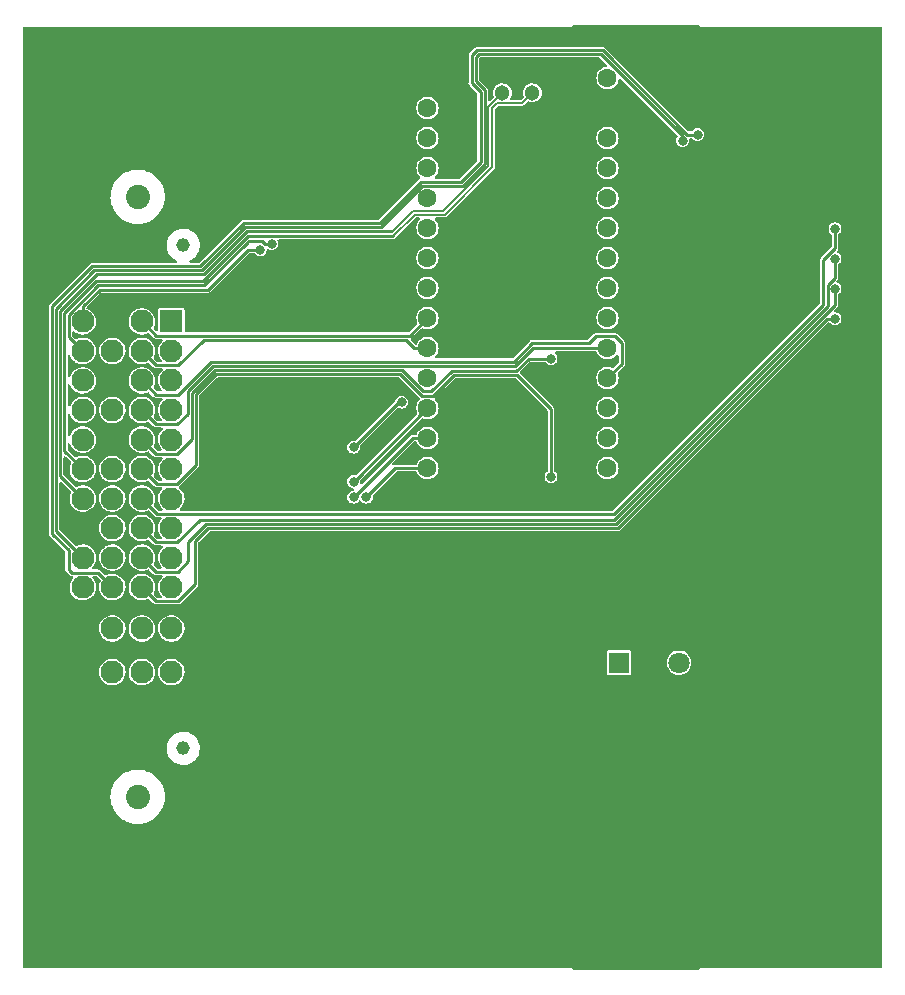
<source format=gbr>
%TF.GenerationSoftware,KiCad,Pcbnew,6.0.11+dfsg-1*%
%TF.CreationDate,2023-10-22T17:13:00+02:00*%
%TF.ProjectId,JoeMBMS_V3.0,4a6f654d-424d-4535-9f56-332e302e6b69,rev?*%
%TF.SameCoordinates,Original*%
%TF.FileFunction,Copper,L2,Bot*%
%TF.FilePolarity,Positive*%
%FSLAX46Y46*%
G04 Gerber Fmt 4.6, Leading zero omitted, Abs format (unit mm)*
G04 Created by KiCad (PCBNEW 6.0.11+dfsg-1) date 2023-10-22 17:13:00*
%MOMM*%
%LPD*%
G01*
G04 APERTURE LIST*
%TA.AperFunction,ComponentPad*%
%ADD10R,1.800000X1.800000*%
%TD*%
%TA.AperFunction,ComponentPad*%
%ADD11C,1.800000*%
%TD*%
%TA.AperFunction,ComponentPad*%
%ADD12R,1.950000X1.950000*%
%TD*%
%TA.AperFunction,ComponentPad*%
%ADD13C,1.950000*%
%TD*%
%TA.AperFunction,ComponentPad*%
%ADD14C,1.150000*%
%TD*%
%TA.AperFunction,ComponentPad*%
%ADD15C,2.050000*%
%TD*%
%TA.AperFunction,ComponentPad*%
%ADD16C,1.600000*%
%TD*%
%TA.AperFunction,ComponentPad*%
%ADD17C,1.304000*%
%TD*%
%TA.AperFunction,ViaPad*%
%ADD18C,0.800000*%
%TD*%
%TA.AperFunction,Conductor*%
%ADD19C,0.250000*%
%TD*%
%TA.AperFunction,Conductor*%
%ADD20C,0.200000*%
%TD*%
G04 APERTURE END LIST*
D10*
%TO.P,U3,1,IN*%
%TO.N,+12V*%
X150600000Y-104000000D03*
D11*
%TO.P,U3,2,GND*%
%TO.N,GND*%
X153140000Y-104000000D03*
%TO.P,U3,3,OUT*%
%TO.N,+5V*%
X155680000Y-104000000D03*
%TD*%
D12*
%TO.P,J1,A1,A1*%
%TO.N,J1_OUT3*%
X112700000Y-75100000D03*
D13*
%TO.P,J1,A2,A2*%
%TO.N,Teensy_Serial_BMS_RX*%
X110200000Y-75100000D03*
%TO.P,J1,A3,A3*%
%TO.N,GND*%
X107700000Y-75100000D03*
%TO.P,J1,A4,A4*%
%TO.N,J1_CAN2_L*%
X105200000Y-75100000D03*
%TO.P,J1,B1,B1*%
%TO.N,J1_OUT4*%
X112700000Y-77600000D03*
%TO.P,J1,B2,B2*%
%TO.N,Teensy_Serial_BMS_TX*%
X110200000Y-77600000D03*
%TO.P,J1,B3,B3*%
%TO.N,+5V*%
X107700000Y-77600000D03*
%TO.P,J1,B4,B4*%
%TO.N,J1_CAN2_H*%
X105200000Y-77600000D03*
%TO.P,J1,C1,C1*%
%TO.N,J1_OUT2*%
X112700000Y-80100000D03*
%TO.P,J1,C2,C2*%
%TO.N,Teensy_Serial_RX*%
X110200000Y-80100000D03*
%TO.P,J1,C3,C3*%
%TO.N,GND*%
X107700000Y-80100000D03*
%TO.P,J1,C4,C4*%
%TO.N,J1_CAN2_H*%
X105200000Y-80100000D03*
%TO.P,J1,D1,D1*%
%TO.N,J1_OUT1*%
X112700000Y-82600000D03*
%TO.P,J1,D2,D2*%
%TO.N,Teensy_Serial_TX*%
X110200000Y-82600000D03*
%TO.P,J1,D3,D3*%
%TO.N,+5V*%
X107700000Y-82600000D03*
%TO.P,J1,D4,D4*%
%TO.N,J1_CAN2_T2*%
X105200000Y-82600000D03*
%TO.P,J1,E1,E1*%
%TO.N,J1_OUT8*%
X112700000Y-85100000D03*
%TO.P,J1,E2,E2*%
%TO.N,J1_ASEN1*%
X110200000Y-85100000D03*
%TO.P,J1,E3,E3*%
%TO.N,GND*%
X107700000Y-85100000D03*
%TO.P,J1,E4,E4*%
%TO.N,+5V*%
X105200000Y-85100000D03*
%TO.P,J1,F1,F1*%
%TO.N,J1_OUT7*%
X112700000Y-87600000D03*
%TO.P,J1,F2,F2*%
%TO.N,J1_ASEN2*%
X110200000Y-87600000D03*
%TO.P,J1,F3,F3*%
%TO.N,+5V*%
X107700000Y-87600000D03*
%TO.P,J1,F4,F4*%
%TO.N,Teensy_D-*%
X105200000Y-87600000D03*
%TO.P,J1,G1,G1*%
%TO.N,J1_OUT5*%
X112700000Y-90100000D03*
%TO.P,J1,G2,G2*%
%TO.N,J1_IN4*%
X110200000Y-90100000D03*
%TO.P,J1,G3,G3*%
%TO.N,unconnected-(J1-PadG3)*%
X107700000Y-90100000D03*
%TO.P,J1,G4,G4*%
%TO.N,Teensy_D+*%
X105200000Y-90100000D03*
%TO.P,J1,H1,H1*%
%TO.N,J1_OUT6*%
X112700000Y-92600000D03*
%TO.P,J1,H2,H2*%
%TO.N,J1_IN3*%
X110200000Y-92600000D03*
%TO.P,J1,H3,H3*%
%TO.N,unconnected-(J1-PadH3)*%
X107700000Y-92600000D03*
%TO.P,J1,H4,H4*%
%TO.N,GND*%
X105200000Y-92600000D03*
%TO.P,J1,J1,J1*%
%TO.N,unconnected-(J1-PadJ1)*%
X112700000Y-95100000D03*
%TO.P,J1,J2,J2*%
%TO.N,J1_IN1*%
X110200000Y-95100000D03*
%TO.P,J1,J3,J3*%
%TO.N,J1_CAN1_T2*%
X107700000Y-95100000D03*
%TO.P,J1,J4,J4*%
%TO.N,J1_CAN1_L*%
X105200000Y-95100000D03*
%TO.P,J1,K1,K1*%
%TO.N,unconnected-(J1-PadK1)*%
X112700000Y-97600000D03*
%TO.P,J1,K2,K2*%
%TO.N,J1_IN2*%
X110200000Y-97600000D03*
%TO.P,J1,K3,K3*%
%TO.N,J1_CAN1_H*%
X107700000Y-97600000D03*
%TO.P,J1,K4,K4*%
X105200000Y-97600000D03*
%TO.P,J1,L1,L1*%
%TO.N,J1_12V*%
X112700000Y-101100000D03*
%TO.P,J1,L2,L2*%
%TO.N,unconnected-(J1-PadL2)*%
X110200000Y-101100000D03*
%TO.P,J1,L3,L3*%
%TO.N,unconnected-(J1-PadL3)*%
X107700000Y-101100000D03*
%TO.P,J1,L4,L4*%
%TO.N,GND*%
X105200000Y-101100000D03*
%TO.P,J1,M1,M1*%
%TO.N,J1_12V*%
X112700000Y-104800000D03*
%TO.P,J1,M2,M2*%
%TO.N,unconnected-(J1-PadM2)*%
X110200000Y-104800000D03*
%TO.P,J1,M3,M3*%
%TO.N,unconnected-(J1-PadM3)*%
X107700000Y-104800000D03*
%TO.P,J1,M4,M4*%
%TO.N,GND*%
X105200000Y-104800000D03*
D14*
%TO.P,J1,MH1*%
%TO.N,N/C*%
X113700000Y-68650000D03*
%TO.P,J1,MH2*%
X113700000Y-111250000D03*
D15*
%TO.P,J1,MH3*%
X109850000Y-64550000D03*
%TO.P,J1,MH4*%
X109850000Y-115350000D03*
%TD*%
D16*
%TO.P,U1,1,GND*%
%TO.N,GND*%
X134380000Y-54495000D03*
%TO.P,U1,2,0_RX1_CRX2_CS1*%
%TO.N,Teensy_CAN2_RX*%
X134380000Y-57035000D03*
%TO.P,U1,3,1_TX1_CTX2_MISO1*%
%TO.N,Teensy_CAN2_TX*%
X134380000Y-59575000D03*
%TO.P,U1,4,2_OUT2*%
%TO.N,unconnected-(U1-Pad4)*%
X134380000Y-62115000D03*
%TO.P,U1,5,3_LRCLK2*%
%TO.N,Teensy_OUT4*%
X134380000Y-64655000D03*
%TO.P,U1,6,4_BCLK2*%
%TO.N,Teensy_OUT3*%
X134380000Y-67195000D03*
%TO.P,U1,7,5_IN2*%
%TO.N,Teensy_OUT2*%
X134380000Y-69735000D03*
%TO.P,U1,8,6_OUT1D*%
%TO.N,Teensy_OUT1*%
X134380000Y-72275000D03*
%TO.P,U1,9,7_RX2_OUT1A*%
%TO.N,Teensy_Serial_BMS_RX*%
X134380000Y-74815000D03*
%TO.P,U1,10,8_TX2_IN1*%
%TO.N,Teensy_Serial_BMS_TX*%
X134380000Y-77355000D03*
%TO.P,U1,11,9_OUT1C*%
%TO.N,Teensy_OUT8*%
X134380000Y-79895000D03*
%TO.P,U1,12,10_CS_MQSR*%
%TO.N,Teensy_OUT7*%
X134380000Y-82435000D03*
%TO.P,U1,13,11_MOSI_CTX1*%
%TO.N,Teensy_OUT5*%
X134380000Y-84975000D03*
%TO.P,U1,14,12_MISO_MQSL*%
%TO.N,Teensy_OUT6*%
X134380000Y-87515000D03*
%TO.P,U1,20,13_SCK_CRX1_LED*%
%TO.N,unconnected-(U1-Pad20)*%
X149620000Y-87515000D03*
%TO.P,U1,21,14_A0_TX3_SPDIF_OUT*%
%TO.N,Teensy_ASEN2*%
X149620000Y-84975000D03*
%TO.P,U1,22,15_A1_RX3_SPDIF_IN*%
%TO.N,Teensy_ASEN1*%
X149620000Y-82435000D03*
%TO.P,U1,23,16_A2_RX4_SCL1*%
%TO.N,Teensy_Serial_RX*%
X149620000Y-79895000D03*
%TO.P,U1,24,17_A3_TX4_SDA1*%
%TO.N,Teensy_Serial_TX*%
X149620000Y-77355000D03*
%TO.P,U1,25,18_A4_SDA0*%
%TO.N,Teensy_IN2*%
X149620000Y-74815000D03*
%TO.P,U1,26,19_A5_SCL0*%
%TO.N,Teensy_IN1*%
X149620000Y-72275000D03*
%TO.P,U1,27,20_A6_TX5_LRCLK1*%
%TO.N,Teensy_IN3*%
X149620000Y-69735000D03*
%TO.P,U1,28,21_A7_RX5_BCLK1*%
%TO.N,Teensy_IN4*%
X149620000Y-67195000D03*
%TO.P,U1,29,22_A8_CTX1*%
%TO.N,Teensy_CAN1_TX*%
X149620000Y-64655000D03*
%TO.P,U1,30,23_A9_CRX1_MCLK1*%
%TO.N,Teensy_CAN1_RX*%
X149620000Y-62115000D03*
%TO.P,U1,31,3V3*%
%TO.N,unconnected-(U1-Pad31)*%
X149620000Y-59575000D03*
%TO.P,U1,32,GND*%
%TO.N,GND*%
X149620000Y-57035000D03*
%TO.P,U1,33,VIN*%
%TO.N,+5V*%
X149620000Y-54495000D03*
D17*
%TO.P,U1,53,D-*%
%TO.N,Teensy_D-*%
X143268000Y-55737000D03*
%TO.P,U1,54,D+*%
%TO.N,Teensy_D+*%
X140728000Y-55737000D03*
%TD*%
D18*
%TO.N,GND*%
X162500000Y-115750000D03*
X143000000Y-87950000D03*
X121550000Y-88115000D03*
X132750000Y-115750000D03*
X129370000Y-63490000D03*
X141090000Y-81670000D03*
X152584200Y-71071300D03*
X152584200Y-73611300D03*
X140500000Y-115750000D03*
X152584200Y-65991300D03*
X121050000Y-84390000D03*
X121550000Y-90655000D03*
X162534200Y-69786300D03*
X162407600Y-57454800D03*
X124900000Y-73400000D03*
X152584200Y-68531300D03*
X121550000Y-99445000D03*
X121550000Y-101985000D03*
%TO.N,Teensy_OUT8*%
X132190000Y-81940000D03*
X128130000Y-85750000D03*
%TO.N,Teensy_OUT7*%
X128130000Y-88660000D03*
%TO.N,Teensy_OUT5*%
X128130000Y-89980000D03*
%TO.N,Teensy_OUT6*%
X129210000Y-89980000D03*
%TO.N,J1_IN4*%
X168884200Y-67261300D03*
%TO.N,J1_IN3*%
X168884200Y-69801300D03*
%TO.N,J1_IN2*%
X168884200Y-74881300D03*
%TO.N,J1_IN1*%
X168884200Y-72341300D03*
%TO.N,J1_ASEN2*%
X144837500Y-88250000D03*
%TO.N,J1_ASEN1*%
X144837500Y-78250000D03*
%TO.N,J1_CAN2_L*%
X120210000Y-69050000D03*
%TO.N,J1_CAN2_H*%
X121200000Y-68540000D03*
%TO.N,J1_CAN1_L*%
X155981400Y-59791600D03*
%TO.N,J1_CAN1_H*%
X157251400Y-59283600D03*
%TD*%
D19*
%TO.N,Teensy_Serial_BMS_RX*%
X132889999Y-76300001D02*
X111400001Y-76300001D01*
%TO.N,J1_ASEN2*%
X116510928Y-79550010D02*
X132075036Y-79550010D01*
%TO.N,Teensy_OUT8*%
X131940000Y-81940000D02*
X128130000Y-85750000D01*
X132190000Y-81940000D02*
X131940000Y-81940000D01*
%TO.N,Teensy_OUT7*%
X134380000Y-82435000D02*
X128155000Y-88660000D01*
X128155000Y-88660000D02*
X128130000Y-88660000D01*
%TO.N,Teensy_OUT5*%
X133135000Y-84975000D02*
X128130000Y-89980000D01*
X134380000Y-84975000D02*
X133135000Y-84975000D01*
%TO.N,Teensy_OUT6*%
X134380000Y-87515000D02*
X131675000Y-87515000D01*
X131675000Y-87515000D02*
X129210000Y-89980000D01*
%TO.N,J1_IN4*%
X168884200Y-68910600D02*
X167909200Y-69885600D01*
X150180053Y-91399999D02*
X111499999Y-91399999D01*
X167909200Y-73670852D02*
X150180053Y-91399999D01*
X167909200Y-69885600D02*
X167909200Y-73670852D01*
X168884200Y-67261300D02*
X168884200Y-68910600D01*
X111499999Y-91399999D02*
X110200000Y-90100000D01*
%TO.N,J1_IN3*%
X168884200Y-69801300D02*
X168884200Y-71399800D01*
X168259200Y-73815826D02*
X150175026Y-91900000D01*
X168884200Y-71399800D02*
X168259200Y-72024800D01*
X115100000Y-91900000D02*
X113199999Y-93800001D01*
X111400001Y-93800001D02*
X110200000Y-92600000D01*
X150175026Y-91900000D02*
X115100000Y-91900000D01*
X168259200Y-72024800D02*
X168259200Y-73815826D01*
X113199999Y-93800001D02*
X111400001Y-93800001D01*
%TO.N,J1_IN2*%
X115794968Y-92600020D02*
X150499980Y-92600020D01*
X114700000Y-93694988D02*
X115794968Y-92600020D01*
X110200000Y-97600000D02*
X111400001Y-98800001D01*
X113276001Y-98800001D02*
X114700000Y-97376002D01*
X168884200Y-74881300D02*
X168218700Y-74881300D01*
X168218700Y-74881300D02*
X150499980Y-92600020D01*
X111400001Y-98800001D02*
X113276001Y-98800001D01*
X114700000Y-97376002D02*
X114700000Y-93694988D01*
%TO.N,J1_IN1*%
X149654010Y-92250010D02*
X150349990Y-92250010D01*
X150319990Y-92250010D02*
X149654010Y-92250010D01*
X114150000Y-95426002D02*
X114150000Y-93750000D01*
X114150000Y-93750000D02*
X115649990Y-92250010D01*
X168884200Y-72341300D02*
X168884200Y-73685800D01*
X168884200Y-73685800D02*
X150319990Y-92250010D01*
X115649990Y-92250010D02*
X149654010Y-92250010D01*
X110200000Y-95100000D02*
X111400001Y-96300001D01*
X111400001Y-96300001D02*
X113276001Y-96300001D01*
X113276001Y-96300001D02*
X114150000Y-95426002D01*
%TO.N,J1_ASEN2*%
X114775000Y-81285938D02*
X116510928Y-79550010D01*
X136599543Y-79620000D02*
X141940000Y-79620000D01*
X141940000Y-79620000D02*
X144837500Y-82517500D01*
X114775000Y-87222057D02*
X114775000Y-81285938D01*
X133899595Y-81374569D02*
X134844974Y-81374569D01*
X110200000Y-87600000D02*
X111450000Y-88850000D01*
X144837500Y-82517500D02*
X144837500Y-88250000D01*
X132075036Y-79550010D02*
X133899595Y-81374569D01*
X134844974Y-81374569D02*
X136599543Y-79620000D01*
X111450000Y-88850000D02*
X113147057Y-88850000D01*
X113147057Y-88850000D02*
X114775000Y-87222057D01*
%TO.N,J1_ASEN1*%
X134700000Y-81024569D02*
X134044569Y-81024569D01*
X114425000Y-85072057D02*
X113197057Y-86300000D01*
X142940000Y-78250000D02*
X141920000Y-79270000D01*
X111400000Y-86300000D02*
X110200000Y-85100000D01*
X114425000Y-81140964D02*
X114425000Y-85072057D01*
X134044569Y-81024569D02*
X132220010Y-79200010D01*
X136454569Y-79270000D02*
X134700000Y-81024569D01*
X144837500Y-78250000D02*
X142940000Y-78250000D01*
X113197057Y-86300000D02*
X111400000Y-86300000D01*
X141920000Y-79270000D02*
X136454569Y-79270000D01*
X132220010Y-79200010D02*
X116365954Y-79200010D01*
X116365954Y-79200010D02*
X114425000Y-81140964D01*
%TO.N,Teensy_D+*%
X105200000Y-90100000D02*
X103299983Y-88199983D01*
D20*
X133187506Y-65730000D02*
X135732494Y-65730000D01*
X139550000Y-61912494D02*
X139550000Y-56915000D01*
X135732494Y-65730000D02*
X139550000Y-61912494D01*
D19*
X115485024Y-71075000D02*
X119110024Y-67450000D01*
D20*
X131467506Y-67450000D02*
X133187506Y-65730000D01*
D19*
X103299983Y-74205029D02*
X106385012Y-71120000D01*
D20*
X139550000Y-56915000D02*
X140728000Y-55737000D01*
D19*
X106385012Y-71120000D02*
X115440038Y-71120000D01*
D20*
X131380012Y-67450000D02*
X131467506Y-67450000D01*
D19*
X103299983Y-88199983D02*
X103299983Y-74205029D01*
X119110024Y-67450000D02*
X131380012Y-67450000D01*
%TO.N,Teensy_D-*%
X103649989Y-74350011D02*
X106350000Y-71650000D01*
D20*
X139850000Y-57039264D02*
X139850000Y-62036758D01*
X135831758Y-66055000D02*
X133286770Y-66055000D01*
X139850000Y-62036758D02*
X135831758Y-66055000D01*
X142415000Y-56590000D02*
X140299264Y-56590000D01*
X131476779Y-67864991D02*
X131460009Y-67864991D01*
X143268000Y-55737000D02*
X142415000Y-56590000D01*
X140299264Y-56590000D02*
X139850000Y-57039264D01*
D19*
X103649989Y-86049989D02*
X103649989Y-74350011D01*
X115405012Y-71650000D02*
X119190021Y-67864991D01*
D20*
X133286770Y-66055000D02*
X131476779Y-67864991D01*
D19*
X106350000Y-71650000D02*
X115405012Y-71650000D01*
X119190021Y-67864991D02*
X131460009Y-67864991D01*
X105200000Y-87600000D02*
X103649989Y-86049989D01*
%TO.N,Teensy_Serial_BMS_RX*%
X134380000Y-74810000D02*
X132889999Y-76300001D01*
X111400001Y-76300001D02*
X110200000Y-75100000D01*
%TO.N,Teensy_Serial_BMS_TX*%
X134380000Y-77350000D02*
X133248630Y-77350000D01*
X115425991Y-76650011D02*
X113276001Y-78800001D01*
X113276001Y-78800001D02*
X111400001Y-78800001D01*
X133248630Y-77350000D02*
X132548641Y-76650011D01*
X132548641Y-76650011D02*
X115425991Y-76650011D01*
X111400001Y-78800001D02*
X110200000Y-77600000D01*
%TO.N,Teensy_Serial_RX*%
X150825200Y-76911200D02*
X150825200Y-78689800D01*
X148082000Y-76911200D02*
X148663200Y-76330000D01*
X150244000Y-76330000D02*
X150825200Y-76911200D01*
X110200000Y-80100000D02*
X111400001Y-81300001D01*
X143259942Y-76911200D02*
X148082000Y-76911200D01*
X111400001Y-81300001D02*
X113276001Y-81300001D01*
X113276001Y-81300001D02*
X116076002Y-78500000D01*
X148663200Y-76330000D02*
X150244000Y-76330000D01*
X141671142Y-78500000D02*
X143259942Y-76911200D01*
X150825200Y-78689800D02*
X149620000Y-79895000D01*
X116076002Y-78500000D02*
X141671142Y-78500000D01*
%TO.N,Teensy_Serial_TX*%
X113199999Y-83800001D02*
X114075000Y-82925000D01*
X114075000Y-80995990D02*
X116220980Y-78850010D01*
X111400001Y-83800001D02*
X113199999Y-83800001D01*
X114075000Y-82925000D02*
X114075000Y-80995990D01*
X141816106Y-78850010D02*
X143311116Y-77355000D01*
X116220980Y-78850010D02*
X141816106Y-78850010D01*
X110200000Y-82600000D02*
X111400001Y-83800001D01*
X143311116Y-77355000D02*
X149620000Y-77355000D01*
%TO.N,J1_CAN2_L*%
X106618976Y-72400010D02*
X115813990Y-72400010D01*
X105200000Y-73818986D02*
X106618976Y-72400010D01*
X115813990Y-72400010D02*
X119164000Y-69050000D01*
X105200000Y-75100000D02*
X105200000Y-73818986D01*
X119164000Y-69050000D02*
X120210000Y-69050000D01*
%TO.N,J1_CAN2_H*%
X121200000Y-68540000D02*
X120610000Y-68540000D01*
X119175000Y-68375000D02*
X115500000Y-72050000D01*
X103999999Y-74523999D02*
X103999999Y-76399999D01*
X119224000Y-68326000D02*
X120396000Y-68326000D01*
X106473998Y-72050000D02*
X103999999Y-74523999D01*
X115500000Y-72050000D02*
X106473998Y-72050000D01*
X120610000Y-68540000D02*
X120396000Y-68326000D01*
X103999999Y-76399999D02*
X105200000Y-77600000D01*
X119175000Y-68375000D02*
X119224000Y-68326000D01*
%TO.N,J1_CAN1_L*%
X139225000Y-61777874D02*
X139225000Y-55525000D01*
X115295050Y-70770000D02*
X118965049Y-67100000D01*
X138475000Y-54775000D02*
X138475000Y-52700000D01*
X133955431Y-63630000D02*
X137372874Y-63630000D01*
X102949983Y-92849983D02*
X102949983Y-74010017D01*
X138715000Y-52460000D02*
X149034569Y-52460000D01*
X155981400Y-59406831D02*
X155981400Y-59791600D01*
X139225000Y-55525000D02*
X138475000Y-54775000D01*
X138475000Y-52700000D02*
X138715000Y-52460000D01*
X130485431Y-67100000D02*
X133955431Y-63630000D01*
X102949983Y-74010017D02*
X106190000Y-70770000D01*
X149034569Y-52460000D02*
X155981400Y-59406831D01*
X106190000Y-70770000D02*
X115295050Y-70770000D01*
X137372874Y-63630000D02*
X139225000Y-61777874D01*
X105200000Y-95100000D02*
X102949983Y-92849983D01*
X118965049Y-67100000D02*
X130485431Y-67100000D01*
%TO.N,J1_CAN1_H*%
X138570026Y-52110000D02*
X149210000Y-52110000D01*
X104000000Y-94460001D02*
X102599983Y-93059984D01*
X149210000Y-52140457D02*
X156353143Y-59283600D01*
X149210000Y-52110000D02*
X149210000Y-52140457D01*
X106470000Y-96370000D02*
X104250000Y-96370000D01*
X138125000Y-52555026D02*
X138570026Y-52110000D01*
X102599983Y-73830017D02*
X106010000Y-70420000D01*
X138875000Y-55669974D02*
X138125000Y-54919974D01*
X118820075Y-66750000D02*
X130340457Y-66750000D01*
X133810457Y-63280000D02*
X137227900Y-63280000D01*
X156353143Y-59283600D02*
X157251400Y-59283600D01*
X138125000Y-54919974D02*
X138125000Y-52555026D01*
X107700000Y-97600000D02*
X106470000Y-96370000D01*
X102599983Y-93059984D02*
X102599983Y-73830017D01*
X130340457Y-66750000D02*
X133810457Y-63280000D01*
X104000000Y-96120000D02*
X104000000Y-94460001D01*
X106010000Y-70420000D02*
X115150075Y-70420000D01*
X104250000Y-96370000D02*
X104000000Y-96120000D01*
X115150075Y-70420000D02*
X118820075Y-66750000D01*
X137227900Y-63280000D02*
X138875000Y-61632900D01*
X138875000Y-61632900D02*
X138875000Y-55669974D01*
%TD*%
%TA.AperFunction,Conductor*%
%TO.N,GND*%
G36*
X157332374Y-50020002D02*
G01*
X157370663Y-50060159D01*
X157374031Y-50072728D01*
X157427272Y-50125969D01*
X157443292Y-50130261D01*
X157443293Y-50130262D01*
X157483978Y-50141163D01*
X157500000Y-50145456D01*
X157516022Y-50141163D01*
X157530049Y-50141163D01*
X157535085Y-50140500D01*
X172733500Y-50140500D01*
X172801621Y-50160502D01*
X172848114Y-50214158D01*
X172859500Y-50266500D01*
X172859500Y-129733500D01*
X172839498Y-129801621D01*
X172785842Y-129848114D01*
X172733500Y-129859500D01*
X157535085Y-129859500D01*
X157530049Y-129858837D01*
X157516022Y-129858837D01*
X157500000Y-129854544D01*
X157483978Y-129858837D01*
X157481504Y-129859500D01*
X157443293Y-129869738D01*
X157443292Y-129869739D01*
X157427272Y-129874031D01*
X157374031Y-129927272D01*
X157370756Y-129939494D01*
X157321988Y-129985994D01*
X157264253Y-130000000D01*
X146785747Y-130000000D01*
X146717626Y-129979998D01*
X146679337Y-129939841D01*
X146675969Y-129927272D01*
X146622728Y-129874031D01*
X146606704Y-129869737D01*
X146606703Y-129869737D01*
X146568496Y-129859500D01*
X146566022Y-129858837D01*
X146550000Y-129854544D01*
X146533978Y-129858837D01*
X146519951Y-129858837D01*
X146514915Y-129859500D01*
X100266500Y-129859500D01*
X100198379Y-129839498D01*
X100151886Y-129785842D01*
X100140500Y-129733500D01*
X100140500Y-115350000D01*
X107544564Y-115350000D01*
X107564287Y-115650920D01*
X107623120Y-115946691D01*
X107720055Y-116232252D01*
X107853434Y-116502718D01*
X108020975Y-116753461D01*
X108023689Y-116756555D01*
X108023693Y-116756561D01*
X108217102Y-116977100D01*
X108219811Y-116980189D01*
X108222900Y-116982898D01*
X108443439Y-117176307D01*
X108443445Y-117176311D01*
X108446539Y-117179025D01*
X108449965Y-117181314D01*
X108449970Y-117181318D01*
X108637533Y-117306643D01*
X108697282Y-117346566D01*
X108700981Y-117348390D01*
X108700986Y-117348393D01*
X108839834Y-117416865D01*
X108967748Y-117479945D01*
X108971653Y-117481271D01*
X108971654Y-117481271D01*
X109249396Y-117575552D01*
X109249400Y-117575553D01*
X109253309Y-117576880D01*
X109257353Y-117577684D01*
X109257359Y-117577686D01*
X109545041Y-117634910D01*
X109545047Y-117634911D01*
X109549080Y-117635713D01*
X109553185Y-117635982D01*
X109553192Y-117635983D01*
X109772641Y-117650366D01*
X109772650Y-117650366D01*
X109774690Y-117650500D01*
X109925310Y-117650500D01*
X109927350Y-117650366D01*
X109927359Y-117650366D01*
X110146808Y-117635983D01*
X110146815Y-117635982D01*
X110150920Y-117635713D01*
X110154953Y-117634911D01*
X110154959Y-117634910D01*
X110442641Y-117577686D01*
X110442647Y-117577684D01*
X110446691Y-117576880D01*
X110450600Y-117575553D01*
X110450604Y-117575552D01*
X110728346Y-117481271D01*
X110728347Y-117481271D01*
X110732252Y-117479945D01*
X110860166Y-117416865D01*
X110999014Y-117348393D01*
X110999019Y-117348390D01*
X111002718Y-117346566D01*
X111062467Y-117306643D01*
X111250030Y-117181318D01*
X111250035Y-117181314D01*
X111253461Y-117179025D01*
X111256555Y-117176311D01*
X111256561Y-117176307D01*
X111477100Y-116982898D01*
X111480189Y-116980189D01*
X111482898Y-116977100D01*
X111676307Y-116756561D01*
X111676311Y-116756555D01*
X111679025Y-116753461D01*
X111846566Y-116502718D01*
X111979945Y-116232252D01*
X112076880Y-115946691D01*
X112135713Y-115650920D01*
X112155436Y-115350000D01*
X112135713Y-115049080D01*
X112076880Y-114753309D01*
X111979945Y-114467748D01*
X111846566Y-114197282D01*
X111679025Y-113946539D01*
X111676311Y-113943445D01*
X111676307Y-113943439D01*
X111482898Y-113722900D01*
X111480189Y-113719811D01*
X111477100Y-113717102D01*
X111256561Y-113523693D01*
X111256555Y-113523689D01*
X111253461Y-113520975D01*
X111250035Y-113518686D01*
X111250030Y-113518682D01*
X111006151Y-113355728D01*
X111002718Y-113353434D01*
X110999019Y-113351610D01*
X110999014Y-113351607D01*
X110860166Y-113283135D01*
X110732252Y-113220055D01*
X110728346Y-113218729D01*
X110450604Y-113124448D01*
X110450600Y-113124447D01*
X110446691Y-113123120D01*
X110442647Y-113122316D01*
X110442641Y-113122314D01*
X110154959Y-113065090D01*
X110154953Y-113065089D01*
X110150920Y-113064287D01*
X110146815Y-113064018D01*
X110146808Y-113064017D01*
X109927359Y-113049634D01*
X109927350Y-113049634D01*
X109925310Y-113049500D01*
X109774690Y-113049500D01*
X109772650Y-113049634D01*
X109772641Y-113049634D01*
X109553192Y-113064017D01*
X109553185Y-113064018D01*
X109549080Y-113064287D01*
X109545047Y-113065089D01*
X109545041Y-113065090D01*
X109257359Y-113122314D01*
X109257353Y-113122316D01*
X109253309Y-113123120D01*
X109249400Y-113124447D01*
X109249396Y-113124448D01*
X108971654Y-113218729D01*
X108967748Y-113220055D01*
X108839834Y-113283135D01*
X108700986Y-113351607D01*
X108700981Y-113351610D01*
X108697282Y-113353434D01*
X108693849Y-113355728D01*
X108449970Y-113518682D01*
X108449965Y-113518686D01*
X108446539Y-113520975D01*
X108443445Y-113523689D01*
X108443439Y-113523693D01*
X108222900Y-113717102D01*
X108219811Y-113719811D01*
X108217102Y-113722900D01*
X108023693Y-113943439D01*
X108023689Y-113943445D01*
X108020975Y-113946539D01*
X107853434Y-114197282D01*
X107720055Y-114467748D01*
X107623120Y-114753309D01*
X107564287Y-115049080D01*
X107544564Y-115350000D01*
X100140500Y-115350000D01*
X100140500Y-111183789D01*
X112295996Y-111183789D01*
X112304913Y-111421295D01*
X112353719Y-111653904D01*
X112355677Y-111658863D01*
X112355678Y-111658865D01*
X112404925Y-111783564D01*
X112441020Y-111874963D01*
X112564319Y-112078153D01*
X112720090Y-112257664D01*
X112724216Y-112261047D01*
X112724220Y-112261051D01*
X112822614Y-112341728D01*
X112903880Y-112408362D01*
X112908516Y-112411001D01*
X112908519Y-112411003D01*
X113009561Y-112468519D01*
X113110433Y-112525939D01*
X113333844Y-112607034D01*
X113339092Y-112607983D01*
X113563641Y-112648588D01*
X113563648Y-112648589D01*
X113567725Y-112649326D01*
X113585991Y-112650187D01*
X113591131Y-112650430D01*
X113591138Y-112650430D01*
X113592619Y-112650500D01*
X113759680Y-112650500D01*
X113842026Y-112643513D01*
X113931512Y-112635920D01*
X113931516Y-112635919D01*
X113936823Y-112635469D01*
X113941978Y-112634131D01*
X113941984Y-112634130D01*
X114161703Y-112577102D01*
X114161702Y-112577102D01*
X114166874Y-112575760D01*
X114283327Y-112523302D01*
X114378715Y-112480333D01*
X114378718Y-112480332D01*
X114383576Y-112478143D01*
X114580732Y-112345409D01*
X114752705Y-112181355D01*
X114894579Y-111990670D01*
X115002295Y-111778807D01*
X115041079Y-111653904D01*
X115071193Y-111556919D01*
X115072775Y-111551824D01*
X115104004Y-111316211D01*
X115095087Y-111078705D01*
X115046281Y-110846096D01*
X114996954Y-110721193D01*
X114960941Y-110630002D01*
X114960940Y-110630000D01*
X114958980Y-110625037D01*
X114835681Y-110421847D01*
X114679910Y-110242336D01*
X114675784Y-110238953D01*
X114675780Y-110238949D01*
X114500248Y-110095023D01*
X114496120Y-110091638D01*
X114491484Y-110088999D01*
X114491481Y-110088997D01*
X114369685Y-110019667D01*
X114289567Y-109974061D01*
X114066156Y-109892966D01*
X114060908Y-109892017D01*
X113836359Y-109851412D01*
X113836352Y-109851411D01*
X113832275Y-109850674D01*
X113814009Y-109849813D01*
X113808869Y-109849570D01*
X113808862Y-109849570D01*
X113807381Y-109849500D01*
X113640320Y-109849500D01*
X113557974Y-109856487D01*
X113468488Y-109864080D01*
X113468484Y-109864081D01*
X113463177Y-109864531D01*
X113458022Y-109865869D01*
X113458016Y-109865870D01*
X113346612Y-109894785D01*
X113233126Y-109924240D01*
X113135766Y-109968097D01*
X113021285Y-110019667D01*
X113021282Y-110019668D01*
X113016424Y-110021857D01*
X112819268Y-110154591D01*
X112647295Y-110318645D01*
X112505421Y-110509330D01*
X112397705Y-110721193D01*
X112396124Y-110726284D01*
X112396123Y-110726287D01*
X112357301Y-110851315D01*
X112327225Y-110948176D01*
X112295996Y-111183789D01*
X100140500Y-111183789D01*
X100140500Y-104770675D01*
X106580105Y-104770675D01*
X106593513Y-104975250D01*
X106643979Y-105173957D01*
X106729810Y-105360139D01*
X106848133Y-105527563D01*
X106994986Y-105670620D01*
X107165449Y-105784520D01*
X107170752Y-105786798D01*
X107170755Y-105786800D01*
X107260329Y-105825284D01*
X107353815Y-105865449D01*
X107427559Y-105882136D01*
X107548137Y-105909420D01*
X107548142Y-105909421D01*
X107553774Y-105910695D01*
X107559545Y-105910922D01*
X107559547Y-105910922D01*
X107621339Y-105913350D01*
X107758631Y-105918744D01*
X107860077Y-105904035D01*
X107955810Y-105890155D01*
X107955815Y-105890154D01*
X107961524Y-105889326D01*
X107966988Y-105887471D01*
X107966993Y-105887470D01*
X108150187Y-105825284D01*
X108150192Y-105825282D01*
X108155659Y-105823426D01*
X108221059Y-105786800D01*
X108329495Y-105726073D01*
X108329499Y-105726070D01*
X108334533Y-105723251D01*
X108338970Y-105719561D01*
X108338974Y-105719558D01*
X108487719Y-105595848D01*
X108492157Y-105592157D01*
X108549805Y-105522843D01*
X108619558Y-105438974D01*
X108619561Y-105438970D01*
X108623251Y-105434533D01*
X108626070Y-105429499D01*
X108626073Y-105429495D01*
X108720603Y-105260700D01*
X108720603Y-105260699D01*
X108723426Y-105255659D01*
X108725282Y-105250192D01*
X108725284Y-105250187D01*
X108787470Y-105066993D01*
X108787471Y-105066988D01*
X108789326Y-105061524D01*
X108790154Y-105055815D01*
X108790155Y-105055810D01*
X108811637Y-104907647D01*
X108818744Y-104858631D01*
X108820279Y-104800000D01*
X108817584Y-104770675D01*
X109080105Y-104770675D01*
X109093513Y-104975250D01*
X109143979Y-105173957D01*
X109229810Y-105360139D01*
X109348133Y-105527563D01*
X109494986Y-105670620D01*
X109665449Y-105784520D01*
X109670752Y-105786798D01*
X109670755Y-105786800D01*
X109760329Y-105825284D01*
X109853815Y-105865449D01*
X109927559Y-105882136D01*
X110048137Y-105909420D01*
X110048142Y-105909421D01*
X110053774Y-105910695D01*
X110059545Y-105910922D01*
X110059547Y-105910922D01*
X110121339Y-105913350D01*
X110258631Y-105918744D01*
X110360077Y-105904035D01*
X110455810Y-105890155D01*
X110455815Y-105890154D01*
X110461524Y-105889326D01*
X110466988Y-105887471D01*
X110466993Y-105887470D01*
X110650187Y-105825284D01*
X110650192Y-105825282D01*
X110655659Y-105823426D01*
X110721059Y-105786800D01*
X110829495Y-105726073D01*
X110829499Y-105726070D01*
X110834533Y-105723251D01*
X110838970Y-105719561D01*
X110838974Y-105719558D01*
X110987719Y-105595848D01*
X110992157Y-105592157D01*
X111049805Y-105522843D01*
X111119558Y-105438974D01*
X111119561Y-105438970D01*
X111123251Y-105434533D01*
X111126070Y-105429499D01*
X111126073Y-105429495D01*
X111220603Y-105260700D01*
X111220603Y-105260699D01*
X111223426Y-105255659D01*
X111225282Y-105250192D01*
X111225284Y-105250187D01*
X111287470Y-105066993D01*
X111287471Y-105066988D01*
X111289326Y-105061524D01*
X111290154Y-105055815D01*
X111290155Y-105055810D01*
X111311637Y-104907647D01*
X111318744Y-104858631D01*
X111320279Y-104800000D01*
X111317584Y-104770675D01*
X111580105Y-104770675D01*
X111593513Y-104975250D01*
X111643979Y-105173957D01*
X111729810Y-105360139D01*
X111848133Y-105527563D01*
X111994986Y-105670620D01*
X112165449Y-105784520D01*
X112170752Y-105786798D01*
X112170755Y-105786800D01*
X112260329Y-105825284D01*
X112353815Y-105865449D01*
X112427559Y-105882136D01*
X112548137Y-105909420D01*
X112548142Y-105909421D01*
X112553774Y-105910695D01*
X112559545Y-105910922D01*
X112559547Y-105910922D01*
X112621339Y-105913350D01*
X112758631Y-105918744D01*
X112860077Y-105904035D01*
X112955810Y-105890155D01*
X112955815Y-105890154D01*
X112961524Y-105889326D01*
X112966988Y-105887471D01*
X112966993Y-105887470D01*
X113150187Y-105825284D01*
X113150192Y-105825282D01*
X113155659Y-105823426D01*
X113221059Y-105786800D01*
X113329495Y-105726073D01*
X113329499Y-105726070D01*
X113334533Y-105723251D01*
X113338970Y-105719561D01*
X113338974Y-105719558D01*
X113487719Y-105595848D01*
X113492157Y-105592157D01*
X113549805Y-105522843D01*
X113619558Y-105438974D01*
X113619561Y-105438970D01*
X113623251Y-105434533D01*
X113626070Y-105429499D01*
X113626073Y-105429495D01*
X113720603Y-105260700D01*
X113720603Y-105260699D01*
X113723426Y-105255659D01*
X113725282Y-105250192D01*
X113725284Y-105250187D01*
X113787470Y-105066993D01*
X113787471Y-105066988D01*
X113789326Y-105061524D01*
X113790154Y-105055815D01*
X113790155Y-105055810D01*
X113811637Y-104907647D01*
X113818744Y-104858631D01*
X113820279Y-104800000D01*
X113801520Y-104595845D01*
X113754922Y-104430620D01*
X113747441Y-104404093D01*
X113747439Y-104404088D01*
X113745871Y-104398528D01*
X113655195Y-104214656D01*
X113532530Y-104050387D01*
X113381983Y-103911223D01*
X113208596Y-103801824D01*
X113018176Y-103725854D01*
X113012516Y-103724728D01*
X113012512Y-103724727D01*
X112822769Y-103686985D01*
X112822764Y-103686985D01*
X112817101Y-103685858D01*
X112811326Y-103685782D01*
X112811322Y-103685782D01*
X112708605Y-103684437D01*
X112612104Y-103683174D01*
X112606407Y-103684153D01*
X112606406Y-103684153D01*
X112415747Y-103716915D01*
X112410050Y-103717894D01*
X112217707Y-103788853D01*
X112041517Y-103893675D01*
X111887378Y-104028851D01*
X111883811Y-104033376D01*
X111883806Y-104033381D01*
X111766174Y-104182597D01*
X111760455Y-104189852D01*
X111757764Y-104194968D01*
X111757762Y-104194970D01*
X111667689Y-104366171D01*
X111664997Y-104371288D01*
X111604202Y-104567081D01*
X111580105Y-104770675D01*
X111317584Y-104770675D01*
X111301520Y-104595845D01*
X111254922Y-104430620D01*
X111247441Y-104404093D01*
X111247439Y-104404088D01*
X111245871Y-104398528D01*
X111155195Y-104214656D01*
X111032530Y-104050387D01*
X110881983Y-103911223D01*
X110708596Y-103801824D01*
X110518176Y-103725854D01*
X110512516Y-103724728D01*
X110512512Y-103724727D01*
X110322769Y-103686985D01*
X110322764Y-103686985D01*
X110317101Y-103685858D01*
X110311326Y-103685782D01*
X110311322Y-103685782D01*
X110208605Y-103684437D01*
X110112104Y-103683174D01*
X110106407Y-103684153D01*
X110106406Y-103684153D01*
X109915747Y-103716915D01*
X109910050Y-103717894D01*
X109717707Y-103788853D01*
X109541517Y-103893675D01*
X109387378Y-104028851D01*
X109383811Y-104033376D01*
X109383806Y-104033381D01*
X109266174Y-104182597D01*
X109260455Y-104189852D01*
X109257764Y-104194968D01*
X109257762Y-104194970D01*
X109167689Y-104366171D01*
X109164997Y-104371288D01*
X109104202Y-104567081D01*
X109080105Y-104770675D01*
X108817584Y-104770675D01*
X108801520Y-104595845D01*
X108754922Y-104430620D01*
X108747441Y-104404093D01*
X108747439Y-104404088D01*
X108745871Y-104398528D01*
X108655195Y-104214656D01*
X108532530Y-104050387D01*
X108381983Y-103911223D01*
X108208596Y-103801824D01*
X108018176Y-103725854D01*
X108012516Y-103724728D01*
X108012512Y-103724727D01*
X107822769Y-103686985D01*
X107822764Y-103686985D01*
X107817101Y-103685858D01*
X107811326Y-103685782D01*
X107811322Y-103685782D01*
X107708605Y-103684437D01*
X107612104Y-103683174D01*
X107606407Y-103684153D01*
X107606406Y-103684153D01*
X107415747Y-103716915D01*
X107410050Y-103717894D01*
X107217707Y-103788853D01*
X107041517Y-103893675D01*
X106887378Y-104028851D01*
X106883811Y-104033376D01*
X106883806Y-104033381D01*
X106766174Y-104182597D01*
X106760455Y-104189852D01*
X106757764Y-104194968D01*
X106757762Y-104194970D01*
X106667689Y-104366171D01*
X106664997Y-104371288D01*
X106604202Y-104567081D01*
X106580105Y-104770675D01*
X100140500Y-104770675D01*
X100140500Y-103086159D01*
X149559500Y-103086159D01*
X149559501Y-104913840D01*
X149567651Y-104954821D01*
X149598705Y-105001295D01*
X149609018Y-105008186D01*
X149629503Y-105021874D01*
X149645179Y-105032349D01*
X149670163Y-105037318D01*
X149680089Y-105039293D01*
X149680092Y-105039293D01*
X149686159Y-105040500D01*
X150599630Y-105040500D01*
X151513840Y-105040499D01*
X151554821Y-105032349D01*
X151601295Y-105001295D01*
X151632349Y-104954821D01*
X151637318Y-104929837D01*
X151639293Y-104919911D01*
X151639293Y-104919908D01*
X151640500Y-104913841D01*
X151640499Y-103985402D01*
X154634567Y-103985402D01*
X154651642Y-104188739D01*
X154653341Y-104194664D01*
X154705569Y-104376805D01*
X154707886Y-104384887D01*
X154801158Y-104566375D01*
X154927905Y-104726290D01*
X155083299Y-104858540D01*
X155088677Y-104861546D01*
X155088679Y-104861547D01*
X155131631Y-104885552D01*
X155261421Y-104958089D01*
X155455487Y-105021145D01*
X155658104Y-105045306D01*
X155664239Y-105044834D01*
X155664241Y-105044834D01*
X155855413Y-105030124D01*
X155855417Y-105030123D01*
X155861555Y-105029651D01*
X156058091Y-104974777D01*
X156240226Y-104882774D01*
X156267396Y-104861547D01*
X156396165Y-104760941D01*
X156401021Y-104757147D01*
X156534354Y-104602680D01*
X156635144Y-104425257D01*
X156699553Y-104231637D01*
X156725127Y-104029193D01*
X156725535Y-104000000D01*
X156705623Y-103796921D01*
X156646645Y-103601578D01*
X156550848Y-103421410D01*
X156546950Y-103416631D01*
X156546947Y-103416626D01*
X156478950Y-103333254D01*
X156421881Y-103263280D01*
X156363475Y-103214962D01*
X156269405Y-103137140D01*
X156269400Y-103137137D01*
X156264656Y-103133212D01*
X156259237Y-103130282D01*
X156259234Y-103130280D01*
X156090581Y-103039090D01*
X156090576Y-103039088D01*
X156085161Y-103036160D01*
X156061562Y-103028855D01*
X155896121Y-102977642D01*
X155896118Y-102977641D01*
X155890234Y-102975820D01*
X155884109Y-102975176D01*
X155884108Y-102975176D01*
X155693427Y-102955134D01*
X155693426Y-102955134D01*
X155687299Y-102954490D01*
X155559467Y-102966124D01*
X155490227Y-102972425D01*
X155490226Y-102972425D01*
X155484086Y-102972984D01*
X155478172Y-102974725D01*
X155478170Y-102974725D01*
X155361654Y-103009018D01*
X155288336Y-103030597D01*
X155107503Y-103125134D01*
X155102703Y-103128994D01*
X155102702Y-103128994D01*
X155065445Y-103158949D01*
X154948477Y-103252994D01*
X154817315Y-103409307D01*
X154814351Y-103414699D01*
X154814348Y-103414703D01*
X154734315Y-103560283D01*
X154719012Y-103588120D01*
X154657312Y-103782621D01*
X154634567Y-103985402D01*
X151640499Y-103985402D01*
X151640499Y-103086160D01*
X151632349Y-103045179D01*
X151601295Y-102998705D01*
X151569773Y-102977642D01*
X151565140Y-102974546D01*
X151565139Y-102974546D01*
X151554821Y-102967651D01*
X151529837Y-102962682D01*
X151519911Y-102960707D01*
X151519908Y-102960707D01*
X151513841Y-102959500D01*
X150600370Y-102959500D01*
X149686160Y-102959501D01*
X149645179Y-102967651D01*
X149598705Y-102998705D01*
X149567651Y-103045179D01*
X149565230Y-103057353D01*
X149560708Y-103080087D01*
X149559500Y-103086159D01*
X100140500Y-103086159D01*
X100140500Y-101070675D01*
X106580105Y-101070675D01*
X106593513Y-101275250D01*
X106643979Y-101473957D01*
X106729810Y-101660139D01*
X106848133Y-101827563D01*
X106994986Y-101970620D01*
X107165449Y-102084520D01*
X107170752Y-102086798D01*
X107170755Y-102086800D01*
X107260329Y-102125284D01*
X107353815Y-102165449D01*
X107427559Y-102182136D01*
X107548137Y-102209420D01*
X107548142Y-102209421D01*
X107553774Y-102210695D01*
X107559545Y-102210922D01*
X107559547Y-102210922D01*
X107621339Y-102213350D01*
X107758631Y-102218744D01*
X107860077Y-102204035D01*
X107955810Y-102190155D01*
X107955815Y-102190154D01*
X107961524Y-102189326D01*
X107966988Y-102187471D01*
X107966993Y-102187470D01*
X108150187Y-102125284D01*
X108150192Y-102125282D01*
X108155659Y-102123426D01*
X108221059Y-102086800D01*
X108329495Y-102026073D01*
X108329499Y-102026070D01*
X108334533Y-102023251D01*
X108338970Y-102019561D01*
X108338974Y-102019558D01*
X108487719Y-101895848D01*
X108492157Y-101892157D01*
X108549805Y-101822843D01*
X108619558Y-101738974D01*
X108619561Y-101738970D01*
X108623251Y-101734533D01*
X108626070Y-101729499D01*
X108626073Y-101729495D01*
X108720603Y-101560700D01*
X108720603Y-101560699D01*
X108723426Y-101555659D01*
X108725282Y-101550192D01*
X108725284Y-101550187D01*
X108787470Y-101366993D01*
X108787471Y-101366988D01*
X108789326Y-101361524D01*
X108790154Y-101355815D01*
X108790155Y-101355810D01*
X108818211Y-101162305D01*
X108818744Y-101158631D01*
X108820279Y-101100000D01*
X108817584Y-101070675D01*
X109080105Y-101070675D01*
X109093513Y-101275250D01*
X109143979Y-101473957D01*
X109229810Y-101660139D01*
X109348133Y-101827563D01*
X109494986Y-101970620D01*
X109665449Y-102084520D01*
X109670752Y-102086798D01*
X109670755Y-102086800D01*
X109760329Y-102125284D01*
X109853815Y-102165449D01*
X109927559Y-102182136D01*
X110048137Y-102209420D01*
X110048142Y-102209421D01*
X110053774Y-102210695D01*
X110059545Y-102210922D01*
X110059547Y-102210922D01*
X110121339Y-102213350D01*
X110258631Y-102218744D01*
X110360077Y-102204035D01*
X110455810Y-102190155D01*
X110455815Y-102190154D01*
X110461524Y-102189326D01*
X110466988Y-102187471D01*
X110466993Y-102187470D01*
X110650187Y-102125284D01*
X110650192Y-102125282D01*
X110655659Y-102123426D01*
X110721059Y-102086800D01*
X110829495Y-102026073D01*
X110829499Y-102026070D01*
X110834533Y-102023251D01*
X110838970Y-102019561D01*
X110838974Y-102019558D01*
X110987719Y-101895848D01*
X110992157Y-101892157D01*
X111049805Y-101822843D01*
X111119558Y-101738974D01*
X111119561Y-101738970D01*
X111123251Y-101734533D01*
X111126070Y-101729499D01*
X111126073Y-101729495D01*
X111220603Y-101560700D01*
X111220603Y-101560699D01*
X111223426Y-101555659D01*
X111225282Y-101550192D01*
X111225284Y-101550187D01*
X111287470Y-101366993D01*
X111287471Y-101366988D01*
X111289326Y-101361524D01*
X111290154Y-101355815D01*
X111290155Y-101355810D01*
X111318211Y-101162305D01*
X111318744Y-101158631D01*
X111320279Y-101100000D01*
X111317584Y-101070675D01*
X111580105Y-101070675D01*
X111593513Y-101275250D01*
X111643979Y-101473957D01*
X111729810Y-101660139D01*
X111848133Y-101827563D01*
X111994986Y-101970620D01*
X112165449Y-102084520D01*
X112170752Y-102086798D01*
X112170755Y-102086800D01*
X112260329Y-102125284D01*
X112353815Y-102165449D01*
X112427559Y-102182136D01*
X112548137Y-102209420D01*
X112548142Y-102209421D01*
X112553774Y-102210695D01*
X112559545Y-102210922D01*
X112559547Y-102210922D01*
X112621339Y-102213350D01*
X112758631Y-102218744D01*
X112860077Y-102204035D01*
X112955810Y-102190155D01*
X112955815Y-102190154D01*
X112961524Y-102189326D01*
X112966988Y-102187471D01*
X112966993Y-102187470D01*
X113150187Y-102125284D01*
X113150192Y-102125282D01*
X113155659Y-102123426D01*
X113221059Y-102086800D01*
X113329495Y-102026073D01*
X113329499Y-102026070D01*
X113334533Y-102023251D01*
X113338970Y-102019561D01*
X113338974Y-102019558D01*
X113487719Y-101895848D01*
X113492157Y-101892157D01*
X113549805Y-101822843D01*
X113619558Y-101738974D01*
X113619561Y-101738970D01*
X113623251Y-101734533D01*
X113626070Y-101729499D01*
X113626073Y-101729495D01*
X113720603Y-101560700D01*
X113720603Y-101560699D01*
X113723426Y-101555659D01*
X113725282Y-101550192D01*
X113725284Y-101550187D01*
X113787470Y-101366993D01*
X113787471Y-101366988D01*
X113789326Y-101361524D01*
X113790154Y-101355815D01*
X113790155Y-101355810D01*
X113818211Y-101162305D01*
X113818744Y-101158631D01*
X113820279Y-101100000D01*
X113801520Y-100895845D01*
X113791852Y-100861564D01*
X113747441Y-100704093D01*
X113747439Y-100704088D01*
X113745871Y-100698528D01*
X113655195Y-100514656D01*
X113532530Y-100350387D01*
X113381983Y-100211223D01*
X113208596Y-100101824D01*
X113018176Y-100025854D01*
X113012516Y-100024728D01*
X113012512Y-100024727D01*
X112822769Y-99986985D01*
X112822764Y-99986985D01*
X112817101Y-99985858D01*
X112811326Y-99985782D01*
X112811322Y-99985782D01*
X112708605Y-99984437D01*
X112612104Y-99983174D01*
X112606407Y-99984153D01*
X112606406Y-99984153D01*
X112415747Y-100016915D01*
X112410050Y-100017894D01*
X112217707Y-100088853D01*
X112041517Y-100193675D01*
X111887378Y-100328851D01*
X111883811Y-100333376D01*
X111883806Y-100333381D01*
X111764033Y-100485313D01*
X111760455Y-100489852D01*
X111664997Y-100671288D01*
X111604202Y-100867081D01*
X111580105Y-101070675D01*
X111317584Y-101070675D01*
X111301520Y-100895845D01*
X111291852Y-100861564D01*
X111247441Y-100704093D01*
X111247439Y-100704088D01*
X111245871Y-100698528D01*
X111155195Y-100514656D01*
X111032530Y-100350387D01*
X110881983Y-100211223D01*
X110708596Y-100101824D01*
X110518176Y-100025854D01*
X110512516Y-100024728D01*
X110512512Y-100024727D01*
X110322769Y-99986985D01*
X110322764Y-99986985D01*
X110317101Y-99985858D01*
X110311326Y-99985782D01*
X110311322Y-99985782D01*
X110208605Y-99984437D01*
X110112104Y-99983174D01*
X110106407Y-99984153D01*
X110106406Y-99984153D01*
X109915747Y-100016915D01*
X109910050Y-100017894D01*
X109717707Y-100088853D01*
X109541517Y-100193675D01*
X109387378Y-100328851D01*
X109383811Y-100333376D01*
X109383806Y-100333381D01*
X109264033Y-100485313D01*
X109260455Y-100489852D01*
X109164997Y-100671288D01*
X109104202Y-100867081D01*
X109080105Y-101070675D01*
X108817584Y-101070675D01*
X108801520Y-100895845D01*
X108791852Y-100861564D01*
X108747441Y-100704093D01*
X108747439Y-100704088D01*
X108745871Y-100698528D01*
X108655195Y-100514656D01*
X108532530Y-100350387D01*
X108381983Y-100211223D01*
X108208596Y-100101824D01*
X108018176Y-100025854D01*
X108012516Y-100024728D01*
X108012512Y-100024727D01*
X107822769Y-99986985D01*
X107822764Y-99986985D01*
X107817101Y-99985858D01*
X107811326Y-99985782D01*
X107811322Y-99985782D01*
X107708605Y-99984437D01*
X107612104Y-99983174D01*
X107606407Y-99984153D01*
X107606406Y-99984153D01*
X107415747Y-100016915D01*
X107410050Y-100017894D01*
X107217707Y-100088853D01*
X107041517Y-100193675D01*
X106887378Y-100328851D01*
X106883811Y-100333376D01*
X106883806Y-100333381D01*
X106764033Y-100485313D01*
X106760455Y-100489852D01*
X106664997Y-100671288D01*
X106604202Y-100867081D01*
X106580105Y-101070675D01*
X100140500Y-101070675D01*
X100140500Y-93059984D01*
X102329281Y-93059984D01*
X102337257Y-93100078D01*
X102349888Y-93163577D01*
X102356782Y-93173894D01*
X102356782Y-93173895D01*
X102400266Y-93238974D01*
X102408568Y-93251399D01*
X102418884Y-93258292D01*
X102418885Y-93258293D01*
X102420419Y-93259318D01*
X102439514Y-93274989D01*
X103697595Y-94533070D01*
X103731621Y-94595382D01*
X103734500Y-94622165D01*
X103734500Y-96081438D01*
X103732079Y-96106018D01*
X103729298Y-96120000D01*
X103747339Y-96210695D01*
X103749905Y-96223593D01*
X103808585Y-96311415D01*
X103818901Y-96318308D01*
X103818902Y-96318309D01*
X103820436Y-96319334D01*
X103839529Y-96335003D01*
X104034995Y-96530468D01*
X104050666Y-96549564D01*
X104051691Y-96551098D01*
X104058585Y-96561415D01*
X104068901Y-96568308D01*
X104081566Y-96576770D01*
X104146407Y-96620095D01*
X104158576Y-96622516D01*
X104158577Y-96622516D01*
X104223853Y-96635500D01*
X104250000Y-96640701D01*
X104262171Y-96638280D01*
X104274582Y-96638280D01*
X104274582Y-96641788D01*
X104324569Y-96646259D01*
X104380638Y-96689810D01*
X104404261Y-96756762D01*
X104387937Y-96825856D01*
X104377392Y-96841518D01*
X104288390Y-96954417D01*
X104260455Y-96989852D01*
X104164997Y-97171288D01*
X104104202Y-97367081D01*
X104080105Y-97570675D01*
X104093513Y-97775250D01*
X104143979Y-97973957D01*
X104229810Y-98160139D01*
X104348133Y-98327563D01*
X104494986Y-98470620D01*
X104665449Y-98584520D01*
X104670752Y-98586798D01*
X104670755Y-98586800D01*
X104760329Y-98625284D01*
X104853815Y-98665449D01*
X104927559Y-98682136D01*
X105048137Y-98709420D01*
X105048142Y-98709421D01*
X105053774Y-98710695D01*
X105059545Y-98710922D01*
X105059547Y-98710922D01*
X105121339Y-98713350D01*
X105258631Y-98718744D01*
X105360077Y-98704035D01*
X105455810Y-98690155D01*
X105455815Y-98690154D01*
X105461524Y-98689326D01*
X105466988Y-98687471D01*
X105466993Y-98687470D01*
X105650187Y-98625284D01*
X105650192Y-98625282D01*
X105655659Y-98623426D01*
X105680949Y-98609263D01*
X105829495Y-98526073D01*
X105829499Y-98526070D01*
X105834533Y-98523251D01*
X105838970Y-98519561D01*
X105838974Y-98519558D01*
X105987719Y-98395848D01*
X105992157Y-98392157D01*
X106049805Y-98322843D01*
X106119558Y-98238974D01*
X106119561Y-98238970D01*
X106123251Y-98234533D01*
X106126070Y-98229499D01*
X106126073Y-98229495D01*
X106220603Y-98060700D01*
X106220603Y-98060699D01*
X106223426Y-98055659D01*
X106225282Y-98050192D01*
X106225284Y-98050187D01*
X106287470Y-97866993D01*
X106287471Y-97866988D01*
X106289326Y-97861524D01*
X106290154Y-97855815D01*
X106290155Y-97855810D01*
X106313377Y-97695644D01*
X106318744Y-97658631D01*
X106320279Y-97600000D01*
X106301520Y-97395845D01*
X106291852Y-97361564D01*
X106247441Y-97204093D01*
X106247439Y-97204088D01*
X106245871Y-97198528D01*
X106155195Y-97014656D01*
X106032530Y-96850387D01*
X106028289Y-96846467D01*
X106027696Y-96845808D01*
X105996981Y-96781800D01*
X106005747Y-96711346D01*
X106051211Y-96656816D01*
X106121335Y-96635500D01*
X106307836Y-96635500D01*
X106375957Y-96655502D01*
X106396931Y-96672405D01*
X106678943Y-96954417D01*
X106712969Y-97016729D01*
X106707904Y-97087544D01*
X106701356Y-97102179D01*
X106667689Y-97166169D01*
X106667684Y-97166180D01*
X106664997Y-97171288D01*
X106604202Y-97367081D01*
X106580105Y-97570675D01*
X106593513Y-97775250D01*
X106643979Y-97973957D01*
X106729810Y-98160139D01*
X106848133Y-98327563D01*
X106994986Y-98470620D01*
X107165449Y-98584520D01*
X107170752Y-98586798D01*
X107170755Y-98586800D01*
X107260329Y-98625284D01*
X107353815Y-98665449D01*
X107427559Y-98682136D01*
X107548137Y-98709420D01*
X107548142Y-98709421D01*
X107553774Y-98710695D01*
X107559545Y-98710922D01*
X107559547Y-98710922D01*
X107621339Y-98713350D01*
X107758631Y-98718744D01*
X107860077Y-98704035D01*
X107955810Y-98690155D01*
X107955815Y-98690154D01*
X107961524Y-98689326D01*
X107966988Y-98687471D01*
X107966993Y-98687470D01*
X108150187Y-98625284D01*
X108150192Y-98625282D01*
X108155659Y-98623426D01*
X108180949Y-98609263D01*
X108329495Y-98526073D01*
X108329499Y-98526070D01*
X108334533Y-98523251D01*
X108338970Y-98519561D01*
X108338974Y-98519558D01*
X108487719Y-98395848D01*
X108492157Y-98392157D01*
X108549805Y-98322843D01*
X108619558Y-98238974D01*
X108619561Y-98238970D01*
X108623251Y-98234533D01*
X108626070Y-98229499D01*
X108626073Y-98229495D01*
X108720603Y-98060700D01*
X108720603Y-98060699D01*
X108723426Y-98055659D01*
X108725282Y-98050192D01*
X108725284Y-98050187D01*
X108787470Y-97866993D01*
X108787471Y-97866988D01*
X108789326Y-97861524D01*
X108790154Y-97855815D01*
X108790155Y-97855810D01*
X108813377Y-97695644D01*
X108818744Y-97658631D01*
X108820279Y-97600000D01*
X108817584Y-97570675D01*
X109080105Y-97570675D01*
X109093513Y-97775250D01*
X109143979Y-97973957D01*
X109229810Y-98160139D01*
X109348133Y-98327563D01*
X109494986Y-98470620D01*
X109665449Y-98584520D01*
X109670752Y-98586798D01*
X109670755Y-98586800D01*
X109760329Y-98625284D01*
X109853815Y-98665449D01*
X109927559Y-98682136D01*
X110048137Y-98709420D01*
X110048142Y-98709421D01*
X110053774Y-98710695D01*
X110059545Y-98710922D01*
X110059547Y-98710922D01*
X110121339Y-98713350D01*
X110258631Y-98718744D01*
X110360077Y-98704035D01*
X110455810Y-98690155D01*
X110455815Y-98690154D01*
X110461524Y-98689326D01*
X110466988Y-98687471D01*
X110466993Y-98687470D01*
X110650187Y-98625284D01*
X110650192Y-98625282D01*
X110655659Y-98623426D01*
X110695703Y-98601000D01*
X110764912Y-98585166D01*
X110831694Y-98609263D01*
X110846365Y-98621839D01*
X111184996Y-98960470D01*
X111200667Y-98979565D01*
X111201692Y-98981099D01*
X111208586Y-98991416D01*
X111218902Y-98998309D01*
X111230753Y-99006227D01*
X111296408Y-99050096D01*
X111313214Y-99053439D01*
X111400001Y-99070703D01*
X111413983Y-99067922D01*
X111438563Y-99065501D01*
X113237439Y-99065501D01*
X113262019Y-99067922D01*
X113276001Y-99070703D01*
X113288172Y-99068282D01*
X113367425Y-99052517D01*
X113367426Y-99052516D01*
X113379594Y-99050096D01*
X113445249Y-99006227D01*
X113467416Y-98991416D01*
X113474311Y-98981097D01*
X113474313Y-98981095D01*
X113475335Y-98979565D01*
X113491006Y-98960470D01*
X114860469Y-97591007D01*
X114879564Y-97575336D01*
X114881098Y-97574311D01*
X114881099Y-97574310D01*
X114891415Y-97567417D01*
X114950095Y-97479595D01*
X114953438Y-97462789D01*
X114970702Y-97376002D01*
X114967921Y-97362020D01*
X114965500Y-97337440D01*
X114965500Y-93857152D01*
X114985502Y-93789031D01*
X115002405Y-93768057D01*
X115868037Y-92902425D01*
X115930349Y-92868399D01*
X115957132Y-92865520D01*
X150461418Y-92865520D01*
X150485998Y-92867941D01*
X150499980Y-92870722D01*
X150512151Y-92868301D01*
X150591404Y-92852536D01*
X150591405Y-92852535D01*
X150603573Y-92850115D01*
X150669228Y-92806246D01*
X150691395Y-92791435D01*
X150698290Y-92781116D01*
X150698292Y-92781114D01*
X150699314Y-92779584D01*
X150714985Y-92760489D01*
X159492300Y-83983174D01*
X168271195Y-75204278D01*
X168333507Y-75170252D01*
X168404322Y-75175317D01*
X168460251Y-75216667D01*
X168498711Y-75266789D01*
X168611618Y-75353426D01*
X168743101Y-75407888D01*
X168884200Y-75426464D01*
X168892388Y-75425386D01*
X169017111Y-75408966D01*
X169025299Y-75407888D01*
X169156782Y-75353426D01*
X169269689Y-75266789D01*
X169356326Y-75153882D01*
X169410788Y-75022399D01*
X169429364Y-74881300D01*
X169410788Y-74740201D01*
X169356326Y-74608718D01*
X169269689Y-74495811D01*
X169156782Y-74409174D01*
X169025299Y-74354712D01*
X169017111Y-74353634D01*
X168894630Y-74337509D01*
X168829703Y-74308786D01*
X168790612Y-74249521D01*
X168789767Y-74178530D01*
X168821982Y-74123492D01*
X169044669Y-73900805D01*
X169063764Y-73885134D01*
X169065298Y-73884109D01*
X169065299Y-73884108D01*
X169075615Y-73877215D01*
X169134295Y-73789393D01*
X169144256Y-73739316D01*
X169154902Y-73685800D01*
X169152121Y-73671818D01*
X169149700Y-73647238D01*
X169149700Y-72880996D01*
X169169702Y-72812875D01*
X169198996Y-72781034D01*
X169263139Y-72731815D01*
X169269689Y-72726789D01*
X169356326Y-72613882D01*
X169410788Y-72482399D01*
X169429364Y-72341300D01*
X169410788Y-72200201D01*
X169356326Y-72068718D01*
X169269689Y-71955811D01*
X169156782Y-71869174D01*
X169071857Y-71833997D01*
X169016576Y-71789449D01*
X168994155Y-71722085D01*
X169011713Y-71653294D01*
X169030980Y-71628493D01*
X169044666Y-71614807D01*
X169063761Y-71599136D01*
X169065298Y-71598109D01*
X169065299Y-71598108D01*
X169075615Y-71591215D01*
X169134295Y-71503393D01*
X169149700Y-71425947D01*
X169154901Y-71399800D01*
X169152121Y-71385823D01*
X169149700Y-71361242D01*
X169149700Y-70340996D01*
X169169702Y-70272875D01*
X169198996Y-70241034D01*
X169263139Y-70191815D01*
X169269689Y-70186789D01*
X169356326Y-70073882D01*
X169410788Y-69942399D01*
X169429364Y-69801300D01*
X169410788Y-69660201D01*
X169356326Y-69528718D01*
X169269689Y-69415811D01*
X169156782Y-69329174D01*
X169110559Y-69310028D01*
X169055279Y-69265479D01*
X169032858Y-69198116D01*
X169050416Y-69129325D01*
X169067333Y-69107549D01*
X169075615Y-69102015D01*
X169134295Y-69014193D01*
X169135424Y-69008515D01*
X169146702Y-68951824D01*
X169152481Y-68922770D01*
X169154902Y-68910600D01*
X169152121Y-68896618D01*
X169149700Y-68872038D01*
X169149700Y-67800996D01*
X169169702Y-67732875D01*
X169198996Y-67701034D01*
X169263139Y-67651815D01*
X169269689Y-67646789D01*
X169356326Y-67533882D01*
X169410788Y-67402399D01*
X169429364Y-67261300D01*
X169416620Y-67164498D01*
X169411866Y-67128389D01*
X169410788Y-67120201D01*
X169356326Y-66988718D01*
X169269689Y-66875811D01*
X169156782Y-66789174D01*
X169025299Y-66734712D01*
X168884200Y-66716136D01*
X168743101Y-66734712D01*
X168611618Y-66789174D01*
X168498711Y-66875811D01*
X168412074Y-66988718D01*
X168357612Y-67120201D01*
X168356534Y-67128389D01*
X168351780Y-67164498D01*
X168339036Y-67261300D01*
X168357612Y-67402399D01*
X168412074Y-67533882D01*
X168498711Y-67646789D01*
X168505261Y-67651815D01*
X168569404Y-67701034D01*
X168611271Y-67758372D01*
X168618700Y-67800996D01*
X168618700Y-68748436D01*
X168598698Y-68816557D01*
X168581795Y-68837532D01*
X167748728Y-69670598D01*
X167729633Y-69686268D01*
X167728102Y-69687291D01*
X167728101Y-69687292D01*
X167717785Y-69694185D01*
X167710893Y-69704500D01*
X167710891Y-69704502D01*
X167690515Y-69734998D01*
X167690514Y-69735000D01*
X167686019Y-69741728D01*
X167659105Y-69782007D01*
X167656685Y-69794175D01*
X167656684Y-69794176D01*
X167640919Y-69873429D01*
X167638498Y-69885600D01*
X167640919Y-69897769D01*
X167641279Y-69899579D01*
X167643700Y-69924162D01*
X167643700Y-73508689D01*
X167623698Y-73576810D01*
X167606795Y-73597784D01*
X150106984Y-91097594D01*
X150044672Y-91131620D01*
X150017889Y-91134499D01*
X113549318Y-91134499D01*
X113481197Y-91114497D01*
X113434704Y-91060841D01*
X113424600Y-90990567D01*
X113454094Y-90925987D01*
X113468741Y-90911632D01*
X113492157Y-90892157D01*
X113613410Y-90746366D01*
X113619558Y-90738974D01*
X113619561Y-90738970D01*
X113623251Y-90734533D01*
X113626070Y-90729499D01*
X113626073Y-90729495D01*
X113720603Y-90560700D01*
X113720603Y-90560699D01*
X113723426Y-90555659D01*
X113725282Y-90550192D01*
X113725284Y-90550187D01*
X113787470Y-90366993D01*
X113787471Y-90366988D01*
X113789326Y-90361524D01*
X113790154Y-90355815D01*
X113790155Y-90355810D01*
X113818211Y-90162305D01*
X113818744Y-90158631D01*
X113820279Y-90100000D01*
X113801520Y-89895845D01*
X113791852Y-89861564D01*
X113747441Y-89704093D01*
X113747439Y-89704088D01*
X113745871Y-89698528D01*
X113655195Y-89514656D01*
X113532530Y-89350387D01*
X113381983Y-89211223D01*
X113377098Y-89208141D01*
X113372516Y-89204625D01*
X113374004Y-89202685D01*
X113334018Y-89157317D01*
X113323322Y-89087130D01*
X113343424Y-89034004D01*
X113346395Y-89029558D01*
X113362062Y-89010469D01*
X114935469Y-87437062D01*
X114954564Y-87421391D01*
X114956098Y-87420366D01*
X114956099Y-87420365D01*
X114966415Y-87413472D01*
X115025095Y-87325650D01*
X115028452Y-87308775D01*
X115037660Y-87262484D01*
X115043281Y-87234228D01*
X115045702Y-87222057D01*
X115042921Y-87208075D01*
X115040500Y-87183495D01*
X115040500Y-85750000D01*
X127584836Y-85750000D01*
X127603412Y-85891099D01*
X127657874Y-86022582D01*
X127744511Y-86135489D01*
X127857418Y-86222126D01*
X127988901Y-86276588D01*
X128130000Y-86295164D01*
X128138188Y-86294086D01*
X128262911Y-86277666D01*
X128271099Y-86276588D01*
X128402582Y-86222126D01*
X128515489Y-86135489D01*
X128602126Y-86022582D01*
X128656588Y-85891099D01*
X128675164Y-85750000D01*
X128663533Y-85661655D01*
X128674472Y-85591507D01*
X128699360Y-85556114D01*
X131805511Y-82449963D01*
X131867823Y-82415937D01*
X131942822Y-82422649D01*
X132048901Y-82466588D01*
X132190000Y-82485164D01*
X132198188Y-82484086D01*
X132322911Y-82467666D01*
X132331099Y-82466588D01*
X132462582Y-82412126D01*
X132575489Y-82325489D01*
X132662126Y-82212582D01*
X132716588Y-82081099D01*
X132735164Y-81940000D01*
X132716588Y-81798901D01*
X132662126Y-81667418D01*
X132575489Y-81554511D01*
X132462582Y-81467874D01*
X132331099Y-81413412D01*
X132190000Y-81394836D01*
X132048901Y-81413412D01*
X131917418Y-81467874D01*
X131804511Y-81554511D01*
X131717874Y-81667418D01*
X131663412Y-81798901D01*
X131662334Y-81807089D01*
X131660197Y-81815065D01*
X131658402Y-81814584D01*
X131633876Y-81870032D01*
X131626768Y-81877758D01*
X128323886Y-85180640D01*
X128261574Y-85214666D01*
X128218346Y-85216467D01*
X128130000Y-85204836D01*
X127988901Y-85223412D01*
X127857418Y-85277874D01*
X127744511Y-85364511D01*
X127657874Y-85477418D01*
X127603412Y-85608901D01*
X127584836Y-85750000D01*
X115040500Y-85750000D01*
X115040500Y-81448102D01*
X115060502Y-81379981D01*
X115077405Y-81359007D01*
X116583997Y-79852415D01*
X116646309Y-79818389D01*
X116673092Y-79815510D01*
X131912872Y-79815510D01*
X131980993Y-79835512D01*
X132001967Y-79852415D01*
X133684590Y-81535038D01*
X133700261Y-81554133D01*
X133700514Y-81554511D01*
X133708180Y-81565984D01*
X133718496Y-81572877D01*
X133724558Y-81578939D01*
X133758584Y-81641251D01*
X133753519Y-81712066D01*
X133729103Y-81752339D01*
X133614928Y-81879143D01*
X133516077Y-82050357D01*
X133454984Y-82238382D01*
X133454294Y-82244943D01*
X133454294Y-82244945D01*
X133444682Y-82336401D01*
X133434319Y-82435000D01*
X133435009Y-82441565D01*
X133451273Y-82596305D01*
X133454984Y-82631618D01*
X133457024Y-82637896D01*
X133516077Y-82819643D01*
X133514472Y-82820164D01*
X133522793Y-82882196D01*
X133492691Y-82946495D01*
X133487346Y-82952181D01*
X128345978Y-88093548D01*
X128283666Y-88127574D01*
X128240437Y-88129375D01*
X128138188Y-88115914D01*
X128130000Y-88114836D01*
X127988901Y-88133412D01*
X127857418Y-88187874D01*
X127744511Y-88274511D01*
X127657874Y-88387418D01*
X127603412Y-88518901D01*
X127584836Y-88660000D01*
X127603412Y-88801099D01*
X127657874Y-88932582D01*
X127744511Y-89045489D01*
X127857418Y-89132126D01*
X127988901Y-89186588D01*
X127997089Y-89187666D01*
X128053389Y-89195078D01*
X128118316Y-89223800D01*
X128157408Y-89283066D01*
X128158253Y-89354057D01*
X128120583Y-89414236D01*
X128053389Y-89444922D01*
X127988901Y-89453412D01*
X127857418Y-89507874D01*
X127744511Y-89594511D01*
X127657874Y-89707418D01*
X127603412Y-89838901D01*
X127584836Y-89980000D01*
X127603412Y-90121099D01*
X127657874Y-90252582D01*
X127744511Y-90365489D01*
X127857418Y-90452126D01*
X127988901Y-90506588D01*
X128130000Y-90525164D01*
X128138188Y-90524086D01*
X128262911Y-90507666D01*
X128271099Y-90506588D01*
X128402582Y-90452126D01*
X128515489Y-90365489D01*
X128570037Y-90294400D01*
X128627376Y-90252533D01*
X128698247Y-90248311D01*
X128760150Y-90283075D01*
X128769962Y-90294400D01*
X128824511Y-90365489D01*
X128937418Y-90452126D01*
X129068901Y-90506588D01*
X129210000Y-90525164D01*
X129218188Y-90524086D01*
X129342911Y-90507666D01*
X129351099Y-90506588D01*
X129482582Y-90452126D01*
X129595489Y-90365489D01*
X129682126Y-90252582D01*
X129736588Y-90121099D01*
X129755164Y-89980000D01*
X129743533Y-89891655D01*
X129754472Y-89821507D01*
X129779360Y-89786114D01*
X131748068Y-87817405D01*
X131810380Y-87783380D01*
X131837163Y-87780500D01*
X133385821Y-87780500D01*
X133453942Y-87800502D01*
X133500435Y-87854158D01*
X133505653Y-87867562D01*
X133516077Y-87899643D01*
X133614928Y-88070857D01*
X133619346Y-88075764D01*
X133619347Y-88075765D01*
X133635359Y-88093548D01*
X133747216Y-88217778D01*
X133907159Y-88333984D01*
X133913187Y-88336668D01*
X133913189Y-88336669D01*
X134046108Y-88395848D01*
X134087768Y-88414396D01*
X134184458Y-88434948D01*
X134274692Y-88454128D01*
X134274696Y-88454128D01*
X134281149Y-88455500D01*
X134478851Y-88455500D01*
X134485304Y-88454128D01*
X134485308Y-88454128D01*
X134575541Y-88434948D01*
X134672232Y-88414396D01*
X134713892Y-88395848D01*
X134846811Y-88336669D01*
X134846813Y-88336668D01*
X134852841Y-88333984D01*
X135012784Y-88217778D01*
X135124641Y-88093548D01*
X135140653Y-88075765D01*
X135140654Y-88075764D01*
X135145072Y-88070857D01*
X135243923Y-87899643D01*
X135305016Y-87711618D01*
X135325681Y-87515000D01*
X135316567Y-87428284D01*
X135305706Y-87324945D01*
X135305706Y-87324943D01*
X135305016Y-87318382D01*
X135243923Y-87130357D01*
X135237280Y-87118850D01*
X135178319Y-87016729D01*
X135145072Y-86959143D01*
X135012784Y-86812222D01*
X134873772Y-86711223D01*
X134858183Y-86699897D01*
X134858182Y-86699896D01*
X134852841Y-86696016D01*
X134846813Y-86693332D01*
X134846811Y-86693331D01*
X134678263Y-86618289D01*
X134678262Y-86618289D01*
X134672232Y-86615604D01*
X134575541Y-86595052D01*
X134485308Y-86575872D01*
X134485304Y-86575872D01*
X134478851Y-86574500D01*
X134281149Y-86574500D01*
X134274696Y-86575872D01*
X134274692Y-86575872D01*
X134184459Y-86595052D01*
X134087768Y-86615604D01*
X134081738Y-86618289D01*
X134081737Y-86618289D01*
X133913190Y-86693331D01*
X133913188Y-86693332D01*
X133907160Y-86696016D01*
X133901819Y-86699896D01*
X133901818Y-86699897D01*
X133799808Y-86774012D01*
X133747216Y-86812222D01*
X133614928Y-86959143D01*
X133581681Y-87016729D01*
X133522721Y-87118850D01*
X133516077Y-87130357D01*
X133505654Y-87162436D01*
X133465581Y-87221042D01*
X133400184Y-87248679D01*
X133385821Y-87249500D01*
X131713558Y-87249500D01*
X131688977Y-87247079D01*
X131687172Y-87246720D01*
X131687171Y-87246720D01*
X131675000Y-87244299D01*
X131648853Y-87249500D01*
X131571407Y-87264905D01*
X131561089Y-87271799D01*
X131553241Y-87275050D01*
X131482651Y-87282639D01*
X131419164Y-87250860D01*
X131382937Y-87189802D01*
X131385471Y-87118850D01*
X131415928Y-87069546D01*
X133208069Y-85277405D01*
X133270381Y-85243379D01*
X133297164Y-85240500D01*
X133385821Y-85240500D01*
X133453942Y-85260502D01*
X133500435Y-85314158D01*
X133505653Y-85327562D01*
X133516077Y-85359643D01*
X133519380Y-85365365D01*
X133519381Y-85365366D01*
X133522669Y-85371061D01*
X133614928Y-85530857D01*
X133619346Y-85535764D01*
X133619347Y-85535765D01*
X133637260Y-85555659D01*
X133747216Y-85677778D01*
X133907159Y-85793984D01*
X133913187Y-85796668D01*
X133913189Y-85796669D01*
X134081737Y-85871711D01*
X134087768Y-85874396D01*
X134168044Y-85891459D01*
X134274692Y-85914128D01*
X134274696Y-85914128D01*
X134281149Y-85915500D01*
X134478851Y-85915500D01*
X134485304Y-85914128D01*
X134485308Y-85914128D01*
X134591956Y-85891459D01*
X134672232Y-85874396D01*
X134678263Y-85871711D01*
X134846811Y-85796669D01*
X134846813Y-85796668D01*
X134852841Y-85793984D01*
X135012784Y-85677778D01*
X135122740Y-85555659D01*
X135140653Y-85535765D01*
X135140654Y-85535764D01*
X135145072Y-85530857D01*
X135237331Y-85371061D01*
X135240619Y-85365366D01*
X135240620Y-85365365D01*
X135243923Y-85359643D01*
X135305016Y-85171618D01*
X135325681Y-84975000D01*
X135316777Y-84890281D01*
X135305706Y-84784945D01*
X135305706Y-84784943D01*
X135305016Y-84778382D01*
X135243923Y-84590357D01*
X135145072Y-84419143D01*
X135087328Y-84355011D01*
X135017206Y-84277133D01*
X135017205Y-84277132D01*
X135012784Y-84272222D01*
X134852841Y-84156016D01*
X134846813Y-84153332D01*
X134846811Y-84153331D01*
X134678263Y-84078289D01*
X134678262Y-84078289D01*
X134672232Y-84075604D01*
X134563615Y-84052517D01*
X134485308Y-84035872D01*
X134485304Y-84035872D01*
X134478851Y-84034500D01*
X134281149Y-84034500D01*
X134274696Y-84035872D01*
X134274692Y-84035872D01*
X134196385Y-84052517D01*
X134087768Y-84075604D01*
X134081738Y-84078289D01*
X134081737Y-84078289D01*
X133913190Y-84153331D01*
X133913188Y-84153332D01*
X133907160Y-84156016D01*
X133901819Y-84159896D01*
X133901818Y-84159897D01*
X133833638Y-84209433D01*
X133747216Y-84272222D01*
X133742795Y-84277132D01*
X133742794Y-84277133D01*
X133672673Y-84355011D01*
X133614928Y-84419143D01*
X133516077Y-84590357D01*
X133514035Y-84596642D01*
X133505654Y-84622436D01*
X133465581Y-84681042D01*
X133400184Y-84708679D01*
X133385821Y-84709500D01*
X133173562Y-84709500D01*
X133148982Y-84707079D01*
X133135000Y-84704298D01*
X133048213Y-84721562D01*
X133031407Y-84724905D01*
X132943585Y-84783585D01*
X132936692Y-84793901D01*
X132936691Y-84793902D01*
X132935666Y-84795436D01*
X132919995Y-84814531D01*
X128877082Y-88857444D01*
X128814770Y-88891470D01*
X128743955Y-88886405D01*
X128687119Y-88843858D01*
X128662308Y-88777338D01*
X128663065Y-88751903D01*
X128674086Y-88668188D01*
X128675164Y-88660000D01*
X128671075Y-88628939D01*
X128666442Y-88593746D01*
X128677382Y-88523597D01*
X128702269Y-88488205D01*
X131276346Y-85914128D01*
X133866220Y-83324253D01*
X133928532Y-83290227D01*
X133999347Y-83295292D01*
X134006535Y-83298229D01*
X134087768Y-83334396D01*
X134094229Y-83335769D01*
X134094228Y-83335769D01*
X134274692Y-83374128D01*
X134274696Y-83374128D01*
X134281149Y-83375500D01*
X134478851Y-83375500D01*
X134485304Y-83374128D01*
X134485308Y-83374128D01*
X134575542Y-83354948D01*
X134672232Y-83334396D01*
X134678265Y-83331710D01*
X134846811Y-83256669D01*
X134846813Y-83256668D01*
X134852841Y-83253984D01*
X134873501Y-83238974D01*
X134975516Y-83164855D01*
X135012784Y-83137778D01*
X135034880Y-83113238D01*
X135140653Y-82995765D01*
X135140654Y-82995764D01*
X135145072Y-82990857D01*
X135243923Y-82819643D01*
X135305016Y-82631618D01*
X135308728Y-82596305D01*
X135324991Y-82441565D01*
X135325681Y-82435000D01*
X135315318Y-82336401D01*
X135305706Y-82244945D01*
X135305706Y-82244943D01*
X135305016Y-82238382D01*
X135243923Y-82050357D01*
X135145072Y-81879143D01*
X135023588Y-81744221D01*
X134992873Y-81680217D01*
X135001637Y-81609763D01*
X135027279Y-81572071D01*
X135036389Y-81565984D01*
X135044055Y-81554511D01*
X135044308Y-81554133D01*
X135059979Y-81535038D01*
X135865522Y-80729495D01*
X136672611Y-79922405D01*
X136734923Y-79888380D01*
X136761706Y-79885500D01*
X141777836Y-79885500D01*
X141845957Y-79905502D01*
X141866931Y-79922405D01*
X144535095Y-82590569D01*
X144569121Y-82652881D01*
X144572000Y-82679664D01*
X144572000Y-87710304D01*
X144551998Y-87778425D01*
X144522704Y-87810266D01*
X144452011Y-87864511D01*
X144365374Y-87977418D01*
X144310912Y-88108901D01*
X144292336Y-88250000D01*
X144310912Y-88391099D01*
X144365374Y-88522582D01*
X144452011Y-88635489D01*
X144564918Y-88722126D01*
X144696401Y-88776588D01*
X144837500Y-88795164D01*
X144845688Y-88794086D01*
X144970411Y-88777666D01*
X144978599Y-88776588D01*
X145110082Y-88722126D01*
X145222989Y-88635489D01*
X145309626Y-88522582D01*
X145364088Y-88391099D01*
X145382664Y-88250000D01*
X145364088Y-88108901D01*
X145309626Y-87977418D01*
X145222989Y-87864511D01*
X145152296Y-87810266D01*
X145110429Y-87752928D01*
X145103000Y-87710304D01*
X145103000Y-87515000D01*
X148674319Y-87515000D01*
X148694984Y-87711618D01*
X148756077Y-87899643D01*
X148854928Y-88070857D01*
X148859346Y-88075764D01*
X148859347Y-88075765D01*
X148875359Y-88093548D01*
X148987216Y-88217778D01*
X149147159Y-88333984D01*
X149153187Y-88336668D01*
X149153189Y-88336669D01*
X149286108Y-88395848D01*
X149327768Y-88414396D01*
X149424458Y-88434948D01*
X149514692Y-88454128D01*
X149514696Y-88454128D01*
X149521149Y-88455500D01*
X149718851Y-88455500D01*
X149725304Y-88454128D01*
X149725308Y-88454128D01*
X149815541Y-88434948D01*
X149912232Y-88414396D01*
X149953892Y-88395848D01*
X150086811Y-88336669D01*
X150086813Y-88336668D01*
X150092841Y-88333984D01*
X150252784Y-88217778D01*
X150364641Y-88093548D01*
X150380653Y-88075765D01*
X150380654Y-88075764D01*
X150385072Y-88070857D01*
X150483923Y-87899643D01*
X150545016Y-87711618D01*
X150565681Y-87515000D01*
X150556567Y-87428284D01*
X150545706Y-87324945D01*
X150545706Y-87324943D01*
X150545016Y-87318382D01*
X150483923Y-87130357D01*
X150477280Y-87118850D01*
X150418319Y-87016729D01*
X150385072Y-86959143D01*
X150252784Y-86812222D01*
X150113772Y-86711223D01*
X150098183Y-86699897D01*
X150098182Y-86699896D01*
X150092841Y-86696016D01*
X150086813Y-86693332D01*
X150086811Y-86693331D01*
X149918263Y-86618289D01*
X149918262Y-86618289D01*
X149912232Y-86615604D01*
X149815541Y-86595052D01*
X149725308Y-86575872D01*
X149725304Y-86575872D01*
X149718851Y-86574500D01*
X149521149Y-86574500D01*
X149514696Y-86575872D01*
X149514692Y-86575872D01*
X149424459Y-86595052D01*
X149327768Y-86615604D01*
X149321738Y-86618289D01*
X149321737Y-86618289D01*
X149153190Y-86693331D01*
X149153188Y-86693332D01*
X149147160Y-86696016D01*
X149141819Y-86699896D01*
X149141818Y-86699897D01*
X149039808Y-86774012D01*
X148987216Y-86812222D01*
X148854928Y-86959143D01*
X148821681Y-87016729D01*
X148762721Y-87118850D01*
X148756077Y-87130357D01*
X148694984Y-87318382D01*
X148694294Y-87324943D01*
X148694294Y-87324945D01*
X148683433Y-87428284D01*
X148674319Y-87515000D01*
X145103000Y-87515000D01*
X145103000Y-84975000D01*
X148674319Y-84975000D01*
X148694984Y-85171618D01*
X148756077Y-85359643D01*
X148759380Y-85365365D01*
X148759381Y-85365366D01*
X148762669Y-85371061D01*
X148854928Y-85530857D01*
X148859346Y-85535764D01*
X148859347Y-85535765D01*
X148877260Y-85555659D01*
X148987216Y-85677778D01*
X149147159Y-85793984D01*
X149153187Y-85796668D01*
X149153189Y-85796669D01*
X149321737Y-85871711D01*
X149327768Y-85874396D01*
X149408044Y-85891459D01*
X149514692Y-85914128D01*
X149514696Y-85914128D01*
X149521149Y-85915500D01*
X149718851Y-85915500D01*
X149725304Y-85914128D01*
X149725308Y-85914128D01*
X149831956Y-85891459D01*
X149912232Y-85874396D01*
X149918263Y-85871711D01*
X150086811Y-85796669D01*
X150086813Y-85796668D01*
X150092841Y-85793984D01*
X150252784Y-85677778D01*
X150362740Y-85555659D01*
X150380653Y-85535765D01*
X150380654Y-85535764D01*
X150385072Y-85530857D01*
X150477331Y-85371061D01*
X150480619Y-85365366D01*
X150480620Y-85365365D01*
X150483923Y-85359643D01*
X150545016Y-85171618D01*
X150565681Y-84975000D01*
X150556777Y-84890281D01*
X150545706Y-84784945D01*
X150545706Y-84784943D01*
X150545016Y-84778382D01*
X150483923Y-84590357D01*
X150385072Y-84419143D01*
X150327328Y-84355011D01*
X150257206Y-84277133D01*
X150257205Y-84277132D01*
X150252784Y-84272222D01*
X150092841Y-84156016D01*
X150086813Y-84153332D01*
X150086811Y-84153331D01*
X149918263Y-84078289D01*
X149918262Y-84078289D01*
X149912232Y-84075604D01*
X149803615Y-84052517D01*
X149725308Y-84035872D01*
X149725304Y-84035872D01*
X149718851Y-84034500D01*
X149521149Y-84034500D01*
X149514696Y-84035872D01*
X149514692Y-84035872D01*
X149436385Y-84052517D01*
X149327768Y-84075604D01*
X149321738Y-84078289D01*
X149321737Y-84078289D01*
X149153190Y-84153331D01*
X149153188Y-84153332D01*
X149147160Y-84156016D01*
X149141819Y-84159896D01*
X149141818Y-84159897D01*
X149073638Y-84209433D01*
X148987216Y-84272222D01*
X148982795Y-84277132D01*
X148982794Y-84277133D01*
X148912673Y-84355011D01*
X148854928Y-84419143D01*
X148756077Y-84590357D01*
X148694984Y-84778382D01*
X148694294Y-84784943D01*
X148694294Y-84784945D01*
X148683223Y-84890281D01*
X148674319Y-84975000D01*
X145103000Y-84975000D01*
X145103000Y-82556062D01*
X145105421Y-82531479D01*
X145105781Y-82529669D01*
X145108202Y-82517500D01*
X145091791Y-82435000D01*
X148674319Y-82435000D01*
X148675009Y-82441565D01*
X148691273Y-82596305D01*
X148694984Y-82631618D01*
X148756077Y-82819643D01*
X148854928Y-82990857D01*
X148859346Y-82995764D01*
X148859347Y-82995765D01*
X148965120Y-83113238D01*
X148987216Y-83137778D01*
X149024484Y-83164855D01*
X149126500Y-83238974D01*
X149147159Y-83253984D01*
X149153187Y-83256668D01*
X149153189Y-83256669D01*
X149321735Y-83331710D01*
X149327768Y-83334396D01*
X149424458Y-83354948D01*
X149514692Y-83374128D01*
X149514696Y-83374128D01*
X149521149Y-83375500D01*
X149718851Y-83375500D01*
X149725304Y-83374128D01*
X149725308Y-83374128D01*
X149815541Y-83354948D01*
X149912232Y-83334396D01*
X149918265Y-83331710D01*
X150086811Y-83256669D01*
X150086813Y-83256668D01*
X150092841Y-83253984D01*
X150113501Y-83238974D01*
X150215516Y-83164855D01*
X150252784Y-83137778D01*
X150274880Y-83113238D01*
X150380653Y-82995765D01*
X150380654Y-82995764D01*
X150385072Y-82990857D01*
X150483923Y-82819643D01*
X150545016Y-82631618D01*
X150548728Y-82596305D01*
X150564991Y-82441565D01*
X150565681Y-82435000D01*
X150555318Y-82336401D01*
X150545706Y-82244945D01*
X150545706Y-82244943D01*
X150545016Y-82238382D01*
X150483923Y-82050357D01*
X150385072Y-81879143D01*
X150376869Y-81870032D01*
X150257206Y-81737133D01*
X150257205Y-81737132D01*
X150252784Y-81732222D01*
X150126078Y-81640164D01*
X150098183Y-81619897D01*
X150098182Y-81619896D01*
X150092841Y-81616016D01*
X150086813Y-81613332D01*
X150086811Y-81613331D01*
X149918263Y-81538289D01*
X149918262Y-81538289D01*
X149912232Y-81535604D01*
X149815541Y-81515052D01*
X149725308Y-81495872D01*
X149725304Y-81495872D01*
X149718851Y-81494500D01*
X149521149Y-81494500D01*
X149514696Y-81495872D01*
X149514692Y-81495872D01*
X149424459Y-81515052D01*
X149327768Y-81535604D01*
X149321738Y-81538289D01*
X149321737Y-81538289D01*
X149153190Y-81613331D01*
X149153188Y-81613332D01*
X149147160Y-81616016D01*
X149141819Y-81619896D01*
X149141818Y-81619897D01*
X149010725Y-81715142D01*
X148987216Y-81732222D01*
X148982795Y-81737132D01*
X148982794Y-81737133D01*
X148863132Y-81870032D01*
X148854928Y-81879143D01*
X148756077Y-82050357D01*
X148694984Y-82238382D01*
X148694294Y-82244943D01*
X148694294Y-82244945D01*
X148684682Y-82336401D01*
X148674319Y-82435000D01*
X145091791Y-82435000D01*
X145087595Y-82413908D01*
X145087595Y-82413907D01*
X145028915Y-82326085D01*
X145018599Y-82319192D01*
X145018598Y-82319191D01*
X145017064Y-82318166D01*
X144997969Y-82302495D01*
X142219569Y-79524095D01*
X142185543Y-79461783D01*
X142190608Y-79390968D01*
X142219569Y-79345905D01*
X143013069Y-78552405D01*
X143075381Y-78518379D01*
X143102164Y-78515500D01*
X144297804Y-78515500D01*
X144365925Y-78535502D01*
X144397766Y-78564796D01*
X144452011Y-78635489D01*
X144564918Y-78722126D01*
X144696401Y-78776588D01*
X144837500Y-78795164D01*
X144845688Y-78794086D01*
X144970411Y-78777666D01*
X144978599Y-78776588D01*
X145110082Y-78722126D01*
X145222989Y-78635489D01*
X145309626Y-78522582D01*
X145364088Y-78391099D01*
X145382664Y-78250000D01*
X145364088Y-78108901D01*
X145309626Y-77977418D01*
X145222989Y-77864511D01*
X145199465Y-77846460D01*
X145157600Y-77789125D01*
X145153378Y-77718254D01*
X145188142Y-77656351D01*
X145250855Y-77623070D01*
X145276171Y-77620500D01*
X148625821Y-77620500D01*
X148693942Y-77640502D01*
X148740435Y-77694158D01*
X148745653Y-77707562D01*
X148756077Y-77739643D01*
X148854928Y-77910857D01*
X148859346Y-77915764D01*
X148859347Y-77915765D01*
X148921236Y-77984500D01*
X148987216Y-78057778D01*
X149063550Y-78113238D01*
X149129071Y-78160842D01*
X149147159Y-78173984D01*
X149153187Y-78176668D01*
X149153189Y-78176669D01*
X149309730Y-78246365D01*
X149327768Y-78254396D01*
X149424458Y-78274948D01*
X149514692Y-78294128D01*
X149514696Y-78294128D01*
X149521149Y-78295500D01*
X149718851Y-78295500D01*
X149725304Y-78294128D01*
X149725308Y-78294128D01*
X149815542Y-78274948D01*
X149912232Y-78254396D01*
X149930270Y-78246365D01*
X150086811Y-78176669D01*
X150086813Y-78176668D01*
X150092841Y-78173984D01*
X150110930Y-78160842D01*
X150176450Y-78113238D01*
X150252784Y-78057778D01*
X150340065Y-77960842D01*
X150400510Y-77923604D01*
X150471494Y-77924956D01*
X150530478Y-77964470D01*
X150558736Y-78029600D01*
X150559700Y-78045154D01*
X150559700Y-78527636D01*
X150539698Y-78595757D01*
X150522795Y-78616732D01*
X150133779Y-79005747D01*
X150071467Y-79039772D01*
X150000651Y-79034707D01*
X149993443Y-79031761D01*
X149912232Y-78995604D01*
X149788236Y-78969248D01*
X149725308Y-78955872D01*
X149725304Y-78955872D01*
X149718851Y-78954500D01*
X149521149Y-78954500D01*
X149514696Y-78955872D01*
X149514692Y-78955872D01*
X149451764Y-78969248D01*
X149327768Y-78995604D01*
X149321738Y-78998289D01*
X149321737Y-78998289D01*
X149153190Y-79073331D01*
X149153188Y-79073332D01*
X149147160Y-79076016D01*
X149141819Y-79079896D01*
X149141818Y-79079897D01*
X149058210Y-79140642D01*
X148987216Y-79192222D01*
X148982795Y-79197132D01*
X148982794Y-79197133D01*
X148862616Y-79330605D01*
X148854928Y-79339143D01*
X148825007Y-79390968D01*
X148767916Y-79489852D01*
X148756077Y-79510357D01*
X148694984Y-79698382D01*
X148694294Y-79704943D01*
X148694294Y-79704945D01*
X148678162Y-79858434D01*
X148674319Y-79895000D01*
X148694984Y-80091618D01*
X148756077Y-80279643D01*
X148854928Y-80450857D01*
X148859346Y-80455764D01*
X148859347Y-80455765D01*
X148944365Y-80550187D01*
X148987216Y-80597778D01*
X149147159Y-80713984D01*
X149153187Y-80716668D01*
X149153189Y-80716669D01*
X149219888Y-80746365D01*
X149327768Y-80794396D01*
X149424459Y-80814948D01*
X149514692Y-80834128D01*
X149514696Y-80834128D01*
X149521149Y-80835500D01*
X149718851Y-80835500D01*
X149725304Y-80834128D01*
X149725308Y-80834128D01*
X149815541Y-80814948D01*
X149912232Y-80794396D01*
X150020112Y-80746365D01*
X150086811Y-80716669D01*
X150086813Y-80716668D01*
X150092841Y-80713984D01*
X150252784Y-80597778D01*
X150295635Y-80550187D01*
X150380653Y-80455765D01*
X150380654Y-80455764D01*
X150385072Y-80450857D01*
X150483923Y-80279643D01*
X150545016Y-80091618D01*
X150565681Y-79895000D01*
X150561838Y-79858434D01*
X150545706Y-79704945D01*
X150545706Y-79704943D01*
X150545016Y-79698382D01*
X150483923Y-79510357D01*
X150485528Y-79509836D01*
X150477207Y-79447804D01*
X150507309Y-79383505D01*
X150512654Y-79377819D01*
X150985666Y-78904807D01*
X151004761Y-78889136D01*
X151006298Y-78888109D01*
X151006299Y-78888108D01*
X151016615Y-78881215D01*
X151075295Y-78793393D01*
X151079809Y-78770702D01*
X151089472Y-78722126D01*
X151093481Y-78701971D01*
X151095902Y-78689800D01*
X151093121Y-78675818D01*
X151090700Y-78651238D01*
X151090700Y-76949762D01*
X151093121Y-76925179D01*
X151093481Y-76923369D01*
X151095902Y-76911200D01*
X151075295Y-76807607D01*
X151061014Y-76786233D01*
X151031426Y-76741952D01*
X151023510Y-76730105D01*
X151016615Y-76719785D01*
X151006296Y-76712890D01*
X151006294Y-76712888D01*
X151004764Y-76711866D01*
X150985669Y-76696195D01*
X150459005Y-76169531D01*
X150443334Y-76150436D01*
X150442309Y-76148902D01*
X150442308Y-76148901D01*
X150435415Y-76138585D01*
X150415509Y-76125284D01*
X150357912Y-76086800D01*
X150357913Y-76086800D01*
X150347593Y-76079905D01*
X150270151Y-76064500D01*
X150256171Y-76061719D01*
X150244000Y-76059298D01*
X150230018Y-76062079D01*
X150205438Y-76064500D01*
X148701762Y-76064500D01*
X148677182Y-76062079D01*
X148663200Y-76059298D01*
X148651029Y-76061719D01*
X148637049Y-76064500D01*
X148559607Y-76079905D01*
X148549287Y-76086800D01*
X148549288Y-76086800D01*
X148491692Y-76125284D01*
X148471785Y-76138585D01*
X148464892Y-76148901D01*
X148464891Y-76148902D01*
X148463866Y-76150436D01*
X148448195Y-76169531D01*
X148008931Y-76608795D01*
X147946619Y-76642821D01*
X147919836Y-76645700D01*
X143298505Y-76645700D01*
X143273924Y-76643279D01*
X143272114Y-76642919D01*
X143272113Y-76642919D01*
X143259942Y-76640498D01*
X143156350Y-76661104D01*
X143156348Y-76661105D01*
X143156349Y-76661105D01*
X143152706Y-76663539D01*
X143085954Y-76708141D01*
X143068527Y-76719785D01*
X143061633Y-76730103D01*
X143061631Y-76730105D01*
X143060610Y-76731634D01*
X143044939Y-76750729D01*
X141598073Y-78197595D01*
X141535761Y-78231621D01*
X141508978Y-78234500D01*
X135136663Y-78234500D01*
X135068542Y-78214498D01*
X135022049Y-78160842D01*
X135011945Y-78090568D01*
X135043027Y-78024190D01*
X135140653Y-77915765D01*
X135140654Y-77915764D01*
X135145072Y-77910857D01*
X135243923Y-77739643D01*
X135305016Y-77551618D01*
X135306089Y-77541415D01*
X135324991Y-77361565D01*
X135324991Y-77361564D01*
X135325681Y-77355000D01*
X135315480Y-77257939D01*
X135305706Y-77164945D01*
X135305706Y-77164943D01*
X135305016Y-77158382D01*
X135243923Y-76970357D01*
X135232033Y-76949762D01*
X135186233Y-76870435D01*
X135145072Y-76799143D01*
X135052378Y-76696195D01*
X135017206Y-76657133D01*
X135017205Y-76657132D01*
X135012784Y-76652222D01*
X134894485Y-76566272D01*
X134858183Y-76539897D01*
X134858182Y-76539896D01*
X134852841Y-76536016D01*
X134846813Y-76533332D01*
X134846811Y-76533331D01*
X134678263Y-76458289D01*
X134678262Y-76458289D01*
X134672232Y-76455604D01*
X134575541Y-76435052D01*
X134485308Y-76415872D01*
X134485304Y-76415872D01*
X134478851Y-76414500D01*
X134281149Y-76414500D01*
X134274696Y-76415872D01*
X134274692Y-76415872D01*
X134184459Y-76435052D01*
X134087768Y-76455604D01*
X134081738Y-76458289D01*
X134081737Y-76458289D01*
X133913190Y-76533331D01*
X133913188Y-76533332D01*
X133907160Y-76536016D01*
X133901819Y-76539896D01*
X133901818Y-76539897D01*
X133756193Y-76645700D01*
X133747216Y-76652222D01*
X133742795Y-76657132D01*
X133742794Y-76657133D01*
X133707623Y-76696195D01*
X133614928Y-76799143D01*
X133573767Y-76870435D01*
X133527968Y-76949762D01*
X133516077Y-76970357D01*
X133514035Y-76976642D01*
X133513002Y-76979820D01*
X133511907Y-76981421D01*
X133511351Y-76982670D01*
X133511123Y-76982568D01*
X133472925Y-77038423D01*
X133407527Y-77066056D01*
X133337571Y-77053946D01*
X133304076Y-77029972D01*
X133000612Y-76726508D01*
X132966586Y-76664196D01*
X132971651Y-76593381D01*
X133019701Y-76532651D01*
X133026670Y-76527994D01*
X133029873Y-76525854D01*
X133081414Y-76491416D01*
X133088309Y-76481097D01*
X133088311Y-76481095D01*
X133089333Y-76479565D01*
X133105004Y-76460470D01*
X133862761Y-75702713D01*
X133925073Y-75668687D01*
X133995888Y-75673752D01*
X134003076Y-75676689D01*
X134087768Y-75714396D01*
X134094229Y-75715769D01*
X134094228Y-75715769D01*
X134274692Y-75754128D01*
X134274696Y-75754128D01*
X134281149Y-75755500D01*
X134478851Y-75755500D01*
X134485304Y-75754128D01*
X134485308Y-75754128D01*
X134577494Y-75734533D01*
X134672232Y-75714396D01*
X134740384Y-75684053D01*
X134846811Y-75636669D01*
X134846813Y-75636668D01*
X134852841Y-75633984D01*
X135012784Y-75517778D01*
X135111729Y-75407888D01*
X135140653Y-75375765D01*
X135140654Y-75375764D01*
X135145072Y-75370857D01*
X135243923Y-75199643D01*
X135305016Y-75011618D01*
X135325681Y-74815000D01*
X148674319Y-74815000D01*
X148694984Y-75011618D01*
X148756077Y-75199643D01*
X148854928Y-75370857D01*
X148859346Y-75375764D01*
X148859347Y-75375765D01*
X148888271Y-75407888D01*
X148987216Y-75517778D01*
X149147159Y-75633984D01*
X149153187Y-75636668D01*
X149153189Y-75636669D01*
X149259616Y-75684053D01*
X149327768Y-75714396D01*
X149422506Y-75734533D01*
X149514692Y-75754128D01*
X149514696Y-75754128D01*
X149521149Y-75755500D01*
X149718851Y-75755500D01*
X149725304Y-75754128D01*
X149725308Y-75754128D01*
X149817494Y-75734533D01*
X149912232Y-75714396D01*
X149980384Y-75684053D01*
X150086811Y-75636669D01*
X150086813Y-75636668D01*
X150092841Y-75633984D01*
X150252784Y-75517778D01*
X150351729Y-75407888D01*
X150380653Y-75375765D01*
X150380654Y-75375764D01*
X150385072Y-75370857D01*
X150483923Y-75199643D01*
X150545016Y-75011618D01*
X150565681Y-74815000D01*
X150558680Y-74748389D01*
X150545706Y-74624945D01*
X150545706Y-74624943D01*
X150545016Y-74618382D01*
X150483923Y-74430357D01*
X150474597Y-74414203D01*
X150429524Y-74336136D01*
X150385072Y-74259143D01*
X150376409Y-74249521D01*
X150257206Y-74117133D01*
X150257205Y-74117132D01*
X150252784Y-74112222D01*
X150132358Y-74024727D01*
X150098183Y-73999897D01*
X150098182Y-73999896D01*
X150092841Y-73996016D01*
X150086813Y-73993332D01*
X150086811Y-73993331D01*
X149918263Y-73918289D01*
X149918262Y-73918289D01*
X149912232Y-73915604D01*
X149801310Y-73892027D01*
X149725308Y-73875872D01*
X149725304Y-73875872D01*
X149718851Y-73874500D01*
X149521149Y-73874500D01*
X149514696Y-73875872D01*
X149514692Y-73875872D01*
X149438690Y-73892027D01*
X149327768Y-73915604D01*
X149321738Y-73918289D01*
X149321737Y-73918289D01*
X149153190Y-73993331D01*
X149153188Y-73993332D01*
X149147160Y-73996016D01*
X149141819Y-73999896D01*
X149141818Y-73999897D01*
X148997034Y-74105089D01*
X148987216Y-74112222D01*
X148982795Y-74117132D01*
X148982794Y-74117133D01*
X148863592Y-74249521D01*
X148854928Y-74259143D01*
X148810476Y-74336136D01*
X148765404Y-74414203D01*
X148756077Y-74430357D01*
X148694984Y-74618382D01*
X148694294Y-74624943D01*
X148694294Y-74624945D01*
X148681320Y-74748389D01*
X148674319Y-74815000D01*
X135325681Y-74815000D01*
X135318680Y-74748389D01*
X135305706Y-74624945D01*
X135305706Y-74624943D01*
X135305016Y-74618382D01*
X135243923Y-74430357D01*
X135234597Y-74414203D01*
X135189524Y-74336136D01*
X135145072Y-74259143D01*
X135136409Y-74249521D01*
X135017206Y-74117133D01*
X135017205Y-74117132D01*
X135012784Y-74112222D01*
X134892358Y-74024727D01*
X134858183Y-73999897D01*
X134858182Y-73999896D01*
X134852841Y-73996016D01*
X134846813Y-73993332D01*
X134846811Y-73993331D01*
X134678263Y-73918289D01*
X134678262Y-73918289D01*
X134672232Y-73915604D01*
X134561310Y-73892027D01*
X134485308Y-73875872D01*
X134485304Y-73875872D01*
X134478851Y-73874500D01*
X134281149Y-73874500D01*
X134274696Y-73875872D01*
X134274692Y-73875872D01*
X134198690Y-73892027D01*
X134087768Y-73915604D01*
X134081738Y-73918289D01*
X134081737Y-73918289D01*
X133913190Y-73993331D01*
X133913188Y-73993332D01*
X133907160Y-73996016D01*
X133901819Y-73999896D01*
X133901818Y-73999897D01*
X133757034Y-74105089D01*
X133747216Y-74112222D01*
X133742795Y-74117132D01*
X133742794Y-74117133D01*
X133623592Y-74249521D01*
X133614928Y-74259143D01*
X133570476Y-74336136D01*
X133525404Y-74414203D01*
X133516077Y-74430357D01*
X133454984Y-74618382D01*
X133454294Y-74624943D01*
X133454294Y-74624945D01*
X133441320Y-74748389D01*
X133434319Y-74815000D01*
X133454984Y-75011618D01*
X133483701Y-75100000D01*
X133516077Y-75199643D01*
X133513445Y-75200498D01*
X133521249Y-75258759D01*
X133491134Y-75323053D01*
X133485805Y-75328721D01*
X132816930Y-75997596D01*
X132754618Y-76031622D01*
X132727835Y-76034501D01*
X113941500Y-76034501D01*
X113873379Y-76014499D01*
X113826886Y-75960843D01*
X113815500Y-75908501D01*
X113815499Y-74117353D01*
X113815499Y-74111160D01*
X113807349Y-74070179D01*
X113776295Y-74023705D01*
X113729821Y-73992651D01*
X113701335Y-73986985D01*
X113694911Y-73985707D01*
X113694908Y-73985707D01*
X113688841Y-73984500D01*
X112700400Y-73984500D01*
X111711160Y-73984501D01*
X111670179Y-73992651D01*
X111623705Y-74023705D01*
X111592651Y-74070179D01*
X111590230Y-74082353D01*
X111585708Y-74105087D01*
X111584500Y-74111159D01*
X111584501Y-75070675D01*
X111584501Y-75804837D01*
X111564499Y-75872958D01*
X111510843Y-75919451D01*
X111440569Y-75929555D01*
X111375989Y-75900061D01*
X111369406Y-75893932D01*
X111221839Y-75746365D01*
X111187813Y-75684053D01*
X111192878Y-75613238D01*
X111201000Y-75595703D01*
X111220603Y-75560700D01*
X111220604Y-75560699D01*
X111223426Y-75555659D01*
X111225282Y-75550192D01*
X111225284Y-75550187D01*
X111287470Y-75366993D01*
X111287471Y-75366988D01*
X111289326Y-75361524D01*
X111290154Y-75355815D01*
X111290155Y-75355810D01*
X111311968Y-75205366D01*
X111318744Y-75158631D01*
X111320279Y-75100000D01*
X111301520Y-74895845D01*
X111280571Y-74821565D01*
X111247441Y-74704093D01*
X111247439Y-74704088D01*
X111245871Y-74698528D01*
X111155195Y-74514656D01*
X111087973Y-74424634D01*
X111035983Y-74355011D01*
X111035982Y-74355010D01*
X111032530Y-74350387D01*
X110881983Y-74211223D01*
X110708596Y-74101824D01*
X110518176Y-74025854D01*
X110512516Y-74024728D01*
X110512512Y-74024727D01*
X110322769Y-73986985D01*
X110322764Y-73986985D01*
X110317101Y-73985858D01*
X110311326Y-73985782D01*
X110311322Y-73985782D01*
X110208605Y-73984437D01*
X110112104Y-73983174D01*
X110106407Y-73984153D01*
X110106406Y-73984153D01*
X109916335Y-74016814D01*
X109910050Y-74017894D01*
X109717707Y-74088853D01*
X109712746Y-74091805D01*
X109712745Y-74091805D01*
X109670173Y-74117133D01*
X109541517Y-74193675D01*
X109387378Y-74328851D01*
X109383811Y-74333376D01*
X109383806Y-74333381D01*
X109307357Y-74430357D01*
X109260455Y-74489852D01*
X109257764Y-74494968D01*
X109257762Y-74494970D01*
X109193902Y-74616348D01*
X109164997Y-74671288D01*
X109104202Y-74867081D01*
X109080105Y-75070675D01*
X109093513Y-75275250D01*
X109143979Y-75473957D01*
X109229810Y-75660139D01*
X109233143Y-75664855D01*
X109296235Y-75754128D01*
X109348133Y-75827563D01*
X109494986Y-75970620D01*
X109665449Y-76084520D01*
X109670752Y-76086798D01*
X109670755Y-76086800D01*
X109842885Y-76160753D01*
X109853815Y-76165449D01*
X109927559Y-76182136D01*
X110048137Y-76209420D01*
X110048142Y-76209421D01*
X110053774Y-76210695D01*
X110059545Y-76210922D01*
X110059547Y-76210922D01*
X110121339Y-76213350D01*
X110258631Y-76218744D01*
X110360078Y-76204035D01*
X110455810Y-76190155D01*
X110455815Y-76190154D01*
X110461524Y-76189326D01*
X110466988Y-76187471D01*
X110466993Y-76187470D01*
X110650187Y-76125284D01*
X110650192Y-76125282D01*
X110655659Y-76123426D01*
X110695703Y-76101000D01*
X110764912Y-76085166D01*
X110831694Y-76109263D01*
X110846365Y-76121839D01*
X111184996Y-76460470D01*
X111200667Y-76479565D01*
X111201692Y-76481099D01*
X111208586Y-76491416D01*
X111218902Y-76498309D01*
X111275336Y-76536016D01*
X111296408Y-76550096D01*
X111313214Y-76553439D01*
X111400001Y-76570703D01*
X111413983Y-76567922D01*
X111438563Y-76565501D01*
X111852898Y-76565501D01*
X111921019Y-76585503D01*
X111967512Y-76639159D01*
X111977616Y-76709433D01*
X111948122Y-76774013D01*
X111935978Y-76786230D01*
X111887378Y-76828851D01*
X111883811Y-76833376D01*
X111883806Y-76833381D01*
X111767101Y-76981421D01*
X111760455Y-76989852D01*
X111757764Y-76994968D01*
X111757762Y-76994970D01*
X111675090Y-77152104D01*
X111664997Y-77171288D01*
X111604202Y-77367081D01*
X111580105Y-77570675D01*
X111593513Y-77775250D01*
X111643979Y-77973957D01*
X111729810Y-78160139D01*
X111733143Y-78164855D01*
X111824504Y-78294128D01*
X111848133Y-78327563D01*
X111848723Y-78328138D01*
X111877097Y-78391459D01*
X111866493Y-78461659D01*
X111819618Y-78514982D01*
X111752255Y-78534501D01*
X111562165Y-78534501D01*
X111494044Y-78514499D01*
X111473070Y-78497596D01*
X111221839Y-78246365D01*
X111187813Y-78184053D01*
X111192878Y-78113238D01*
X111201000Y-78095703D01*
X111220603Y-78060700D01*
X111220604Y-78060699D01*
X111223426Y-78055659D01*
X111225282Y-78050192D01*
X111225284Y-78050187D01*
X111287470Y-77866993D01*
X111287471Y-77866988D01*
X111289326Y-77861524D01*
X111290154Y-77855815D01*
X111290155Y-77855810D01*
X111311649Y-77707564D01*
X111318744Y-77658631D01*
X111320279Y-77600000D01*
X111301520Y-77395845D01*
X111288149Y-77348435D01*
X111247441Y-77204093D01*
X111247439Y-77204088D01*
X111245871Y-77198528D01*
X111155195Y-77014656D01*
X111068853Y-76899029D01*
X111035983Y-76855011D01*
X111035982Y-76855010D01*
X111032530Y-76850387D01*
X110941855Y-76766568D01*
X110886223Y-76715142D01*
X110886220Y-76715140D01*
X110881983Y-76711223D01*
X110708596Y-76601824D01*
X110518176Y-76525854D01*
X110512516Y-76524728D01*
X110512512Y-76524727D01*
X110322769Y-76486985D01*
X110322764Y-76486985D01*
X110317101Y-76485858D01*
X110311326Y-76485782D01*
X110311322Y-76485782D01*
X110208605Y-76484437D01*
X110112104Y-76483174D01*
X110106407Y-76484153D01*
X110106406Y-76484153D01*
X110064139Y-76491416D01*
X109910050Y-76517894D01*
X109717707Y-76588853D01*
X109712746Y-76591805D01*
X109712745Y-76591805D01*
X109602939Y-76657133D01*
X109541517Y-76693675D01*
X109387378Y-76828851D01*
X109383811Y-76833376D01*
X109383806Y-76833381D01*
X109267101Y-76981421D01*
X109260455Y-76989852D01*
X109257764Y-76994968D01*
X109257762Y-76994970D01*
X109175090Y-77152104D01*
X109164997Y-77171288D01*
X109104202Y-77367081D01*
X109080105Y-77570675D01*
X109093513Y-77775250D01*
X109143979Y-77973957D01*
X109229810Y-78160139D01*
X109233143Y-78164855D01*
X109324504Y-78294128D01*
X109348133Y-78327563D01*
X109494986Y-78470620D01*
X109499790Y-78473830D01*
X109566462Y-78518379D01*
X109665449Y-78584520D01*
X109670752Y-78586798D01*
X109670755Y-78586800D01*
X109795780Y-78640515D01*
X109853815Y-78665449D01*
X109899653Y-78675821D01*
X110048137Y-78709420D01*
X110048142Y-78709421D01*
X110053774Y-78710695D01*
X110059545Y-78710922D01*
X110059547Y-78710922D01*
X110121339Y-78713350D01*
X110258631Y-78718744D01*
X110374313Y-78701971D01*
X110455810Y-78690155D01*
X110455815Y-78690154D01*
X110461524Y-78689326D01*
X110466988Y-78687471D01*
X110466993Y-78687470D01*
X110650187Y-78625284D01*
X110650192Y-78625282D01*
X110655659Y-78623426D01*
X110695703Y-78601000D01*
X110764912Y-78585166D01*
X110831694Y-78609263D01*
X110846365Y-78621839D01*
X111184996Y-78960470D01*
X111200667Y-78979565D01*
X111201692Y-78981099D01*
X111208586Y-78991416D01*
X111218902Y-78998309D01*
X111263330Y-79027994D01*
X111296408Y-79050096D01*
X111313214Y-79053439D01*
X111400001Y-79070703D01*
X111413983Y-79067922D01*
X111438563Y-79065501D01*
X111852898Y-79065501D01*
X111921019Y-79085503D01*
X111967512Y-79139159D01*
X111977616Y-79209433D01*
X111948122Y-79274013D01*
X111935978Y-79286230D01*
X111887378Y-79328851D01*
X111883811Y-79333376D01*
X111883806Y-79333381D01*
X111764033Y-79485313D01*
X111760455Y-79489852D01*
X111757764Y-79494968D01*
X111757762Y-79494970D01*
X111667689Y-79666171D01*
X111664997Y-79671288D01*
X111604202Y-79867081D01*
X111580105Y-80070675D01*
X111593513Y-80275250D01*
X111643979Y-80473957D01*
X111729810Y-80660139D01*
X111733143Y-80664855D01*
X111825663Y-80795768D01*
X111848133Y-80827563D01*
X111848723Y-80828138D01*
X111877097Y-80891459D01*
X111866493Y-80961659D01*
X111819618Y-81014982D01*
X111752255Y-81034501D01*
X111562165Y-81034501D01*
X111494044Y-81014499D01*
X111473070Y-80997596D01*
X111221839Y-80746365D01*
X111187813Y-80684053D01*
X111192878Y-80613238D01*
X111201000Y-80595703D01*
X111220603Y-80560700D01*
X111220604Y-80560699D01*
X111223426Y-80555659D01*
X111225282Y-80550192D01*
X111225284Y-80550187D01*
X111287470Y-80366993D01*
X111287471Y-80366988D01*
X111289326Y-80361524D01*
X111290154Y-80355815D01*
X111290155Y-80355810D01*
X111313377Y-80195644D01*
X111318744Y-80158631D01*
X111320279Y-80100000D01*
X111301520Y-79895845D01*
X111299415Y-79888380D01*
X111247441Y-79704093D01*
X111247439Y-79704088D01*
X111245871Y-79698528D01*
X111155195Y-79514656D01*
X111032530Y-79350387D01*
X110881983Y-79211223D01*
X110708596Y-79101824D01*
X110540366Y-79034707D01*
X110523540Y-79027994D01*
X110518176Y-79025854D01*
X110512516Y-79024728D01*
X110512512Y-79024727D01*
X110322769Y-78986985D01*
X110322764Y-78986985D01*
X110317101Y-78985858D01*
X110311326Y-78985782D01*
X110311322Y-78985782D01*
X110208605Y-78984437D01*
X110112104Y-78983174D01*
X110106407Y-78984153D01*
X110106406Y-78984153D01*
X109915747Y-79016915D01*
X109910050Y-79017894D01*
X109717707Y-79088853D01*
X109712746Y-79091805D01*
X109712745Y-79091805D01*
X109549093Y-79189168D01*
X109541517Y-79193675D01*
X109387378Y-79328851D01*
X109383811Y-79333376D01*
X109383806Y-79333381D01*
X109264033Y-79485313D01*
X109260455Y-79489852D01*
X109257764Y-79494968D01*
X109257762Y-79494970D01*
X109167689Y-79666171D01*
X109164997Y-79671288D01*
X109104202Y-79867081D01*
X109080105Y-80070675D01*
X109093513Y-80275250D01*
X109143979Y-80473957D01*
X109229810Y-80660139D01*
X109233143Y-80664855D01*
X109325663Y-80795768D01*
X109348133Y-80827563D01*
X109494986Y-80970620D01*
X109665449Y-81084520D01*
X109670752Y-81086798D01*
X109670755Y-81086800D01*
X109848508Y-81163169D01*
X109853815Y-81165449D01*
X109927559Y-81182136D01*
X110048137Y-81209420D01*
X110048142Y-81209421D01*
X110053774Y-81210695D01*
X110059545Y-81210922D01*
X110059547Y-81210922D01*
X110121339Y-81213350D01*
X110258631Y-81218744D01*
X110360078Y-81204035D01*
X110455810Y-81190155D01*
X110455815Y-81190154D01*
X110461524Y-81189326D01*
X110466988Y-81187471D01*
X110466993Y-81187470D01*
X110650187Y-81125284D01*
X110650192Y-81125282D01*
X110655659Y-81123426D01*
X110695703Y-81101000D01*
X110764912Y-81085166D01*
X110831694Y-81109263D01*
X110846365Y-81121839D01*
X111184996Y-81460470D01*
X111200667Y-81479565D01*
X111201692Y-81481099D01*
X111208586Y-81491416D01*
X111218902Y-81498309D01*
X111272666Y-81534232D01*
X111296408Y-81550096D01*
X111313214Y-81553439D01*
X111400001Y-81570703D01*
X111413983Y-81567922D01*
X111438563Y-81565501D01*
X111852898Y-81565501D01*
X111921019Y-81585503D01*
X111967512Y-81639159D01*
X111977616Y-81709433D01*
X111948122Y-81774013D01*
X111935978Y-81786230D01*
X111887378Y-81828851D01*
X111883811Y-81833376D01*
X111883806Y-81833381D01*
X111778714Y-81966690D01*
X111760455Y-81989852D01*
X111757764Y-81994968D01*
X111757762Y-81994970D01*
X111667689Y-82166171D01*
X111664997Y-82171288D01*
X111663284Y-82176805D01*
X111616932Y-82326085D01*
X111604202Y-82367081D01*
X111580105Y-82570675D01*
X111593513Y-82775250D01*
X111594935Y-82780849D01*
X111638449Y-82952181D01*
X111643979Y-82973957D01*
X111729810Y-83160139D01*
X111733143Y-83164855D01*
X111821747Y-83290227D01*
X111848133Y-83327563D01*
X111848723Y-83328138D01*
X111877097Y-83391459D01*
X111866493Y-83461659D01*
X111819618Y-83514982D01*
X111752255Y-83534501D01*
X111562165Y-83534501D01*
X111494044Y-83514499D01*
X111473070Y-83497596D01*
X111221839Y-83246365D01*
X111187813Y-83184053D01*
X111192878Y-83113238D01*
X111201000Y-83095703D01*
X111220603Y-83060700D01*
X111220604Y-83060699D01*
X111223426Y-83055659D01*
X111225282Y-83050192D01*
X111225284Y-83050187D01*
X111287470Y-82866993D01*
X111287471Y-82866988D01*
X111289326Y-82861524D01*
X111290154Y-82855815D01*
X111290155Y-82855810D01*
X111318211Y-82662305D01*
X111318744Y-82658631D01*
X111320279Y-82600000D01*
X111301520Y-82395845D01*
X111281678Y-82325489D01*
X111247441Y-82204093D01*
X111247439Y-82204088D01*
X111245871Y-82198528D01*
X111155195Y-82014656D01*
X111032530Y-81850387D01*
X110926469Y-81752345D01*
X110886223Y-81715142D01*
X110886220Y-81715140D01*
X110881983Y-81711223D01*
X110708596Y-81601824D01*
X110518176Y-81525854D01*
X110512516Y-81524728D01*
X110512512Y-81524727D01*
X110322769Y-81486985D01*
X110322764Y-81486985D01*
X110317101Y-81485858D01*
X110311326Y-81485782D01*
X110311322Y-81485782D01*
X110208605Y-81484437D01*
X110112104Y-81483174D01*
X110106407Y-81484153D01*
X110106406Y-81484153D01*
X109977952Y-81506226D01*
X109910050Y-81517894D01*
X109717707Y-81588853D01*
X109712746Y-81591805D01*
X109712745Y-81591805D01*
X109596666Y-81660865D01*
X109541517Y-81693675D01*
X109387378Y-81828851D01*
X109383811Y-81833376D01*
X109383806Y-81833381D01*
X109278714Y-81966690D01*
X109260455Y-81989852D01*
X109257764Y-81994968D01*
X109257762Y-81994970D01*
X109167689Y-82166171D01*
X109164997Y-82171288D01*
X109163284Y-82176805D01*
X109116932Y-82326085D01*
X109104202Y-82367081D01*
X109080105Y-82570675D01*
X109093513Y-82775250D01*
X109094935Y-82780849D01*
X109138449Y-82952181D01*
X109143979Y-82973957D01*
X109229810Y-83160139D01*
X109233143Y-83164855D01*
X109321747Y-83290227D01*
X109348133Y-83327563D01*
X109494986Y-83470620D01*
X109665449Y-83584520D01*
X109670752Y-83586798D01*
X109670755Y-83586800D01*
X109760329Y-83625284D01*
X109853815Y-83665449D01*
X109927559Y-83682136D01*
X110048137Y-83709420D01*
X110048142Y-83709421D01*
X110053774Y-83710695D01*
X110059545Y-83710922D01*
X110059547Y-83710922D01*
X110121339Y-83713350D01*
X110258631Y-83718744D01*
X110360077Y-83704035D01*
X110455810Y-83690155D01*
X110455815Y-83690154D01*
X110461524Y-83689326D01*
X110466988Y-83687471D01*
X110466993Y-83687470D01*
X110650187Y-83625284D01*
X110650192Y-83625282D01*
X110655659Y-83623426D01*
X110695703Y-83601000D01*
X110764912Y-83585166D01*
X110831694Y-83609263D01*
X110846365Y-83621839D01*
X111184996Y-83960470D01*
X111200667Y-83979565D01*
X111201692Y-83981099D01*
X111208586Y-83991416D01*
X111218902Y-83998309D01*
X111273067Y-84034500D01*
X111296408Y-84050096D01*
X111313214Y-84053439D01*
X111400001Y-84070703D01*
X111413983Y-84067922D01*
X111438563Y-84065501D01*
X111852898Y-84065501D01*
X111921019Y-84085503D01*
X111967512Y-84139159D01*
X111977616Y-84209433D01*
X111948122Y-84274013D01*
X111935978Y-84286230D01*
X111887378Y-84328851D01*
X111883811Y-84333376D01*
X111883806Y-84333381D01*
X111764033Y-84485313D01*
X111760455Y-84489852D01*
X111757764Y-84494968D01*
X111757762Y-84494970D01*
X111667689Y-84666171D01*
X111664997Y-84671288D01*
X111604202Y-84867081D01*
X111580105Y-85070675D01*
X111593513Y-85275250D01*
X111643979Y-85473957D01*
X111646396Y-85479199D01*
X111646396Y-85479200D01*
X111698170Y-85591507D01*
X111729810Y-85660139D01*
X111848133Y-85827563D01*
X111848723Y-85828138D01*
X111877096Y-85891459D01*
X111866491Y-85961659D01*
X111819616Y-86014982D01*
X111752254Y-86034500D01*
X111562163Y-86034500D01*
X111494042Y-86014498D01*
X111473068Y-85997595D01*
X111221839Y-85746366D01*
X111187813Y-85684054D01*
X111192878Y-85613239D01*
X111200999Y-85595705D01*
X111210844Y-85578126D01*
X111223426Y-85555659D01*
X111225282Y-85550192D01*
X111225284Y-85550187D01*
X111287470Y-85366993D01*
X111287471Y-85366988D01*
X111289326Y-85361524D01*
X111290154Y-85355815D01*
X111290155Y-85355810D01*
X111309351Y-85223412D01*
X111318744Y-85158631D01*
X111320279Y-85100000D01*
X111301520Y-84895845D01*
X111278587Y-84814531D01*
X111247441Y-84704093D01*
X111247439Y-84704088D01*
X111245871Y-84698528D01*
X111155195Y-84514656D01*
X111032530Y-84350387D01*
X110881983Y-84211223D01*
X110708596Y-84101824D01*
X110518176Y-84025854D01*
X110512516Y-84024728D01*
X110512512Y-84024727D01*
X110322769Y-83986985D01*
X110322764Y-83986985D01*
X110317101Y-83985858D01*
X110311326Y-83985782D01*
X110311322Y-83985782D01*
X110208605Y-83984437D01*
X110112104Y-83983174D01*
X110106407Y-83984153D01*
X110106406Y-83984153D01*
X110064139Y-83991416D01*
X109910050Y-84017894D01*
X109717707Y-84088853D01*
X109541517Y-84193675D01*
X109387378Y-84328851D01*
X109383811Y-84333376D01*
X109383806Y-84333381D01*
X109264033Y-84485313D01*
X109260455Y-84489852D01*
X109257764Y-84494968D01*
X109257762Y-84494970D01*
X109167689Y-84666171D01*
X109164997Y-84671288D01*
X109104202Y-84867081D01*
X109080105Y-85070675D01*
X109093513Y-85275250D01*
X109143979Y-85473957D01*
X109146396Y-85479199D01*
X109146396Y-85479200D01*
X109198170Y-85591507D01*
X109229810Y-85660139D01*
X109348133Y-85827563D01*
X109494986Y-85970620D01*
X109665449Y-86084520D01*
X109670752Y-86086798D01*
X109670755Y-86086800D01*
X109795780Y-86140515D01*
X109853815Y-86165449D01*
X109927559Y-86182136D01*
X110048137Y-86209420D01*
X110048142Y-86209421D01*
X110053774Y-86210695D01*
X110059545Y-86210922D01*
X110059547Y-86210922D01*
X110121339Y-86213350D01*
X110258631Y-86218744D01*
X110360078Y-86204035D01*
X110455810Y-86190155D01*
X110455815Y-86190154D01*
X110461524Y-86189326D01*
X110466988Y-86187471D01*
X110466993Y-86187470D01*
X110650187Y-86125284D01*
X110650192Y-86125282D01*
X110655659Y-86123426D01*
X110695705Y-86100999D01*
X110764914Y-86085166D01*
X110831696Y-86109263D01*
X110846366Y-86121839D01*
X111184993Y-86460466D01*
X111200664Y-86479561D01*
X111201691Y-86481098D01*
X111208585Y-86491415D01*
X111218901Y-86498308D01*
X111246749Y-86516915D01*
X111296407Y-86550095D01*
X111308576Y-86552516D01*
X111308577Y-86552516D01*
X111387829Y-86568280D01*
X111400000Y-86570701D01*
X111412171Y-86568280D01*
X111412172Y-86568280D01*
X111413977Y-86567921D01*
X111438558Y-86565500D01*
X111852899Y-86565500D01*
X111921020Y-86585502D01*
X111967513Y-86639158D01*
X111977617Y-86709432D01*
X111948123Y-86774012D01*
X111935978Y-86786230D01*
X111887378Y-86828851D01*
X111883811Y-86833376D01*
X111883806Y-86833381D01*
X111784664Y-86959143D01*
X111760455Y-86989852D01*
X111757764Y-86994968D01*
X111757762Y-86994970D01*
X111669654Y-87162436D01*
X111664997Y-87171288D01*
X111653011Y-87209888D01*
X111610824Y-87345756D01*
X111604202Y-87367081D01*
X111580105Y-87570675D01*
X111593513Y-87775250D01*
X111643979Y-87973957D01*
X111729810Y-88160139D01*
X111848133Y-88327563D01*
X111889898Y-88368248D01*
X111924734Y-88430106D01*
X111920597Y-88500982D01*
X111878799Y-88558370D01*
X111812609Y-88584050D01*
X111801975Y-88584500D01*
X111612164Y-88584500D01*
X111544043Y-88564498D01*
X111523069Y-88547595D01*
X111221839Y-88246365D01*
X111187813Y-88184053D01*
X111192878Y-88113238D01*
X111201000Y-88095703D01*
X111220603Y-88060700D01*
X111220604Y-88060699D01*
X111223426Y-88055659D01*
X111225282Y-88050192D01*
X111225284Y-88050187D01*
X111287470Y-87866993D01*
X111287471Y-87866988D01*
X111289326Y-87861524D01*
X111290154Y-87855815D01*
X111290155Y-87855810D01*
X111318211Y-87662305D01*
X111318744Y-87658631D01*
X111320279Y-87600000D01*
X111301520Y-87395845D01*
X111291852Y-87361564D01*
X111247441Y-87204093D01*
X111247439Y-87204088D01*
X111245871Y-87198528D01*
X111155195Y-87014656D01*
X111032530Y-86850387D01*
X110881983Y-86711223D01*
X110708596Y-86601824D01*
X110518176Y-86525854D01*
X110512516Y-86524728D01*
X110512512Y-86524727D01*
X110322769Y-86486985D01*
X110322764Y-86486985D01*
X110317101Y-86485858D01*
X110311326Y-86485782D01*
X110311322Y-86485782D01*
X110208605Y-86484437D01*
X110112104Y-86483174D01*
X110106407Y-86484153D01*
X110106406Y-86484153D01*
X109915747Y-86516915D01*
X109910050Y-86517894D01*
X109717707Y-86588853D01*
X109712746Y-86591805D01*
X109712745Y-86591805D01*
X109621541Y-86646066D01*
X109541517Y-86693675D01*
X109387378Y-86828851D01*
X109383811Y-86833376D01*
X109383806Y-86833381D01*
X109284664Y-86959143D01*
X109260455Y-86989852D01*
X109257764Y-86994968D01*
X109257762Y-86994970D01*
X109169654Y-87162436D01*
X109164997Y-87171288D01*
X109153011Y-87209888D01*
X109110824Y-87345756D01*
X109104202Y-87367081D01*
X109080105Y-87570675D01*
X109093513Y-87775250D01*
X109143979Y-87973957D01*
X109229810Y-88160139D01*
X109348133Y-88327563D01*
X109352275Y-88331598D01*
X109453397Y-88430106D01*
X109494986Y-88470620D01*
X109665449Y-88584520D01*
X109670752Y-88586798D01*
X109670755Y-88586800D01*
X109822074Y-88651812D01*
X109853815Y-88665449D01*
X109920477Y-88680533D01*
X110048137Y-88709420D01*
X110048142Y-88709421D01*
X110053774Y-88710695D01*
X110059545Y-88710922D01*
X110059547Y-88710922D01*
X110121339Y-88713350D01*
X110258631Y-88718744D01*
X110360078Y-88704035D01*
X110455810Y-88690155D01*
X110455815Y-88690154D01*
X110461524Y-88689326D01*
X110466988Y-88687471D01*
X110466993Y-88687470D01*
X110650187Y-88625284D01*
X110650192Y-88625282D01*
X110655659Y-88623426D01*
X110695703Y-88601000D01*
X110764912Y-88585166D01*
X110831694Y-88609263D01*
X110846365Y-88621839D01*
X111234995Y-89010469D01*
X111250666Y-89029564D01*
X111251691Y-89031098D01*
X111258585Y-89041415D01*
X111312890Y-89077700D01*
X111346407Y-89100095D01*
X111414298Y-89113600D01*
X111436020Y-89117921D01*
X111450000Y-89120702D01*
X111463982Y-89117921D01*
X111488562Y-89115500D01*
X111797296Y-89115500D01*
X111865417Y-89135502D01*
X111911910Y-89189158D01*
X111922014Y-89259432D01*
X111889144Y-89327302D01*
X111887378Y-89328851D01*
X111883803Y-89333386D01*
X111883802Y-89333387D01*
X111768647Y-89479461D01*
X111760455Y-89489852D01*
X111757764Y-89494968D01*
X111757762Y-89494970D01*
X111705391Y-89594511D01*
X111664997Y-89671288D01*
X111604202Y-89867081D01*
X111580105Y-90070675D01*
X111593513Y-90275250D01*
X111643979Y-90473957D01*
X111729810Y-90660139D01*
X111848133Y-90827563D01*
X111852275Y-90831598D01*
X111941221Y-90918245D01*
X111976059Y-90980106D01*
X111971922Y-91050982D01*
X111930123Y-91108370D01*
X111863933Y-91134050D01*
X111853300Y-91134499D01*
X111662162Y-91134499D01*
X111594041Y-91114497D01*
X111573067Y-91097594D01*
X111221839Y-90746366D01*
X111187813Y-90684054D01*
X111192878Y-90613239D01*
X111200999Y-90595705D01*
X111223426Y-90555659D01*
X111225282Y-90550192D01*
X111225284Y-90550187D01*
X111287470Y-90366993D01*
X111287471Y-90366988D01*
X111289326Y-90361524D01*
X111290154Y-90355815D01*
X111290155Y-90355810D01*
X111318211Y-90162305D01*
X111318744Y-90158631D01*
X111320279Y-90100000D01*
X111301520Y-89895845D01*
X111291852Y-89861564D01*
X111247441Y-89704093D01*
X111247439Y-89704088D01*
X111245871Y-89698528D01*
X111155195Y-89514656D01*
X111032530Y-89350387D01*
X110881983Y-89211223D01*
X110708596Y-89101824D01*
X110518176Y-89025854D01*
X110512516Y-89024728D01*
X110512512Y-89024727D01*
X110322769Y-88986985D01*
X110322764Y-88986985D01*
X110317101Y-88985858D01*
X110311326Y-88985782D01*
X110311322Y-88985782D01*
X110208605Y-88984437D01*
X110112104Y-88983174D01*
X110106407Y-88984153D01*
X110106406Y-88984153D01*
X109953260Y-89010469D01*
X109910050Y-89017894D01*
X109717707Y-89088853D01*
X109712746Y-89091805D01*
X109712745Y-89091805D01*
X109558741Y-89183428D01*
X109541517Y-89193675D01*
X109387378Y-89328851D01*
X109383811Y-89333376D01*
X109383806Y-89333381D01*
X109264033Y-89485313D01*
X109260455Y-89489852D01*
X109257764Y-89494968D01*
X109257762Y-89494970D01*
X109205391Y-89594511D01*
X109164997Y-89671288D01*
X109104202Y-89867081D01*
X109080105Y-90070675D01*
X109093513Y-90275250D01*
X109143979Y-90473957D01*
X109229810Y-90660139D01*
X109348133Y-90827563D01*
X109494986Y-90970620D01*
X109665449Y-91084520D01*
X109670752Y-91086798D01*
X109670755Y-91086800D01*
X109760329Y-91125284D01*
X109853815Y-91165449D01*
X109927559Y-91182136D01*
X110048137Y-91209420D01*
X110048142Y-91209421D01*
X110053774Y-91210695D01*
X110059545Y-91210922D01*
X110059547Y-91210922D01*
X110121339Y-91213350D01*
X110258631Y-91218744D01*
X110360077Y-91204035D01*
X110455810Y-91190155D01*
X110455815Y-91190154D01*
X110461524Y-91189326D01*
X110466988Y-91187471D01*
X110466993Y-91187470D01*
X110650187Y-91125284D01*
X110650192Y-91125282D01*
X110655659Y-91123426D01*
X110695705Y-91100999D01*
X110764914Y-91085166D01*
X110831696Y-91109263D01*
X110846366Y-91121839D01*
X111284992Y-91560465D01*
X111300663Y-91579560D01*
X111301690Y-91581097D01*
X111308584Y-91591414D01*
X111373068Y-91634500D01*
X111396406Y-91650094D01*
X111408574Y-91652514D01*
X111408575Y-91652515D01*
X111487828Y-91668280D01*
X111499999Y-91670701D01*
X111513981Y-91667920D01*
X111538561Y-91665499D01*
X111756379Y-91665499D01*
X111824500Y-91685501D01*
X111870993Y-91739157D01*
X111881097Y-91809431D01*
X111855329Y-91869505D01*
X111760455Y-91989852D01*
X111664997Y-92171288D01*
X111604202Y-92367081D01*
X111580105Y-92570675D01*
X111593513Y-92775250D01*
X111643979Y-92973957D01*
X111646396Y-92979199D01*
X111646396Y-92979200D01*
X111708188Y-93113238D01*
X111729810Y-93160139D01*
X111733143Y-93164855D01*
X111810978Y-93274989D01*
X111848133Y-93327563D01*
X111848723Y-93328138D01*
X111877097Y-93391459D01*
X111866493Y-93461659D01*
X111819618Y-93514982D01*
X111752255Y-93534501D01*
X111562165Y-93534501D01*
X111494044Y-93514499D01*
X111473070Y-93497596D01*
X111221839Y-93246365D01*
X111187813Y-93184053D01*
X111192878Y-93113238D01*
X111201000Y-93095703D01*
X111220603Y-93060700D01*
X111220604Y-93060699D01*
X111223426Y-93055659D01*
X111225282Y-93050192D01*
X111225284Y-93050187D01*
X111287470Y-92866993D01*
X111287471Y-92866988D01*
X111289326Y-92861524D01*
X111290154Y-92855815D01*
X111290155Y-92855810D01*
X111318211Y-92662305D01*
X111318744Y-92658631D01*
X111320279Y-92600000D01*
X111301520Y-92395845D01*
X111291852Y-92361564D01*
X111247441Y-92204093D01*
X111247439Y-92204088D01*
X111245871Y-92198528D01*
X111155195Y-92014656D01*
X111032530Y-91850387D01*
X110912202Y-91739157D01*
X110886223Y-91715142D01*
X110886220Y-91715140D01*
X110881983Y-91711223D01*
X110708596Y-91601824D01*
X110518176Y-91525854D01*
X110512516Y-91524728D01*
X110512512Y-91524727D01*
X110322769Y-91486985D01*
X110322764Y-91486985D01*
X110317101Y-91485858D01*
X110311326Y-91485782D01*
X110311322Y-91485782D01*
X110208605Y-91484437D01*
X110112104Y-91483174D01*
X110106407Y-91484153D01*
X110106406Y-91484153D01*
X109915747Y-91516915D01*
X109910050Y-91517894D01*
X109717707Y-91588853D01*
X109712746Y-91591805D01*
X109712745Y-91591805D01*
X109563091Y-91680840D01*
X109541517Y-91693675D01*
X109387378Y-91828851D01*
X109383811Y-91833376D01*
X109383806Y-91833381D01*
X109346586Y-91880595D01*
X109260455Y-91989852D01*
X109164997Y-92171288D01*
X109104202Y-92367081D01*
X109080105Y-92570675D01*
X109093513Y-92775250D01*
X109143979Y-92973957D01*
X109146396Y-92979199D01*
X109146396Y-92979200D01*
X109208188Y-93113238D01*
X109229810Y-93160139D01*
X109233143Y-93164855D01*
X109310978Y-93274989D01*
X109348133Y-93327563D01*
X109494986Y-93470620D01*
X109665449Y-93584520D01*
X109670752Y-93586798D01*
X109670755Y-93586800D01*
X109760329Y-93625284D01*
X109853815Y-93665449D01*
X109927559Y-93682136D01*
X110048137Y-93709420D01*
X110048142Y-93709421D01*
X110053774Y-93710695D01*
X110059545Y-93710922D01*
X110059547Y-93710922D01*
X110121339Y-93713350D01*
X110258631Y-93718744D01*
X110360078Y-93704035D01*
X110455810Y-93690155D01*
X110455815Y-93690154D01*
X110461524Y-93689326D01*
X110466988Y-93687471D01*
X110466993Y-93687470D01*
X110650187Y-93625284D01*
X110650192Y-93625282D01*
X110655659Y-93623426D01*
X110695703Y-93601000D01*
X110764912Y-93585166D01*
X110831694Y-93609263D01*
X110846365Y-93621839D01*
X111184996Y-93960470D01*
X111200667Y-93979565D01*
X111201692Y-93981099D01*
X111208586Y-93991416D01*
X111218902Y-93998309D01*
X111263330Y-94027994D01*
X111296408Y-94050096D01*
X111313214Y-94053439D01*
X111400001Y-94070703D01*
X111413983Y-94067922D01*
X111438563Y-94065501D01*
X111852898Y-94065501D01*
X111921019Y-94085503D01*
X111967512Y-94139159D01*
X111977616Y-94209433D01*
X111948122Y-94274013D01*
X111935978Y-94286230D01*
X111887378Y-94328851D01*
X111883811Y-94333376D01*
X111883806Y-94333381D01*
X111764033Y-94485313D01*
X111760455Y-94489852D01*
X111757764Y-94494968D01*
X111757762Y-94494970D01*
X111718300Y-94569975D01*
X111664997Y-94671288D01*
X111604202Y-94867081D01*
X111580105Y-95070675D01*
X111593513Y-95275250D01*
X111643979Y-95473957D01*
X111729810Y-95660139D01*
X111848133Y-95827563D01*
X111848723Y-95828138D01*
X111877097Y-95891459D01*
X111866493Y-95961659D01*
X111819618Y-96014982D01*
X111752255Y-96034501D01*
X111562165Y-96034501D01*
X111494044Y-96014499D01*
X111473070Y-95997596D01*
X111221839Y-95746365D01*
X111187813Y-95684053D01*
X111192878Y-95613238D01*
X111201000Y-95595703D01*
X111220603Y-95560700D01*
X111220604Y-95560699D01*
X111223426Y-95555659D01*
X111225282Y-95550192D01*
X111225284Y-95550187D01*
X111287470Y-95366993D01*
X111287471Y-95366988D01*
X111289326Y-95361524D01*
X111290154Y-95355815D01*
X111290155Y-95355810D01*
X111318211Y-95162305D01*
X111318744Y-95158631D01*
X111320279Y-95100000D01*
X111301520Y-94895845D01*
X111291852Y-94861564D01*
X111247441Y-94704093D01*
X111247439Y-94704088D01*
X111245871Y-94698528D01*
X111155195Y-94514656D01*
X111032530Y-94350387D01*
X110881983Y-94211223D01*
X110708596Y-94101824D01*
X110518176Y-94025854D01*
X110512516Y-94024728D01*
X110512512Y-94024727D01*
X110322769Y-93986985D01*
X110322764Y-93986985D01*
X110317101Y-93985858D01*
X110311326Y-93985782D01*
X110311322Y-93985782D01*
X110208605Y-93984437D01*
X110112104Y-93983174D01*
X110106407Y-93984153D01*
X110106406Y-93984153D01*
X110015709Y-93999738D01*
X109910050Y-94017894D01*
X109717707Y-94088853D01*
X109712746Y-94091805D01*
X109712745Y-94091805D01*
X109621541Y-94146066D01*
X109541517Y-94193675D01*
X109387378Y-94328851D01*
X109383811Y-94333376D01*
X109383806Y-94333381D01*
X109264033Y-94485313D01*
X109260455Y-94489852D01*
X109257764Y-94494968D01*
X109257762Y-94494970D01*
X109218300Y-94569975D01*
X109164997Y-94671288D01*
X109104202Y-94867081D01*
X109080105Y-95070675D01*
X109093513Y-95275250D01*
X109143979Y-95473957D01*
X109229810Y-95660139D01*
X109348133Y-95827563D01*
X109494986Y-95970620D01*
X109665449Y-96084520D01*
X109670752Y-96086798D01*
X109670755Y-96086800D01*
X109848508Y-96163169D01*
X109853815Y-96165449D01*
X109911868Y-96178585D01*
X110048137Y-96209420D01*
X110048142Y-96209421D01*
X110053774Y-96210695D01*
X110059545Y-96210922D01*
X110059547Y-96210922D01*
X110121339Y-96213350D01*
X110258631Y-96218744D01*
X110360078Y-96204035D01*
X110455810Y-96190155D01*
X110455815Y-96190154D01*
X110461524Y-96189326D01*
X110466988Y-96187471D01*
X110466993Y-96187470D01*
X110650187Y-96125284D01*
X110650192Y-96125282D01*
X110655659Y-96123426D01*
X110661777Y-96120000D01*
X110695703Y-96101000D01*
X110764912Y-96085166D01*
X110831694Y-96109263D01*
X110846365Y-96121839D01*
X111184996Y-96460470D01*
X111200667Y-96479565D01*
X111201692Y-96481099D01*
X111208586Y-96491416D01*
X111218902Y-96498309D01*
X111280167Y-96539244D01*
X111296408Y-96550096D01*
X111313214Y-96553439D01*
X111400001Y-96570703D01*
X111413983Y-96567922D01*
X111438563Y-96565501D01*
X111852898Y-96565501D01*
X111921019Y-96585503D01*
X111967512Y-96639159D01*
X111977616Y-96709433D01*
X111948122Y-96774013D01*
X111935978Y-96786230D01*
X111887378Y-96828851D01*
X111883811Y-96833376D01*
X111883806Y-96833381D01*
X111764033Y-96985313D01*
X111760455Y-96989852D01*
X111664997Y-97171288D01*
X111604202Y-97367081D01*
X111580105Y-97570675D01*
X111593513Y-97775250D01*
X111643979Y-97973957D01*
X111729810Y-98160139D01*
X111848133Y-98327563D01*
X111848723Y-98328138D01*
X111877097Y-98391459D01*
X111866493Y-98461659D01*
X111819618Y-98514982D01*
X111752255Y-98534501D01*
X111562165Y-98534501D01*
X111494044Y-98514499D01*
X111473070Y-98497596D01*
X111221839Y-98246365D01*
X111187813Y-98184053D01*
X111192878Y-98113238D01*
X111201000Y-98095703D01*
X111220603Y-98060700D01*
X111220604Y-98060699D01*
X111223426Y-98055659D01*
X111225282Y-98050192D01*
X111225284Y-98050187D01*
X111287470Y-97866993D01*
X111287471Y-97866988D01*
X111289326Y-97861524D01*
X111290154Y-97855815D01*
X111290155Y-97855810D01*
X111313377Y-97695644D01*
X111318744Y-97658631D01*
X111320279Y-97600000D01*
X111301520Y-97395845D01*
X111291852Y-97361564D01*
X111247441Y-97204093D01*
X111247439Y-97204088D01*
X111245871Y-97198528D01*
X111155195Y-97014656D01*
X111032530Y-96850387D01*
X110881983Y-96711223D01*
X110708596Y-96601824D01*
X110585007Y-96552517D01*
X110523540Y-96527994D01*
X110518176Y-96525854D01*
X110512516Y-96524728D01*
X110512512Y-96524727D01*
X110322769Y-96486985D01*
X110322764Y-96486985D01*
X110317101Y-96485858D01*
X110311326Y-96485782D01*
X110311322Y-96485782D01*
X110208605Y-96484437D01*
X110112104Y-96483174D01*
X110106407Y-96484153D01*
X110106406Y-96484153D01*
X109977952Y-96506226D01*
X109910050Y-96517894D01*
X109717707Y-96588853D01*
X109712746Y-96591805D01*
X109712745Y-96591805D01*
X109577269Y-96672405D01*
X109541517Y-96693675D01*
X109387378Y-96828851D01*
X109383811Y-96833376D01*
X109383806Y-96833381D01*
X109264033Y-96985313D01*
X109260455Y-96989852D01*
X109164997Y-97171288D01*
X109104202Y-97367081D01*
X109080105Y-97570675D01*
X108817584Y-97570675D01*
X108801520Y-97395845D01*
X108791852Y-97361564D01*
X108747441Y-97204093D01*
X108747439Y-97204088D01*
X108745871Y-97198528D01*
X108655195Y-97014656D01*
X108532530Y-96850387D01*
X108381983Y-96711223D01*
X108208596Y-96601824D01*
X108085007Y-96552517D01*
X108023540Y-96527994D01*
X108018176Y-96525854D01*
X108012516Y-96524728D01*
X108012512Y-96524727D01*
X107822769Y-96486985D01*
X107822764Y-96486985D01*
X107817101Y-96485858D01*
X107811326Y-96485782D01*
X107811322Y-96485782D01*
X107708605Y-96484437D01*
X107612104Y-96483174D01*
X107606407Y-96484153D01*
X107606406Y-96484153D01*
X107477952Y-96506226D01*
X107410050Y-96517894D01*
X107217707Y-96588853D01*
X107205764Y-96595958D01*
X107136995Y-96613600D01*
X107069605Y-96591262D01*
X107052244Y-96576770D01*
X106685003Y-96209529D01*
X106669332Y-96190434D01*
X106668311Y-96188905D01*
X106668309Y-96188903D01*
X106661415Y-96178585D01*
X106573593Y-96119905D01*
X106496151Y-96104500D01*
X106482171Y-96101719D01*
X106470000Y-96099298D01*
X106456018Y-96102079D01*
X106431438Y-96104500D01*
X106083257Y-96104500D01*
X106015136Y-96084498D01*
X105968643Y-96030842D01*
X105958539Y-95960568D01*
X105988033Y-95895988D01*
X105989688Y-95894211D01*
X105992157Y-95892157D01*
X106049805Y-95822843D01*
X106119558Y-95738974D01*
X106119561Y-95738970D01*
X106123251Y-95734533D01*
X106126070Y-95729499D01*
X106126073Y-95729495D01*
X106220603Y-95560700D01*
X106220603Y-95560699D01*
X106223426Y-95555659D01*
X106225282Y-95550192D01*
X106225284Y-95550187D01*
X106287470Y-95366993D01*
X106287471Y-95366988D01*
X106289326Y-95361524D01*
X106290154Y-95355815D01*
X106290155Y-95355810D01*
X106318211Y-95162305D01*
X106318744Y-95158631D01*
X106320279Y-95100000D01*
X106317584Y-95070675D01*
X106580105Y-95070675D01*
X106593513Y-95275250D01*
X106643979Y-95473957D01*
X106729810Y-95660139D01*
X106848133Y-95827563D01*
X106994986Y-95970620D01*
X107165449Y-96084520D01*
X107170752Y-96086798D01*
X107170755Y-96086800D01*
X107348508Y-96163169D01*
X107353815Y-96165449D01*
X107411868Y-96178585D01*
X107548137Y-96209420D01*
X107548142Y-96209421D01*
X107553774Y-96210695D01*
X107559545Y-96210922D01*
X107559547Y-96210922D01*
X107621339Y-96213350D01*
X107758631Y-96218744D01*
X107860078Y-96204035D01*
X107955810Y-96190155D01*
X107955815Y-96190154D01*
X107961524Y-96189326D01*
X107966988Y-96187471D01*
X107966993Y-96187470D01*
X108150187Y-96125284D01*
X108150192Y-96125282D01*
X108155659Y-96123426D01*
X108193777Y-96102079D01*
X108329495Y-96026073D01*
X108329499Y-96026070D01*
X108334533Y-96023251D01*
X108338970Y-96019561D01*
X108338974Y-96019558D01*
X108487719Y-95895848D01*
X108492157Y-95892157D01*
X108549805Y-95822843D01*
X108619558Y-95738974D01*
X108619561Y-95738970D01*
X108623251Y-95734533D01*
X108626070Y-95729499D01*
X108626073Y-95729495D01*
X108720603Y-95560700D01*
X108720603Y-95560699D01*
X108723426Y-95555659D01*
X108725282Y-95550192D01*
X108725284Y-95550187D01*
X108787470Y-95366993D01*
X108787471Y-95366988D01*
X108789326Y-95361524D01*
X108790154Y-95355815D01*
X108790155Y-95355810D01*
X108818211Y-95162305D01*
X108818744Y-95158631D01*
X108820279Y-95100000D01*
X108801520Y-94895845D01*
X108791852Y-94861564D01*
X108747441Y-94704093D01*
X108747439Y-94704088D01*
X108745871Y-94698528D01*
X108655195Y-94514656D01*
X108532530Y-94350387D01*
X108381983Y-94211223D01*
X108208596Y-94101824D01*
X108018176Y-94025854D01*
X108012516Y-94024728D01*
X108012512Y-94024727D01*
X107822769Y-93986985D01*
X107822764Y-93986985D01*
X107817101Y-93985858D01*
X107811326Y-93985782D01*
X107811322Y-93985782D01*
X107708605Y-93984437D01*
X107612104Y-93983174D01*
X107606407Y-93984153D01*
X107606406Y-93984153D01*
X107515709Y-93999738D01*
X107410050Y-94017894D01*
X107217707Y-94088853D01*
X107212746Y-94091805D01*
X107212745Y-94091805D01*
X107121541Y-94146066D01*
X107041517Y-94193675D01*
X106887378Y-94328851D01*
X106883811Y-94333376D01*
X106883806Y-94333381D01*
X106764033Y-94485313D01*
X106760455Y-94489852D01*
X106757764Y-94494968D01*
X106757762Y-94494970D01*
X106718300Y-94569975D01*
X106664997Y-94671288D01*
X106604202Y-94867081D01*
X106580105Y-95070675D01*
X106317584Y-95070675D01*
X106301520Y-94895845D01*
X106291852Y-94861564D01*
X106247441Y-94704093D01*
X106247439Y-94704088D01*
X106245871Y-94698528D01*
X106155195Y-94514656D01*
X106032530Y-94350387D01*
X105881983Y-94211223D01*
X105708596Y-94101824D01*
X105518176Y-94025854D01*
X105512516Y-94024728D01*
X105512512Y-94024727D01*
X105322769Y-93986985D01*
X105322764Y-93986985D01*
X105317101Y-93985858D01*
X105311326Y-93985782D01*
X105311322Y-93985782D01*
X105208605Y-93984437D01*
X105112104Y-93983174D01*
X105106407Y-93984153D01*
X105106406Y-93984153D01*
X105015709Y-93999738D01*
X104910050Y-94017894D01*
X104717707Y-94088853D01*
X104705764Y-94095958D01*
X104636995Y-94113600D01*
X104569605Y-94091262D01*
X104552244Y-94076770D01*
X103252388Y-92776914D01*
X103218362Y-92714602D01*
X103215483Y-92687819D01*
X103215483Y-92570675D01*
X106580105Y-92570675D01*
X106593513Y-92775250D01*
X106643979Y-92973957D01*
X106646396Y-92979199D01*
X106646396Y-92979200D01*
X106708188Y-93113238D01*
X106729810Y-93160139D01*
X106733143Y-93164855D01*
X106810978Y-93274989D01*
X106848133Y-93327563D01*
X106994986Y-93470620D01*
X107165449Y-93584520D01*
X107170752Y-93586798D01*
X107170755Y-93586800D01*
X107260329Y-93625284D01*
X107353815Y-93665449D01*
X107427559Y-93682136D01*
X107548137Y-93709420D01*
X107548142Y-93709421D01*
X107553774Y-93710695D01*
X107559545Y-93710922D01*
X107559547Y-93710922D01*
X107621339Y-93713350D01*
X107758631Y-93718744D01*
X107860078Y-93704035D01*
X107955810Y-93690155D01*
X107955815Y-93690154D01*
X107961524Y-93689326D01*
X107966988Y-93687471D01*
X107966993Y-93687470D01*
X108150187Y-93625284D01*
X108150192Y-93625282D01*
X108155659Y-93623426D01*
X108182158Y-93608586D01*
X108329495Y-93526073D01*
X108329499Y-93526070D01*
X108334533Y-93523251D01*
X108338970Y-93519561D01*
X108338974Y-93519558D01*
X108487719Y-93395848D01*
X108492157Y-93392157D01*
X108549805Y-93322843D01*
X108619558Y-93238974D01*
X108619561Y-93238970D01*
X108623251Y-93234533D01*
X108626070Y-93229499D01*
X108626073Y-93229495D01*
X108720603Y-93060700D01*
X108720603Y-93060699D01*
X108723426Y-93055659D01*
X108725282Y-93050192D01*
X108725284Y-93050187D01*
X108787470Y-92866993D01*
X108787471Y-92866988D01*
X108789326Y-92861524D01*
X108790154Y-92855815D01*
X108790155Y-92855810D01*
X108818211Y-92662305D01*
X108818744Y-92658631D01*
X108820279Y-92600000D01*
X108801520Y-92395845D01*
X108791852Y-92361564D01*
X108747441Y-92204093D01*
X108747439Y-92204088D01*
X108745871Y-92198528D01*
X108655195Y-92014656D01*
X108532530Y-91850387D01*
X108412202Y-91739157D01*
X108386223Y-91715142D01*
X108386220Y-91715140D01*
X108381983Y-91711223D01*
X108208596Y-91601824D01*
X108018176Y-91525854D01*
X108012516Y-91524728D01*
X108012512Y-91524727D01*
X107822769Y-91486985D01*
X107822764Y-91486985D01*
X107817101Y-91485858D01*
X107811326Y-91485782D01*
X107811322Y-91485782D01*
X107708605Y-91484437D01*
X107612104Y-91483174D01*
X107606407Y-91484153D01*
X107606406Y-91484153D01*
X107415747Y-91516915D01*
X107410050Y-91517894D01*
X107217707Y-91588853D01*
X107212746Y-91591805D01*
X107212745Y-91591805D01*
X107063091Y-91680840D01*
X107041517Y-91693675D01*
X106887378Y-91828851D01*
X106883811Y-91833376D01*
X106883806Y-91833381D01*
X106846586Y-91880595D01*
X106760455Y-91989852D01*
X106664997Y-92171288D01*
X106604202Y-92367081D01*
X106580105Y-92570675D01*
X103215483Y-92570675D01*
X103215483Y-88795147D01*
X103235485Y-88727026D01*
X103289141Y-88680533D01*
X103359415Y-88670429D01*
X103423995Y-88699923D01*
X103430578Y-88706052D01*
X104178943Y-89454417D01*
X104212969Y-89516729D01*
X104207904Y-89587544D01*
X104201356Y-89602179D01*
X104167689Y-89666169D01*
X104167684Y-89666180D01*
X104164997Y-89671288D01*
X104104202Y-89867081D01*
X104080105Y-90070675D01*
X104093513Y-90275250D01*
X104143979Y-90473957D01*
X104229810Y-90660139D01*
X104348133Y-90827563D01*
X104494986Y-90970620D01*
X104665449Y-91084520D01*
X104670752Y-91086798D01*
X104670755Y-91086800D01*
X104760329Y-91125284D01*
X104853815Y-91165449D01*
X104927559Y-91182136D01*
X105048137Y-91209420D01*
X105048142Y-91209421D01*
X105053774Y-91210695D01*
X105059545Y-91210922D01*
X105059547Y-91210922D01*
X105121339Y-91213350D01*
X105258631Y-91218744D01*
X105360077Y-91204035D01*
X105455810Y-91190155D01*
X105455815Y-91190154D01*
X105461524Y-91189326D01*
X105466988Y-91187471D01*
X105466993Y-91187470D01*
X105650187Y-91125284D01*
X105650192Y-91125282D01*
X105655659Y-91123426D01*
X105680949Y-91109263D01*
X105829495Y-91026073D01*
X105829499Y-91026070D01*
X105834533Y-91023251D01*
X105838970Y-91019561D01*
X105838974Y-91019558D01*
X105987719Y-90895848D01*
X105992157Y-90892157D01*
X106113410Y-90746366D01*
X106119558Y-90738974D01*
X106119561Y-90738970D01*
X106123251Y-90734533D01*
X106126070Y-90729499D01*
X106126073Y-90729495D01*
X106220603Y-90560700D01*
X106220603Y-90560699D01*
X106223426Y-90555659D01*
X106225282Y-90550192D01*
X106225284Y-90550187D01*
X106287470Y-90366993D01*
X106287471Y-90366988D01*
X106289326Y-90361524D01*
X106290154Y-90355815D01*
X106290155Y-90355810D01*
X106318211Y-90162305D01*
X106318744Y-90158631D01*
X106320279Y-90100000D01*
X106317584Y-90070675D01*
X106580105Y-90070675D01*
X106593513Y-90275250D01*
X106643979Y-90473957D01*
X106729810Y-90660139D01*
X106848133Y-90827563D01*
X106994986Y-90970620D01*
X107165449Y-91084520D01*
X107170752Y-91086798D01*
X107170755Y-91086800D01*
X107260329Y-91125284D01*
X107353815Y-91165449D01*
X107427559Y-91182136D01*
X107548137Y-91209420D01*
X107548142Y-91209421D01*
X107553774Y-91210695D01*
X107559545Y-91210922D01*
X107559547Y-91210922D01*
X107621339Y-91213350D01*
X107758631Y-91218744D01*
X107860077Y-91204035D01*
X107955810Y-91190155D01*
X107955815Y-91190154D01*
X107961524Y-91189326D01*
X107966988Y-91187471D01*
X107966993Y-91187470D01*
X108150187Y-91125284D01*
X108150192Y-91125282D01*
X108155659Y-91123426D01*
X108180949Y-91109263D01*
X108329495Y-91026073D01*
X108329499Y-91026070D01*
X108334533Y-91023251D01*
X108338970Y-91019561D01*
X108338974Y-91019558D01*
X108487719Y-90895848D01*
X108492157Y-90892157D01*
X108613410Y-90746366D01*
X108619558Y-90738974D01*
X108619561Y-90738970D01*
X108623251Y-90734533D01*
X108626070Y-90729499D01*
X108626073Y-90729495D01*
X108720603Y-90560700D01*
X108720603Y-90560699D01*
X108723426Y-90555659D01*
X108725282Y-90550192D01*
X108725284Y-90550187D01*
X108787470Y-90366993D01*
X108787471Y-90366988D01*
X108789326Y-90361524D01*
X108790154Y-90355815D01*
X108790155Y-90355810D01*
X108818211Y-90162305D01*
X108818744Y-90158631D01*
X108820279Y-90100000D01*
X108801520Y-89895845D01*
X108791852Y-89861564D01*
X108747441Y-89704093D01*
X108747439Y-89704088D01*
X108745871Y-89698528D01*
X108655195Y-89514656D01*
X108532530Y-89350387D01*
X108381983Y-89211223D01*
X108208596Y-89101824D01*
X108018176Y-89025854D01*
X108012516Y-89024728D01*
X108012512Y-89024727D01*
X107822769Y-88986985D01*
X107822764Y-88986985D01*
X107817101Y-88985858D01*
X107811326Y-88985782D01*
X107811322Y-88985782D01*
X107708605Y-88984437D01*
X107612104Y-88983174D01*
X107606407Y-88984153D01*
X107606406Y-88984153D01*
X107453260Y-89010469D01*
X107410050Y-89017894D01*
X107217707Y-89088853D01*
X107212746Y-89091805D01*
X107212745Y-89091805D01*
X107058741Y-89183428D01*
X107041517Y-89193675D01*
X106887378Y-89328851D01*
X106883811Y-89333376D01*
X106883806Y-89333381D01*
X106764033Y-89485313D01*
X106760455Y-89489852D01*
X106757764Y-89494968D01*
X106757762Y-89494970D01*
X106705391Y-89594511D01*
X106664997Y-89671288D01*
X106604202Y-89867081D01*
X106580105Y-90070675D01*
X106317584Y-90070675D01*
X106301520Y-89895845D01*
X106291852Y-89861564D01*
X106247441Y-89704093D01*
X106247439Y-89704088D01*
X106245871Y-89698528D01*
X106155195Y-89514656D01*
X106032530Y-89350387D01*
X105881983Y-89211223D01*
X105708596Y-89101824D01*
X105518176Y-89025854D01*
X105512516Y-89024728D01*
X105512512Y-89024727D01*
X105322769Y-88986985D01*
X105322764Y-88986985D01*
X105317101Y-88985858D01*
X105311326Y-88985782D01*
X105311322Y-88985782D01*
X105208605Y-88984437D01*
X105112104Y-88983174D01*
X105106407Y-88984153D01*
X105106406Y-88984153D01*
X104953260Y-89010469D01*
X104910050Y-89017894D01*
X104717707Y-89088853D01*
X104705764Y-89095958D01*
X104636995Y-89113600D01*
X104569605Y-89091262D01*
X104552244Y-89076770D01*
X103602388Y-88126914D01*
X103568362Y-88064602D01*
X103565483Y-88037819D01*
X103565483Y-86645147D01*
X103585485Y-86577026D01*
X103639141Y-86530533D01*
X103709415Y-86520429D01*
X103773995Y-86549923D01*
X103780578Y-86556052D01*
X104178943Y-86954417D01*
X104212969Y-87016729D01*
X104207904Y-87087544D01*
X104201356Y-87102179D01*
X104167689Y-87166169D01*
X104167684Y-87166180D01*
X104164997Y-87171288D01*
X104149548Y-87221042D01*
X104117286Y-87324945D01*
X104104202Y-87367081D01*
X104080105Y-87570675D01*
X104093513Y-87775250D01*
X104143979Y-87973957D01*
X104229810Y-88160139D01*
X104348133Y-88327563D01*
X104352275Y-88331598D01*
X104453397Y-88430106D01*
X104494986Y-88470620D01*
X104665449Y-88584520D01*
X104670752Y-88586798D01*
X104670755Y-88586800D01*
X104822074Y-88651812D01*
X104853815Y-88665449D01*
X104920477Y-88680533D01*
X105048137Y-88709420D01*
X105048142Y-88709421D01*
X105053774Y-88710695D01*
X105059545Y-88710922D01*
X105059547Y-88710922D01*
X105121339Y-88713350D01*
X105258631Y-88718744D01*
X105360078Y-88704035D01*
X105455810Y-88690155D01*
X105455815Y-88690154D01*
X105461524Y-88689326D01*
X105466988Y-88687471D01*
X105466993Y-88687470D01*
X105650187Y-88625284D01*
X105650192Y-88625282D01*
X105655659Y-88623426D01*
X105680949Y-88609263D01*
X105829495Y-88526073D01*
X105829499Y-88526070D01*
X105834533Y-88523251D01*
X105838970Y-88519561D01*
X105838974Y-88519558D01*
X105987719Y-88395848D01*
X105992157Y-88392157D01*
X106049805Y-88322843D01*
X106119558Y-88238974D01*
X106119561Y-88238970D01*
X106123251Y-88234533D01*
X106126070Y-88229499D01*
X106126073Y-88229495D01*
X106220603Y-88060700D01*
X106220603Y-88060699D01*
X106223426Y-88055659D01*
X106225282Y-88050192D01*
X106225284Y-88050187D01*
X106287470Y-87866993D01*
X106287471Y-87866988D01*
X106289326Y-87861524D01*
X106290154Y-87855815D01*
X106290155Y-87855810D01*
X106318211Y-87662305D01*
X106318744Y-87658631D01*
X106320279Y-87600000D01*
X106317584Y-87570675D01*
X106580105Y-87570675D01*
X106593513Y-87775250D01*
X106643979Y-87973957D01*
X106729810Y-88160139D01*
X106848133Y-88327563D01*
X106852275Y-88331598D01*
X106953397Y-88430106D01*
X106994986Y-88470620D01*
X107165449Y-88584520D01*
X107170752Y-88586798D01*
X107170755Y-88586800D01*
X107322074Y-88651812D01*
X107353815Y-88665449D01*
X107420477Y-88680533D01*
X107548137Y-88709420D01*
X107548142Y-88709421D01*
X107553774Y-88710695D01*
X107559545Y-88710922D01*
X107559547Y-88710922D01*
X107621339Y-88713350D01*
X107758631Y-88718744D01*
X107860078Y-88704035D01*
X107955810Y-88690155D01*
X107955815Y-88690154D01*
X107961524Y-88689326D01*
X107966988Y-88687471D01*
X107966993Y-88687470D01*
X108150187Y-88625284D01*
X108150192Y-88625282D01*
X108155659Y-88623426D01*
X108180949Y-88609263D01*
X108329495Y-88526073D01*
X108329499Y-88526070D01*
X108334533Y-88523251D01*
X108338970Y-88519561D01*
X108338974Y-88519558D01*
X108487719Y-88395848D01*
X108492157Y-88392157D01*
X108549805Y-88322843D01*
X108619558Y-88238974D01*
X108619561Y-88238970D01*
X108623251Y-88234533D01*
X108626070Y-88229499D01*
X108626073Y-88229495D01*
X108720603Y-88060700D01*
X108720603Y-88060699D01*
X108723426Y-88055659D01*
X108725282Y-88050192D01*
X108725284Y-88050187D01*
X108787470Y-87866993D01*
X108787471Y-87866988D01*
X108789326Y-87861524D01*
X108790154Y-87855815D01*
X108790155Y-87855810D01*
X108818211Y-87662305D01*
X108818744Y-87658631D01*
X108820279Y-87600000D01*
X108801520Y-87395845D01*
X108791852Y-87361564D01*
X108747441Y-87204093D01*
X108747439Y-87204088D01*
X108745871Y-87198528D01*
X108655195Y-87014656D01*
X108532530Y-86850387D01*
X108381983Y-86711223D01*
X108208596Y-86601824D01*
X108018176Y-86525854D01*
X108012516Y-86524728D01*
X108012512Y-86524727D01*
X107822769Y-86486985D01*
X107822764Y-86486985D01*
X107817101Y-86485858D01*
X107811326Y-86485782D01*
X107811322Y-86485782D01*
X107708605Y-86484437D01*
X107612104Y-86483174D01*
X107606407Y-86484153D01*
X107606406Y-86484153D01*
X107415747Y-86516915D01*
X107410050Y-86517894D01*
X107217707Y-86588853D01*
X107212746Y-86591805D01*
X107212745Y-86591805D01*
X107121541Y-86646066D01*
X107041517Y-86693675D01*
X106887378Y-86828851D01*
X106883811Y-86833376D01*
X106883806Y-86833381D01*
X106784664Y-86959143D01*
X106760455Y-86989852D01*
X106757764Y-86994968D01*
X106757762Y-86994970D01*
X106669654Y-87162436D01*
X106664997Y-87171288D01*
X106653011Y-87209888D01*
X106610824Y-87345756D01*
X106604202Y-87367081D01*
X106580105Y-87570675D01*
X106317584Y-87570675D01*
X106301520Y-87395845D01*
X106291852Y-87361564D01*
X106247441Y-87204093D01*
X106247439Y-87204088D01*
X106245871Y-87198528D01*
X106155195Y-87014656D01*
X106032530Y-86850387D01*
X105881983Y-86711223D01*
X105708596Y-86601824D01*
X105518176Y-86525854D01*
X105512516Y-86524728D01*
X105512512Y-86524727D01*
X105322769Y-86486985D01*
X105322764Y-86486985D01*
X105317101Y-86485858D01*
X105311326Y-86485782D01*
X105311322Y-86485782D01*
X105208605Y-86484437D01*
X105112104Y-86483174D01*
X105106407Y-86484153D01*
X105106406Y-86484153D01*
X104915747Y-86516915D01*
X104910050Y-86517894D01*
X104717707Y-86588853D01*
X104705764Y-86595958D01*
X104636995Y-86613600D01*
X104569605Y-86591262D01*
X104552244Y-86576770D01*
X103952394Y-85976920D01*
X103918368Y-85914608D01*
X103915489Y-85887825D01*
X103915489Y-85552599D01*
X103935491Y-85484478D01*
X103989147Y-85437985D01*
X104059421Y-85427881D01*
X104124001Y-85457375D01*
X104155915Y-85499848D01*
X104229810Y-85660139D01*
X104348133Y-85827563D01*
X104494986Y-85970620D01*
X104665449Y-86084520D01*
X104670752Y-86086798D01*
X104670755Y-86086800D01*
X104795780Y-86140515D01*
X104853815Y-86165449D01*
X104927559Y-86182136D01*
X105048137Y-86209420D01*
X105048142Y-86209421D01*
X105053774Y-86210695D01*
X105059545Y-86210922D01*
X105059547Y-86210922D01*
X105121339Y-86213350D01*
X105258631Y-86218744D01*
X105360078Y-86204035D01*
X105455810Y-86190155D01*
X105455815Y-86190154D01*
X105461524Y-86189326D01*
X105466988Y-86187471D01*
X105466993Y-86187470D01*
X105650187Y-86125284D01*
X105650192Y-86125282D01*
X105655659Y-86123426D01*
X105723977Y-86085166D01*
X105829495Y-86026073D01*
X105829499Y-86026070D01*
X105834533Y-86023251D01*
X105838970Y-86019561D01*
X105838974Y-86019558D01*
X105987719Y-85895848D01*
X105992157Y-85892157D01*
X106049805Y-85822843D01*
X106119558Y-85738974D01*
X106119561Y-85738970D01*
X106123251Y-85734533D01*
X106126070Y-85729499D01*
X106126073Y-85729495D01*
X106220603Y-85560700D01*
X106220603Y-85560699D01*
X106223426Y-85555659D01*
X106225282Y-85550192D01*
X106225284Y-85550187D01*
X106287470Y-85366993D01*
X106287471Y-85366988D01*
X106289326Y-85361524D01*
X106290154Y-85355815D01*
X106290155Y-85355810D01*
X106309351Y-85223412D01*
X106318744Y-85158631D01*
X106320279Y-85100000D01*
X106301520Y-84895845D01*
X106278587Y-84814531D01*
X106247441Y-84704093D01*
X106247439Y-84704088D01*
X106245871Y-84698528D01*
X106155195Y-84514656D01*
X106032530Y-84350387D01*
X105881983Y-84211223D01*
X105708596Y-84101824D01*
X105518176Y-84025854D01*
X105512516Y-84024728D01*
X105512512Y-84024727D01*
X105322769Y-83986985D01*
X105322764Y-83986985D01*
X105317101Y-83985858D01*
X105311326Y-83985782D01*
X105311322Y-83985782D01*
X105208605Y-83984437D01*
X105112104Y-83983174D01*
X105106407Y-83984153D01*
X105106406Y-83984153D01*
X105064139Y-83991416D01*
X104910050Y-84017894D01*
X104717707Y-84088853D01*
X104541517Y-84193675D01*
X104387378Y-84328851D01*
X104383811Y-84333376D01*
X104383806Y-84333381D01*
X104264033Y-84485313D01*
X104260455Y-84489852D01*
X104257764Y-84494968D01*
X104257762Y-84494970D01*
X104167689Y-84666171D01*
X104164997Y-84671288D01*
X104163284Y-84676805D01*
X104163281Y-84676812D01*
X104161821Y-84681514D01*
X104122518Y-84740639D01*
X104057489Y-84769129D01*
X103987379Y-84757939D01*
X103934450Y-84710621D01*
X103915489Y-84644149D01*
X103915489Y-83052599D01*
X103935491Y-82984478D01*
X103989147Y-82937985D01*
X104059421Y-82927881D01*
X104124001Y-82957375D01*
X104155915Y-82999848D01*
X104229810Y-83160139D01*
X104233143Y-83164855D01*
X104321747Y-83290227D01*
X104348133Y-83327563D01*
X104494986Y-83470620D01*
X104665449Y-83584520D01*
X104670752Y-83586798D01*
X104670755Y-83586800D01*
X104760329Y-83625284D01*
X104853815Y-83665449D01*
X104927559Y-83682136D01*
X105048137Y-83709420D01*
X105048142Y-83709421D01*
X105053774Y-83710695D01*
X105059545Y-83710922D01*
X105059547Y-83710922D01*
X105121339Y-83713350D01*
X105258631Y-83718744D01*
X105360077Y-83704035D01*
X105455810Y-83690155D01*
X105455815Y-83690154D01*
X105461524Y-83689326D01*
X105466988Y-83687471D01*
X105466993Y-83687470D01*
X105650187Y-83625284D01*
X105650192Y-83625282D01*
X105655659Y-83623426D01*
X105680949Y-83609263D01*
X105829495Y-83526073D01*
X105829499Y-83526070D01*
X105834533Y-83523251D01*
X105838970Y-83519561D01*
X105838974Y-83519558D01*
X105987719Y-83395848D01*
X105992157Y-83392157D01*
X106070266Y-83298241D01*
X106119558Y-83238974D01*
X106119561Y-83238970D01*
X106123251Y-83234533D01*
X106126070Y-83229499D01*
X106126073Y-83229495D01*
X106220603Y-83060700D01*
X106220603Y-83060699D01*
X106223426Y-83055659D01*
X106225282Y-83050192D01*
X106225284Y-83050187D01*
X106287470Y-82866993D01*
X106287471Y-82866988D01*
X106289326Y-82861524D01*
X106290154Y-82855815D01*
X106290155Y-82855810D01*
X106318211Y-82662305D01*
X106318744Y-82658631D01*
X106320279Y-82600000D01*
X106317584Y-82570675D01*
X106580105Y-82570675D01*
X106593513Y-82775250D01*
X106594935Y-82780849D01*
X106638449Y-82952181D01*
X106643979Y-82973957D01*
X106729810Y-83160139D01*
X106733143Y-83164855D01*
X106821747Y-83290227D01*
X106848133Y-83327563D01*
X106994986Y-83470620D01*
X107165449Y-83584520D01*
X107170752Y-83586798D01*
X107170755Y-83586800D01*
X107260329Y-83625284D01*
X107353815Y-83665449D01*
X107427559Y-83682136D01*
X107548137Y-83709420D01*
X107548142Y-83709421D01*
X107553774Y-83710695D01*
X107559545Y-83710922D01*
X107559547Y-83710922D01*
X107621339Y-83713350D01*
X107758631Y-83718744D01*
X107860077Y-83704035D01*
X107955810Y-83690155D01*
X107955815Y-83690154D01*
X107961524Y-83689326D01*
X107966988Y-83687471D01*
X107966993Y-83687470D01*
X108150187Y-83625284D01*
X108150192Y-83625282D01*
X108155659Y-83623426D01*
X108180949Y-83609263D01*
X108329495Y-83526073D01*
X108329499Y-83526070D01*
X108334533Y-83523251D01*
X108338970Y-83519561D01*
X108338974Y-83519558D01*
X108487719Y-83395848D01*
X108492157Y-83392157D01*
X108570266Y-83298241D01*
X108619558Y-83238974D01*
X108619561Y-83238970D01*
X108623251Y-83234533D01*
X108626070Y-83229499D01*
X108626073Y-83229495D01*
X108720603Y-83060700D01*
X108720603Y-83060699D01*
X108723426Y-83055659D01*
X108725282Y-83050192D01*
X108725284Y-83050187D01*
X108787470Y-82866993D01*
X108787471Y-82866988D01*
X108789326Y-82861524D01*
X108790154Y-82855815D01*
X108790155Y-82855810D01*
X108818211Y-82662305D01*
X108818744Y-82658631D01*
X108820279Y-82600000D01*
X108801520Y-82395845D01*
X108781678Y-82325489D01*
X108747441Y-82204093D01*
X108747439Y-82204088D01*
X108745871Y-82198528D01*
X108655195Y-82014656D01*
X108532530Y-81850387D01*
X108426469Y-81752345D01*
X108386223Y-81715142D01*
X108386220Y-81715140D01*
X108381983Y-81711223D01*
X108208596Y-81601824D01*
X108018176Y-81525854D01*
X108012516Y-81524728D01*
X108012512Y-81524727D01*
X107822769Y-81486985D01*
X107822764Y-81486985D01*
X107817101Y-81485858D01*
X107811326Y-81485782D01*
X107811322Y-81485782D01*
X107708605Y-81484437D01*
X107612104Y-81483174D01*
X107606407Y-81484153D01*
X107606406Y-81484153D01*
X107477952Y-81506226D01*
X107410050Y-81517894D01*
X107217707Y-81588853D01*
X107212746Y-81591805D01*
X107212745Y-81591805D01*
X107096666Y-81660865D01*
X107041517Y-81693675D01*
X106887378Y-81828851D01*
X106883811Y-81833376D01*
X106883806Y-81833381D01*
X106778714Y-81966690D01*
X106760455Y-81989852D01*
X106757764Y-81994968D01*
X106757762Y-81994970D01*
X106667689Y-82166171D01*
X106664997Y-82171288D01*
X106663284Y-82176805D01*
X106616932Y-82326085D01*
X106604202Y-82367081D01*
X106580105Y-82570675D01*
X106317584Y-82570675D01*
X106301520Y-82395845D01*
X106281678Y-82325489D01*
X106247441Y-82204093D01*
X106247439Y-82204088D01*
X106245871Y-82198528D01*
X106155195Y-82014656D01*
X106032530Y-81850387D01*
X105926469Y-81752345D01*
X105886223Y-81715142D01*
X105886220Y-81715140D01*
X105881983Y-81711223D01*
X105708596Y-81601824D01*
X105518176Y-81525854D01*
X105512516Y-81524728D01*
X105512512Y-81524727D01*
X105322769Y-81486985D01*
X105322764Y-81486985D01*
X105317101Y-81485858D01*
X105311326Y-81485782D01*
X105311322Y-81485782D01*
X105208605Y-81484437D01*
X105112104Y-81483174D01*
X105106407Y-81484153D01*
X105106406Y-81484153D01*
X104977952Y-81506226D01*
X104910050Y-81517894D01*
X104717707Y-81588853D01*
X104712746Y-81591805D01*
X104712745Y-81591805D01*
X104596666Y-81660865D01*
X104541517Y-81693675D01*
X104387378Y-81828851D01*
X104383811Y-81833376D01*
X104383806Y-81833381D01*
X104278714Y-81966690D01*
X104260455Y-81989852D01*
X104257764Y-81994968D01*
X104257762Y-81994970D01*
X104167689Y-82166171D01*
X104164997Y-82171288D01*
X104163284Y-82176805D01*
X104163281Y-82176812D01*
X104161821Y-82181514D01*
X104122518Y-82240639D01*
X104057489Y-82269129D01*
X103987379Y-82257939D01*
X103934450Y-82210621D01*
X103915489Y-82144149D01*
X103915489Y-80552599D01*
X103935491Y-80484478D01*
X103989147Y-80437985D01*
X104059421Y-80427881D01*
X104124001Y-80457375D01*
X104155915Y-80499848D01*
X104229810Y-80660139D01*
X104233143Y-80664855D01*
X104325663Y-80795768D01*
X104348133Y-80827563D01*
X104494986Y-80970620D01*
X104665449Y-81084520D01*
X104670752Y-81086798D01*
X104670755Y-81086800D01*
X104848508Y-81163169D01*
X104853815Y-81165449D01*
X104927559Y-81182136D01*
X105048137Y-81209420D01*
X105048142Y-81209421D01*
X105053774Y-81210695D01*
X105059545Y-81210922D01*
X105059547Y-81210922D01*
X105121339Y-81213350D01*
X105258631Y-81218744D01*
X105360078Y-81204035D01*
X105455810Y-81190155D01*
X105455815Y-81190154D01*
X105461524Y-81189326D01*
X105466988Y-81187471D01*
X105466993Y-81187470D01*
X105650187Y-81125284D01*
X105650192Y-81125282D01*
X105655659Y-81123426D01*
X105680949Y-81109263D01*
X105829495Y-81026073D01*
X105829499Y-81026070D01*
X105834533Y-81023251D01*
X105838970Y-81019561D01*
X105838974Y-81019558D01*
X105987719Y-80895848D01*
X105992157Y-80892157D01*
X106075697Y-80791711D01*
X106119558Y-80738974D01*
X106119561Y-80738970D01*
X106123251Y-80734533D01*
X106126070Y-80729499D01*
X106126073Y-80729495D01*
X106220603Y-80560700D01*
X106220603Y-80560699D01*
X106223426Y-80555659D01*
X106225282Y-80550192D01*
X106225284Y-80550187D01*
X106287470Y-80366993D01*
X106287471Y-80366988D01*
X106289326Y-80361524D01*
X106290154Y-80355815D01*
X106290155Y-80355810D01*
X106313377Y-80195644D01*
X106318744Y-80158631D01*
X106320279Y-80100000D01*
X106301520Y-79895845D01*
X106299415Y-79888380D01*
X106247441Y-79704093D01*
X106247439Y-79704088D01*
X106245871Y-79698528D01*
X106155195Y-79514656D01*
X106032530Y-79350387D01*
X105881983Y-79211223D01*
X105708596Y-79101824D01*
X105540366Y-79034707D01*
X105523540Y-79027994D01*
X105518176Y-79025854D01*
X105512516Y-79024728D01*
X105512512Y-79024727D01*
X105322769Y-78986985D01*
X105322764Y-78986985D01*
X105317101Y-78985858D01*
X105311326Y-78985782D01*
X105311322Y-78985782D01*
X105208605Y-78984437D01*
X105112104Y-78983174D01*
X105106407Y-78984153D01*
X105106406Y-78984153D01*
X104915747Y-79016915D01*
X104910050Y-79017894D01*
X104717707Y-79088853D01*
X104712746Y-79091805D01*
X104712745Y-79091805D01*
X104549093Y-79189168D01*
X104541517Y-79193675D01*
X104387378Y-79328851D01*
X104383811Y-79333376D01*
X104383806Y-79333381D01*
X104264033Y-79485313D01*
X104260455Y-79489852D01*
X104257764Y-79494968D01*
X104257762Y-79494970D01*
X104167689Y-79666171D01*
X104164997Y-79671288D01*
X104163284Y-79676805D01*
X104163281Y-79676812D01*
X104161821Y-79681514D01*
X104122518Y-79740639D01*
X104057489Y-79769129D01*
X103987379Y-79757939D01*
X103934450Y-79710621D01*
X103915489Y-79644149D01*
X103915489Y-78052599D01*
X103935491Y-77984478D01*
X103989147Y-77937985D01*
X104059421Y-77927881D01*
X104124001Y-77957375D01*
X104155915Y-77999848D01*
X104229810Y-78160139D01*
X104233143Y-78164855D01*
X104324504Y-78294128D01*
X104348133Y-78327563D01*
X104494986Y-78470620D01*
X104499790Y-78473830D01*
X104566462Y-78518379D01*
X104665449Y-78584520D01*
X104670752Y-78586798D01*
X104670755Y-78586800D01*
X104795780Y-78640515D01*
X104853815Y-78665449D01*
X104899653Y-78675821D01*
X105048137Y-78709420D01*
X105048142Y-78709421D01*
X105053774Y-78710695D01*
X105059545Y-78710922D01*
X105059547Y-78710922D01*
X105121339Y-78713350D01*
X105258631Y-78718744D01*
X105374313Y-78701971D01*
X105455810Y-78690155D01*
X105455815Y-78690154D01*
X105461524Y-78689326D01*
X105466988Y-78687471D01*
X105466993Y-78687470D01*
X105650187Y-78625284D01*
X105650192Y-78625282D01*
X105655659Y-78623426D01*
X105680949Y-78609263D01*
X105829495Y-78526073D01*
X105829499Y-78526070D01*
X105834533Y-78523251D01*
X105838970Y-78519561D01*
X105838974Y-78519558D01*
X105987719Y-78395848D01*
X105992157Y-78392157D01*
X106042523Y-78331598D01*
X106119558Y-78238974D01*
X106119561Y-78238970D01*
X106123251Y-78234533D01*
X106126070Y-78229499D01*
X106126073Y-78229495D01*
X106220603Y-78060700D01*
X106220603Y-78060699D01*
X106223426Y-78055659D01*
X106225282Y-78050192D01*
X106225284Y-78050187D01*
X106287470Y-77866993D01*
X106287471Y-77866988D01*
X106289326Y-77861524D01*
X106290154Y-77855815D01*
X106290155Y-77855810D01*
X106311649Y-77707564D01*
X106318744Y-77658631D01*
X106320279Y-77600000D01*
X106317584Y-77570675D01*
X106580105Y-77570675D01*
X106593513Y-77775250D01*
X106643979Y-77973957D01*
X106729810Y-78160139D01*
X106733143Y-78164855D01*
X106824504Y-78294128D01*
X106848133Y-78327563D01*
X106994986Y-78470620D01*
X106999790Y-78473830D01*
X107066462Y-78518379D01*
X107165449Y-78584520D01*
X107170752Y-78586798D01*
X107170755Y-78586800D01*
X107295780Y-78640515D01*
X107353815Y-78665449D01*
X107399653Y-78675821D01*
X107548137Y-78709420D01*
X107548142Y-78709421D01*
X107553774Y-78710695D01*
X107559545Y-78710922D01*
X107559547Y-78710922D01*
X107621339Y-78713350D01*
X107758631Y-78718744D01*
X107874313Y-78701971D01*
X107955810Y-78690155D01*
X107955815Y-78690154D01*
X107961524Y-78689326D01*
X107966988Y-78687471D01*
X107966993Y-78687470D01*
X108150187Y-78625284D01*
X108150192Y-78625282D01*
X108155659Y-78623426D01*
X108180949Y-78609263D01*
X108329495Y-78526073D01*
X108329499Y-78526070D01*
X108334533Y-78523251D01*
X108338970Y-78519561D01*
X108338974Y-78519558D01*
X108487719Y-78395848D01*
X108492157Y-78392157D01*
X108542523Y-78331598D01*
X108619558Y-78238974D01*
X108619561Y-78238970D01*
X108623251Y-78234533D01*
X108626070Y-78229499D01*
X108626073Y-78229495D01*
X108720603Y-78060700D01*
X108720603Y-78060699D01*
X108723426Y-78055659D01*
X108725282Y-78050192D01*
X108725284Y-78050187D01*
X108787470Y-77866993D01*
X108787471Y-77866988D01*
X108789326Y-77861524D01*
X108790154Y-77855815D01*
X108790155Y-77855810D01*
X108811649Y-77707564D01*
X108818744Y-77658631D01*
X108820279Y-77600000D01*
X108801520Y-77395845D01*
X108788149Y-77348435D01*
X108747441Y-77204093D01*
X108747439Y-77204088D01*
X108745871Y-77198528D01*
X108655195Y-77014656D01*
X108568853Y-76899029D01*
X108535983Y-76855011D01*
X108535982Y-76855010D01*
X108532530Y-76850387D01*
X108441855Y-76766568D01*
X108386223Y-76715142D01*
X108386220Y-76715140D01*
X108381983Y-76711223D01*
X108208596Y-76601824D01*
X108018176Y-76525854D01*
X108012516Y-76524728D01*
X108012512Y-76524727D01*
X107822769Y-76486985D01*
X107822764Y-76486985D01*
X107817101Y-76485858D01*
X107811326Y-76485782D01*
X107811322Y-76485782D01*
X107708605Y-76484437D01*
X107612104Y-76483174D01*
X107606407Y-76484153D01*
X107606406Y-76484153D01*
X107564139Y-76491416D01*
X107410050Y-76517894D01*
X107217707Y-76588853D01*
X107212746Y-76591805D01*
X107212745Y-76591805D01*
X107102939Y-76657133D01*
X107041517Y-76693675D01*
X106887378Y-76828851D01*
X106883811Y-76833376D01*
X106883806Y-76833381D01*
X106767101Y-76981421D01*
X106760455Y-76989852D01*
X106757764Y-76994968D01*
X106757762Y-76994970D01*
X106675090Y-77152104D01*
X106664997Y-77171288D01*
X106604202Y-77367081D01*
X106580105Y-77570675D01*
X106317584Y-77570675D01*
X106301520Y-77395845D01*
X106288149Y-77348435D01*
X106247441Y-77204093D01*
X106247439Y-77204088D01*
X106245871Y-77198528D01*
X106155195Y-77014656D01*
X106068853Y-76899029D01*
X106035983Y-76855011D01*
X106035982Y-76855010D01*
X106032530Y-76850387D01*
X105941855Y-76766568D01*
X105886223Y-76715142D01*
X105886220Y-76715140D01*
X105881983Y-76711223D01*
X105708596Y-76601824D01*
X105518176Y-76525854D01*
X105512516Y-76524728D01*
X105512512Y-76524727D01*
X105322769Y-76486985D01*
X105322764Y-76486985D01*
X105317101Y-76485858D01*
X105311326Y-76485782D01*
X105311322Y-76485782D01*
X105208605Y-76484437D01*
X105112104Y-76483174D01*
X105106407Y-76484153D01*
X105106406Y-76484153D01*
X105064139Y-76491416D01*
X104910050Y-76517894D01*
X104717707Y-76588853D01*
X104705764Y-76595958D01*
X104636995Y-76613600D01*
X104569605Y-76591262D01*
X104552244Y-76576770D01*
X104302404Y-76326930D01*
X104268378Y-76264618D01*
X104265499Y-76237835D01*
X104265499Y-76045710D01*
X104285501Y-75977589D01*
X104339157Y-75931096D01*
X104409431Y-75920992D01*
X104474011Y-75950486D01*
X104479415Y-75955451D01*
X104494986Y-75970620D01*
X104665449Y-76084520D01*
X104670752Y-76086798D01*
X104670755Y-76086800D01*
X104842885Y-76160753D01*
X104853815Y-76165449D01*
X104927559Y-76182136D01*
X105048137Y-76209420D01*
X105048142Y-76209421D01*
X105053774Y-76210695D01*
X105059545Y-76210922D01*
X105059547Y-76210922D01*
X105121339Y-76213350D01*
X105258631Y-76218744D01*
X105360078Y-76204035D01*
X105455810Y-76190155D01*
X105455815Y-76190154D01*
X105461524Y-76189326D01*
X105466988Y-76187471D01*
X105466993Y-76187470D01*
X105650187Y-76125284D01*
X105650192Y-76125282D01*
X105655659Y-76123426D01*
X105680949Y-76109263D01*
X105829495Y-76026073D01*
X105829499Y-76026070D01*
X105834533Y-76023251D01*
X105838970Y-76019561D01*
X105838974Y-76019558D01*
X105987719Y-75895848D01*
X105992157Y-75892157D01*
X106105813Y-75755500D01*
X106119558Y-75738974D01*
X106119561Y-75738970D01*
X106123251Y-75734533D01*
X106126070Y-75729499D01*
X106126073Y-75729495D01*
X106220603Y-75560700D01*
X106220603Y-75560699D01*
X106223426Y-75555659D01*
X106225282Y-75550192D01*
X106225284Y-75550187D01*
X106287470Y-75366993D01*
X106287471Y-75366988D01*
X106289326Y-75361524D01*
X106290154Y-75355815D01*
X106290155Y-75355810D01*
X106311968Y-75205366D01*
X106318744Y-75158631D01*
X106320279Y-75100000D01*
X106301520Y-74895845D01*
X106280571Y-74821565D01*
X106247441Y-74704093D01*
X106247439Y-74704088D01*
X106245871Y-74698528D01*
X106155195Y-74514656D01*
X106087973Y-74424634D01*
X106035983Y-74355011D01*
X106035982Y-74355010D01*
X106032530Y-74350387D01*
X105881983Y-74211223D01*
X105708596Y-74101824D01*
X105588913Y-74054075D01*
X105533055Y-74010255D01*
X105509754Y-73943191D01*
X105526410Y-73874176D01*
X105546509Y-73847951D01*
X106692044Y-72702415D01*
X106754356Y-72668390D01*
X106781139Y-72665510D01*
X115775428Y-72665510D01*
X115800008Y-72667931D01*
X115813990Y-72670712D01*
X115826161Y-72668291D01*
X115905414Y-72652526D01*
X115905415Y-72652525D01*
X115917583Y-72650105D01*
X115950462Y-72628136D01*
X116005405Y-72591425D01*
X116012299Y-72581108D01*
X116013324Y-72579574D01*
X116028995Y-72560479D01*
X116314474Y-72275000D01*
X133434319Y-72275000D01*
X133454984Y-72471618D01*
X133516077Y-72659643D01*
X133519380Y-72665365D01*
X133519381Y-72665366D01*
X133551062Y-72720239D01*
X133614928Y-72830857D01*
X133747216Y-72977778D01*
X133907159Y-73093984D01*
X133913187Y-73096668D01*
X133913189Y-73096669D01*
X134081737Y-73171711D01*
X134087768Y-73174396D01*
X134184459Y-73194948D01*
X134274692Y-73214128D01*
X134274696Y-73214128D01*
X134281149Y-73215500D01*
X134478851Y-73215500D01*
X134485304Y-73214128D01*
X134485308Y-73214128D01*
X134575541Y-73194948D01*
X134672232Y-73174396D01*
X134678263Y-73171711D01*
X134846811Y-73096669D01*
X134846813Y-73096668D01*
X134852841Y-73093984D01*
X135012784Y-72977778D01*
X135145072Y-72830857D01*
X135208938Y-72720239D01*
X135240619Y-72665366D01*
X135240620Y-72665365D01*
X135243923Y-72659643D01*
X135305016Y-72471618D01*
X135325681Y-72275000D01*
X148674319Y-72275000D01*
X148694984Y-72471618D01*
X148756077Y-72659643D01*
X148759380Y-72665365D01*
X148759381Y-72665366D01*
X148791062Y-72720239D01*
X148854928Y-72830857D01*
X148987216Y-72977778D01*
X149147159Y-73093984D01*
X149153187Y-73096668D01*
X149153189Y-73096669D01*
X149321737Y-73171711D01*
X149327768Y-73174396D01*
X149424459Y-73194948D01*
X149514692Y-73214128D01*
X149514696Y-73214128D01*
X149521149Y-73215500D01*
X149718851Y-73215500D01*
X149725304Y-73214128D01*
X149725308Y-73214128D01*
X149815541Y-73194948D01*
X149912232Y-73174396D01*
X149918263Y-73171711D01*
X150086811Y-73096669D01*
X150086813Y-73096668D01*
X150092841Y-73093984D01*
X150252784Y-72977778D01*
X150385072Y-72830857D01*
X150448938Y-72720239D01*
X150480619Y-72665366D01*
X150480620Y-72665365D01*
X150483923Y-72659643D01*
X150545016Y-72471618D01*
X150565681Y-72275000D01*
X150558680Y-72208389D01*
X150545706Y-72084945D01*
X150545706Y-72084943D01*
X150545016Y-72078382D01*
X150483923Y-71890357D01*
X150474597Y-71874203D01*
X150388373Y-71724861D01*
X150385072Y-71719143D01*
X150325782Y-71653294D01*
X150257206Y-71577133D01*
X150257205Y-71577132D01*
X150252784Y-71572222D01*
X150092841Y-71456016D01*
X150086813Y-71453332D01*
X150086811Y-71453331D01*
X149918263Y-71378289D01*
X149918262Y-71378289D01*
X149912232Y-71375604D01*
X149815542Y-71355052D01*
X149725308Y-71335872D01*
X149725304Y-71335872D01*
X149718851Y-71334500D01*
X149521149Y-71334500D01*
X149514696Y-71335872D01*
X149514692Y-71335872D01*
X149424458Y-71355052D01*
X149327768Y-71375604D01*
X149321738Y-71378289D01*
X149321737Y-71378289D01*
X149153190Y-71453331D01*
X149153188Y-71453332D01*
X149147160Y-71456016D01*
X149141819Y-71459896D01*
X149141818Y-71459897D01*
X149014009Y-71552756D01*
X148987216Y-71572222D01*
X148982795Y-71577132D01*
X148982794Y-71577133D01*
X148914219Y-71653294D01*
X148854928Y-71719143D01*
X148851627Y-71724861D01*
X148765404Y-71874203D01*
X148756077Y-71890357D01*
X148694984Y-72078382D01*
X148694294Y-72084943D01*
X148694294Y-72084945D01*
X148681320Y-72208389D01*
X148674319Y-72275000D01*
X135325681Y-72275000D01*
X135318680Y-72208389D01*
X135305706Y-72084945D01*
X135305706Y-72084943D01*
X135305016Y-72078382D01*
X135243923Y-71890357D01*
X135234597Y-71874203D01*
X135148373Y-71724861D01*
X135145072Y-71719143D01*
X135085782Y-71653294D01*
X135017206Y-71577133D01*
X135017205Y-71577132D01*
X135012784Y-71572222D01*
X134852841Y-71456016D01*
X134846813Y-71453332D01*
X134846811Y-71453331D01*
X134678263Y-71378289D01*
X134678262Y-71378289D01*
X134672232Y-71375604D01*
X134575542Y-71355052D01*
X134485308Y-71335872D01*
X134485304Y-71335872D01*
X134478851Y-71334500D01*
X134281149Y-71334500D01*
X134274696Y-71335872D01*
X134274692Y-71335872D01*
X134184458Y-71355052D01*
X134087768Y-71375604D01*
X134081738Y-71378289D01*
X134081737Y-71378289D01*
X133913190Y-71453331D01*
X133913188Y-71453332D01*
X133907160Y-71456016D01*
X133901819Y-71459896D01*
X133901818Y-71459897D01*
X133774009Y-71552756D01*
X133747216Y-71572222D01*
X133742795Y-71577132D01*
X133742794Y-71577133D01*
X133674219Y-71653294D01*
X133614928Y-71719143D01*
X133611627Y-71724861D01*
X133525404Y-71874203D01*
X133516077Y-71890357D01*
X133454984Y-72078382D01*
X133454294Y-72084943D01*
X133454294Y-72084945D01*
X133441320Y-72208389D01*
X133434319Y-72275000D01*
X116314474Y-72275000D01*
X118854474Y-69735000D01*
X133434319Y-69735000D01*
X133435009Y-69741565D01*
X133453658Y-69918998D01*
X133454984Y-69931618D01*
X133516077Y-70119643D01*
X133519380Y-70125365D01*
X133519381Y-70125366D01*
X133534597Y-70151720D01*
X133614928Y-70290857D01*
X133619346Y-70295764D01*
X133619347Y-70295765D01*
X133660073Y-70340996D01*
X133747216Y-70437778D01*
X133907159Y-70553984D01*
X133913187Y-70556668D01*
X133913189Y-70556669D01*
X134081737Y-70631711D01*
X134087768Y-70634396D01*
X134184459Y-70654948D01*
X134274692Y-70674128D01*
X134274696Y-70674128D01*
X134281149Y-70675500D01*
X134478851Y-70675500D01*
X134485304Y-70674128D01*
X134485308Y-70674128D01*
X134575541Y-70654948D01*
X134672232Y-70634396D01*
X134678263Y-70631711D01*
X134846811Y-70556669D01*
X134846813Y-70556668D01*
X134852841Y-70553984D01*
X135012784Y-70437778D01*
X135099927Y-70340996D01*
X135140653Y-70295765D01*
X135140654Y-70295764D01*
X135145072Y-70290857D01*
X135225403Y-70151720D01*
X135240619Y-70125366D01*
X135240620Y-70125365D01*
X135243923Y-70119643D01*
X135305016Y-69931618D01*
X135306343Y-69918998D01*
X135324991Y-69741565D01*
X135325681Y-69735000D01*
X148674319Y-69735000D01*
X148675009Y-69741565D01*
X148693658Y-69918998D01*
X148694984Y-69931618D01*
X148756077Y-70119643D01*
X148759380Y-70125365D01*
X148759381Y-70125366D01*
X148774597Y-70151720D01*
X148854928Y-70290857D01*
X148859346Y-70295764D01*
X148859347Y-70295765D01*
X148900073Y-70340996D01*
X148987216Y-70437778D01*
X149147159Y-70553984D01*
X149153187Y-70556668D01*
X149153189Y-70556669D01*
X149321737Y-70631711D01*
X149327768Y-70634396D01*
X149424459Y-70654948D01*
X149514692Y-70674128D01*
X149514696Y-70674128D01*
X149521149Y-70675500D01*
X149718851Y-70675500D01*
X149725304Y-70674128D01*
X149725308Y-70674128D01*
X149815541Y-70654948D01*
X149912232Y-70634396D01*
X149918263Y-70631711D01*
X150086811Y-70556669D01*
X150086813Y-70556668D01*
X150092841Y-70553984D01*
X150252784Y-70437778D01*
X150339927Y-70340996D01*
X150380653Y-70295765D01*
X150380654Y-70295764D01*
X150385072Y-70290857D01*
X150465403Y-70151720D01*
X150480619Y-70125366D01*
X150480620Y-70125365D01*
X150483923Y-70119643D01*
X150545016Y-69931618D01*
X150546343Y-69918998D01*
X150564991Y-69741565D01*
X150565681Y-69735000D01*
X150560559Y-69686268D01*
X150545706Y-69544945D01*
X150545706Y-69544943D01*
X150545016Y-69538382D01*
X150483923Y-69350357D01*
X150475347Y-69335502D01*
X150388373Y-69184861D01*
X150385072Y-69179143D01*
X150299483Y-69084086D01*
X150257206Y-69037133D01*
X150257205Y-69037132D01*
X150252784Y-69032222D01*
X150112797Y-68930515D01*
X150098183Y-68919897D01*
X150098182Y-68919896D01*
X150092841Y-68916016D01*
X150086813Y-68913332D01*
X150086811Y-68913331D01*
X149918263Y-68838289D01*
X149918262Y-68838289D01*
X149912232Y-68835604D01*
X149803921Y-68812582D01*
X149725308Y-68795872D01*
X149725304Y-68795872D01*
X149718851Y-68794500D01*
X149521149Y-68794500D01*
X149514696Y-68795872D01*
X149514692Y-68795872D01*
X149436079Y-68812582D01*
X149327768Y-68835604D01*
X149321738Y-68838289D01*
X149321737Y-68838289D01*
X149153190Y-68913331D01*
X149153188Y-68913332D01*
X149147160Y-68916016D01*
X149141819Y-68919896D01*
X149141818Y-68919897D01*
X148997828Y-69024512D01*
X148987216Y-69032222D01*
X148982795Y-69037132D01*
X148982794Y-69037133D01*
X148940518Y-69084086D01*
X148854928Y-69179143D01*
X148851627Y-69184861D01*
X148764654Y-69335502D01*
X148756077Y-69350357D01*
X148694984Y-69538382D01*
X148694294Y-69544943D01*
X148694294Y-69544945D01*
X148679441Y-69686268D01*
X148674319Y-69735000D01*
X135325681Y-69735000D01*
X135320559Y-69686268D01*
X135305706Y-69544945D01*
X135305706Y-69544943D01*
X135305016Y-69538382D01*
X135243923Y-69350357D01*
X135235347Y-69335502D01*
X135148373Y-69184861D01*
X135145072Y-69179143D01*
X135059483Y-69084086D01*
X135017206Y-69037133D01*
X135017205Y-69037132D01*
X135012784Y-69032222D01*
X134872797Y-68930515D01*
X134858183Y-68919897D01*
X134858182Y-68919896D01*
X134852841Y-68916016D01*
X134846813Y-68913332D01*
X134846811Y-68913331D01*
X134678263Y-68838289D01*
X134678262Y-68838289D01*
X134672232Y-68835604D01*
X134563921Y-68812582D01*
X134485308Y-68795872D01*
X134485304Y-68795872D01*
X134478851Y-68794500D01*
X134281149Y-68794500D01*
X134274696Y-68795872D01*
X134274692Y-68795872D01*
X134196079Y-68812582D01*
X134087768Y-68835604D01*
X134081738Y-68838289D01*
X134081737Y-68838289D01*
X133913190Y-68913331D01*
X133913188Y-68913332D01*
X133907160Y-68916016D01*
X133901819Y-68919896D01*
X133901818Y-68919897D01*
X133757828Y-69024512D01*
X133747216Y-69032222D01*
X133742795Y-69037132D01*
X133742794Y-69037133D01*
X133700518Y-69084086D01*
X133614928Y-69179143D01*
X133611627Y-69184861D01*
X133524654Y-69335502D01*
X133516077Y-69350357D01*
X133454984Y-69538382D01*
X133454294Y-69544943D01*
X133454294Y-69544945D01*
X133439441Y-69686268D01*
X133434319Y-69735000D01*
X118854474Y-69735000D01*
X119237069Y-69352405D01*
X119299381Y-69318379D01*
X119326164Y-69315500D01*
X119670304Y-69315500D01*
X119738425Y-69335502D01*
X119770266Y-69364796D01*
X119790120Y-69390670D01*
X119824511Y-69435489D01*
X119937418Y-69522126D01*
X120068901Y-69576588D01*
X120210000Y-69595164D01*
X120218188Y-69594086D01*
X120342911Y-69577666D01*
X120351099Y-69576588D01*
X120482582Y-69522126D01*
X120595489Y-69435489D01*
X120682126Y-69322582D01*
X120736588Y-69191099D01*
X120747505Y-69108177D01*
X120776228Y-69043250D01*
X120835493Y-69004159D01*
X120906485Y-69003314D01*
X120927416Y-69012131D01*
X120927418Y-69012126D01*
X121058901Y-69066588D01*
X121200000Y-69085164D01*
X121208188Y-69084086D01*
X121332911Y-69067666D01*
X121341099Y-69066588D01*
X121472582Y-69012126D01*
X121585489Y-68925489D01*
X121672126Y-68812582D01*
X121726588Y-68681099D01*
X121745164Y-68540000D01*
X121726588Y-68398901D01*
X121687572Y-68304707D01*
X121679983Y-68234120D01*
X121711762Y-68170633D01*
X121772820Y-68134405D01*
X121803981Y-68130491D01*
X131486156Y-68130491D01*
X131507291Y-68126287D01*
X131551432Y-68117507D01*
X131551433Y-68117507D01*
X131563602Y-68115086D01*
X131651424Y-68056406D01*
X131696768Y-67988543D01*
X131712439Y-67969449D01*
X133349484Y-66332405D01*
X133411796Y-66298379D01*
X133438579Y-66295500D01*
X133641345Y-66295500D01*
X133709466Y-66315502D01*
X133755959Y-66369158D01*
X133766063Y-66439432D01*
X133734981Y-66505810D01*
X133619347Y-66634235D01*
X133614928Y-66639143D01*
X133560373Y-66733634D01*
X133525404Y-66794203D01*
X133516077Y-66810357D01*
X133454984Y-66998382D01*
X133454294Y-67004943D01*
X133454294Y-67004945D01*
X133441320Y-67128389D01*
X133434319Y-67195000D01*
X133454984Y-67391618D01*
X133516077Y-67579643D01*
X133614928Y-67750857D01*
X133619346Y-67755764D01*
X133619347Y-67755765D01*
X133682953Y-67826407D01*
X133747216Y-67897778D01*
X133907159Y-68013984D01*
X133913187Y-68016668D01*
X133913189Y-68016669D01*
X134081737Y-68091711D01*
X134087768Y-68094396D01*
X134184459Y-68114948D01*
X134274692Y-68134128D01*
X134274696Y-68134128D01*
X134281149Y-68135500D01*
X134478851Y-68135500D01*
X134485304Y-68134128D01*
X134485308Y-68134128D01*
X134575541Y-68114948D01*
X134672232Y-68094396D01*
X134678263Y-68091711D01*
X134846811Y-68016669D01*
X134846813Y-68016668D01*
X134852841Y-68013984D01*
X135012784Y-67897778D01*
X135077047Y-67826407D01*
X135140653Y-67755765D01*
X135140654Y-67755764D01*
X135145072Y-67750857D01*
X135243923Y-67579643D01*
X135305016Y-67391618D01*
X135325681Y-67195000D01*
X148674319Y-67195000D01*
X148694984Y-67391618D01*
X148756077Y-67579643D01*
X148854928Y-67750857D01*
X148859346Y-67755764D01*
X148859347Y-67755765D01*
X148922953Y-67826407D01*
X148987216Y-67897778D01*
X149147159Y-68013984D01*
X149153187Y-68016668D01*
X149153189Y-68016669D01*
X149321737Y-68091711D01*
X149327768Y-68094396D01*
X149424459Y-68114948D01*
X149514692Y-68134128D01*
X149514696Y-68134128D01*
X149521149Y-68135500D01*
X149718851Y-68135500D01*
X149725304Y-68134128D01*
X149725308Y-68134128D01*
X149815541Y-68114948D01*
X149912232Y-68094396D01*
X149918263Y-68091711D01*
X150086811Y-68016669D01*
X150086813Y-68016668D01*
X150092841Y-68013984D01*
X150252784Y-67897778D01*
X150317047Y-67826407D01*
X150380653Y-67755765D01*
X150380654Y-67755764D01*
X150385072Y-67750857D01*
X150483923Y-67579643D01*
X150545016Y-67391618D01*
X150565681Y-67195000D01*
X150558680Y-67128389D01*
X150545706Y-67004945D01*
X150545706Y-67004943D01*
X150545016Y-66998382D01*
X150483923Y-66810357D01*
X150474597Y-66794203D01*
X150439627Y-66733634D01*
X150385072Y-66639143D01*
X150340400Y-66589529D01*
X150257206Y-66497133D01*
X150257205Y-66497132D01*
X150252784Y-66492222D01*
X150092841Y-66376016D01*
X150086813Y-66373332D01*
X150086811Y-66373331D01*
X149918263Y-66298289D01*
X149918262Y-66298289D01*
X149912232Y-66295604D01*
X149783202Y-66268178D01*
X149725308Y-66255872D01*
X149725304Y-66255872D01*
X149718851Y-66254500D01*
X149521149Y-66254500D01*
X149514696Y-66255872D01*
X149514692Y-66255872D01*
X149456798Y-66268178D01*
X149327768Y-66295604D01*
X149321738Y-66298289D01*
X149321737Y-66298289D01*
X149153190Y-66373331D01*
X149153188Y-66373332D01*
X149147160Y-66376016D01*
X149141819Y-66379896D01*
X149141818Y-66379897D01*
X149001177Y-66482079D01*
X148987216Y-66492222D01*
X148982795Y-66497132D01*
X148982794Y-66497133D01*
X148899601Y-66589529D01*
X148854928Y-66639143D01*
X148800373Y-66733634D01*
X148765404Y-66794203D01*
X148756077Y-66810357D01*
X148694984Y-66998382D01*
X148694294Y-67004943D01*
X148694294Y-67004945D01*
X148681320Y-67128389D01*
X148674319Y-67195000D01*
X135325681Y-67195000D01*
X135318680Y-67128389D01*
X135305706Y-67004945D01*
X135305706Y-67004943D01*
X135305016Y-66998382D01*
X135243923Y-66810357D01*
X135234597Y-66794203D01*
X135199627Y-66733634D01*
X135145072Y-66639143D01*
X135140653Y-66634235D01*
X135025019Y-66505810D01*
X134994301Y-66441803D01*
X135003066Y-66371349D01*
X135048529Y-66316818D01*
X135118655Y-66295500D01*
X135822163Y-66295500D01*
X135828758Y-66295673D01*
X135856992Y-66297153D01*
X135856993Y-66297153D01*
X135870220Y-66297846D01*
X135891020Y-66289862D01*
X135909966Y-66284250D01*
X135931764Y-66279616D01*
X135942478Y-66271832D01*
X135948121Y-66269319D01*
X135953306Y-66265952D01*
X135965670Y-66261206D01*
X135981418Y-66245458D01*
X135996452Y-66232617D01*
X136003765Y-66227304D01*
X136003766Y-66227303D01*
X136014477Y-66219521D01*
X136021098Y-66208054D01*
X136029960Y-66198211D01*
X136030195Y-66198422D01*
X136035937Y-66190939D01*
X137571876Y-64655000D01*
X148674319Y-64655000D01*
X148675009Y-64661565D01*
X148678695Y-64696631D01*
X148694984Y-64851618D01*
X148756077Y-65039643D01*
X148854928Y-65210857D01*
X148987216Y-65357778D01*
X149064118Y-65413651D01*
X149140985Y-65469498D01*
X149147159Y-65473984D01*
X149153187Y-65476668D01*
X149153189Y-65476669D01*
X149280071Y-65533160D01*
X149327768Y-65554396D01*
X149424458Y-65574948D01*
X149514692Y-65594128D01*
X149514696Y-65594128D01*
X149521149Y-65595500D01*
X149718851Y-65595500D01*
X149725304Y-65594128D01*
X149725308Y-65594128D01*
X149815542Y-65574948D01*
X149912232Y-65554396D01*
X149959929Y-65533160D01*
X150086811Y-65476669D01*
X150086813Y-65476668D01*
X150092841Y-65473984D01*
X150099016Y-65469498D01*
X150175882Y-65413651D01*
X150252784Y-65357778D01*
X150385072Y-65210857D01*
X150483923Y-65039643D01*
X150545016Y-64851618D01*
X150561306Y-64696631D01*
X150564991Y-64661565D01*
X150565681Y-64655000D01*
X150545016Y-64458382D01*
X150483923Y-64270357D01*
X150385072Y-64099143D01*
X150321641Y-64028695D01*
X150257206Y-63957133D01*
X150257205Y-63957132D01*
X150252784Y-63952222D01*
X150092841Y-63836016D01*
X150086813Y-63833332D01*
X150086811Y-63833331D01*
X149918263Y-63758289D01*
X149918262Y-63758289D01*
X149912232Y-63755604D01*
X149815541Y-63735052D01*
X149725308Y-63715872D01*
X149725304Y-63715872D01*
X149718851Y-63714500D01*
X149521149Y-63714500D01*
X149514696Y-63715872D01*
X149514692Y-63715872D01*
X149424459Y-63735052D01*
X149327768Y-63755604D01*
X149321738Y-63758289D01*
X149321737Y-63758289D01*
X149153190Y-63833331D01*
X149153188Y-63833332D01*
X149147160Y-63836016D01*
X149141819Y-63839896D01*
X149141818Y-63839897D01*
X149037757Y-63915502D01*
X148987216Y-63952222D01*
X148982795Y-63957132D01*
X148982794Y-63957133D01*
X148918360Y-64028695D01*
X148854928Y-64099143D01*
X148756077Y-64270357D01*
X148694984Y-64458382D01*
X148674319Y-64655000D01*
X137571876Y-64655000D01*
X140013259Y-62213617D01*
X140018044Y-62209075D01*
X140039073Y-62190141D01*
X140039074Y-62190140D01*
X140048915Y-62181279D01*
X140057979Y-62160921D01*
X140067411Y-62143551D01*
X140072328Y-62135979D01*
X140079542Y-62124871D01*
X140081106Y-62115000D01*
X148674319Y-62115000D01*
X148694984Y-62311618D01*
X148756077Y-62499643D01*
X148854928Y-62670857D01*
X148859346Y-62675764D01*
X148859347Y-62675765D01*
X148974981Y-62804190D01*
X148987216Y-62817778D01*
X149059875Y-62870568D01*
X149127652Y-62919811D01*
X149147159Y-62933984D01*
X149153187Y-62936668D01*
X149153189Y-62936669D01*
X149317692Y-63009910D01*
X149327768Y-63014396D01*
X149400733Y-63029905D01*
X149514692Y-63054128D01*
X149514696Y-63054128D01*
X149521149Y-63055500D01*
X149718851Y-63055500D01*
X149725304Y-63054128D01*
X149725308Y-63054128D01*
X149839267Y-63029905D01*
X149912232Y-63014396D01*
X149922308Y-63009910D01*
X150086811Y-62936669D01*
X150086813Y-62936668D01*
X150092841Y-62933984D01*
X150112349Y-62919811D01*
X150180125Y-62870568D01*
X150252784Y-62817778D01*
X150265019Y-62804190D01*
X150380653Y-62675765D01*
X150380654Y-62675764D01*
X150385072Y-62670857D01*
X150483923Y-62499643D01*
X150545016Y-62311618D01*
X150565681Y-62115000D01*
X150545016Y-61918382D01*
X150483923Y-61730357D01*
X150385072Y-61559143D01*
X150366808Y-61538858D01*
X150257206Y-61417133D01*
X150257205Y-61417132D01*
X150252784Y-61412222D01*
X150092841Y-61296016D01*
X150086813Y-61293332D01*
X150086811Y-61293331D01*
X149918263Y-61218289D01*
X149918262Y-61218289D01*
X149912232Y-61215604D01*
X149815542Y-61195052D01*
X149725308Y-61175872D01*
X149725304Y-61175872D01*
X149718851Y-61174500D01*
X149521149Y-61174500D01*
X149514696Y-61175872D01*
X149514692Y-61175872D01*
X149424458Y-61195052D01*
X149327768Y-61215604D01*
X149321738Y-61218289D01*
X149321737Y-61218289D01*
X149153190Y-61293331D01*
X149153188Y-61293332D01*
X149147160Y-61296016D01*
X148987216Y-61412222D01*
X148982795Y-61417132D01*
X148982794Y-61417133D01*
X148873193Y-61538858D01*
X148854928Y-61559143D01*
X148756077Y-61730357D01*
X148694984Y-61918382D01*
X148674319Y-62115000D01*
X140081106Y-62115000D01*
X140081614Y-62111791D01*
X140083831Y-62106016D01*
X140085115Y-62099973D01*
X140090500Y-62087878D01*
X140090500Y-62065604D01*
X140092051Y-62045893D01*
X140093465Y-62036969D01*
X140093465Y-62036967D01*
X140095536Y-62023890D01*
X140092108Y-62011099D01*
X140091415Y-61997874D01*
X140091731Y-61997857D01*
X140090500Y-61988509D01*
X140090500Y-59575000D01*
X148674319Y-59575000D01*
X148675009Y-59581565D01*
X148683520Y-59662539D01*
X148694984Y-59771618D01*
X148756077Y-59959643D01*
X148854928Y-60130857D01*
X148859346Y-60135764D01*
X148859347Y-60135765D01*
X148977409Y-60266886D01*
X148987216Y-60277778D01*
X149147159Y-60393984D01*
X149153187Y-60396668D01*
X149153189Y-60396669D01*
X149321737Y-60471711D01*
X149327768Y-60474396D01*
X149424459Y-60494948D01*
X149514692Y-60514128D01*
X149514696Y-60514128D01*
X149521149Y-60515500D01*
X149718851Y-60515500D01*
X149725304Y-60514128D01*
X149725308Y-60514128D01*
X149815541Y-60494948D01*
X149912232Y-60474396D01*
X149918263Y-60471711D01*
X150086811Y-60396669D01*
X150086813Y-60396668D01*
X150092841Y-60393984D01*
X150252784Y-60277778D01*
X150262591Y-60266886D01*
X150380653Y-60135765D01*
X150380654Y-60135764D01*
X150385072Y-60130857D01*
X150483923Y-59959643D01*
X150545016Y-59771618D01*
X150556481Y-59662539D01*
X150564991Y-59581565D01*
X150565681Y-59575000D01*
X150556591Y-59488516D01*
X150545706Y-59384945D01*
X150545706Y-59384943D01*
X150545016Y-59378382D01*
X150483923Y-59190357D01*
X150385072Y-59019143D01*
X150252784Y-58872222D01*
X150150492Y-58797902D01*
X150098183Y-58759897D01*
X150098182Y-58759896D01*
X150092841Y-58756016D01*
X150086813Y-58753332D01*
X150086811Y-58753331D01*
X149918263Y-58678289D01*
X149918262Y-58678289D01*
X149912232Y-58675604D01*
X149815542Y-58655052D01*
X149725308Y-58635872D01*
X149725304Y-58635872D01*
X149718851Y-58634500D01*
X149521149Y-58634500D01*
X149514696Y-58635872D01*
X149514692Y-58635872D01*
X149424458Y-58655052D01*
X149327768Y-58675604D01*
X149321738Y-58678289D01*
X149321737Y-58678289D01*
X149153190Y-58753331D01*
X149153188Y-58753332D01*
X149147160Y-58756016D01*
X149141819Y-58759896D01*
X149141818Y-58759897D01*
X149063907Y-58816503D01*
X148987216Y-58872222D01*
X148854928Y-59019143D01*
X148756077Y-59190357D01*
X148694984Y-59378382D01*
X148694294Y-59384943D01*
X148694294Y-59384945D01*
X148683409Y-59488516D01*
X148674319Y-59575000D01*
X140090500Y-59575000D01*
X140090500Y-57191072D01*
X140110502Y-57122951D01*
X140127405Y-57101977D01*
X140361977Y-56867405D01*
X140424289Y-56833379D01*
X140451072Y-56830500D01*
X142405405Y-56830500D01*
X142412000Y-56830673D01*
X142440234Y-56832153D01*
X142440235Y-56832153D01*
X142453462Y-56832846D01*
X142474262Y-56824862D01*
X142493208Y-56819250D01*
X142515006Y-56814616D01*
X142525720Y-56806832D01*
X142531363Y-56804319D01*
X142536548Y-56800952D01*
X142548912Y-56796206D01*
X142564660Y-56780458D01*
X142579694Y-56767617D01*
X142587007Y-56762304D01*
X142587008Y-56762303D01*
X142597719Y-56754521D01*
X142604340Y-56743054D01*
X142613202Y-56733211D01*
X142613437Y-56733422D01*
X142619179Y-56725939D01*
X142842363Y-56502755D01*
X142904675Y-56468729D01*
X142975375Y-56473752D01*
X143075064Y-56510825D01*
X143082041Y-56511756D01*
X143244317Y-56533409D01*
X143244321Y-56533409D01*
X143251298Y-56534340D01*
X143258309Y-56533702D01*
X143258313Y-56533702D01*
X143421342Y-56518865D01*
X143428363Y-56518226D01*
X143435065Y-56516048D01*
X143435067Y-56516048D01*
X143590758Y-56465461D01*
X143590761Y-56465460D01*
X143597457Y-56463284D01*
X143671265Y-56419286D01*
X143744125Y-56375853D01*
X143744127Y-56375852D01*
X143750177Y-56372245D01*
X143878932Y-56249633D01*
X143977323Y-56101542D01*
X144040460Y-55935334D01*
X144065204Y-55759268D01*
X144065515Y-55737000D01*
X144045696Y-55560312D01*
X144041921Y-55549471D01*
X143989540Y-55399052D01*
X143989539Y-55399050D01*
X143987225Y-55392405D01*
X143893007Y-55241625D01*
X143884390Y-55232947D01*
X143772688Y-55120463D01*
X143767726Y-55115466D01*
X143756829Y-55108550D01*
X143673652Y-55055765D01*
X143617608Y-55020198D01*
X143522973Y-54986500D01*
X143456748Y-54962918D01*
X143456743Y-54962917D01*
X143450113Y-54960556D01*
X143443125Y-54959723D01*
X143443122Y-54959722D01*
X143321998Y-54945279D01*
X143273568Y-54939504D01*
X143266565Y-54940240D01*
X143266564Y-54940240D01*
X143217907Y-54945354D01*
X143096745Y-54958089D01*
X143090079Y-54960358D01*
X143090076Y-54960359D01*
X142935102Y-55013117D01*
X142935099Y-55013118D01*
X142928435Y-55015387D01*
X142922440Y-55019075D01*
X142922436Y-55019077D01*
X142821099Y-55081420D01*
X142777001Y-55108550D01*
X142771970Y-55113477D01*
X142771967Y-55113479D01*
X142758976Y-55126201D01*
X142649970Y-55232947D01*
X142553656Y-55382397D01*
X142551245Y-55389020D01*
X142551244Y-55389023D01*
X142495257Y-55542848D01*
X142495256Y-55542852D01*
X142492847Y-55549471D01*
X142470563Y-55725865D01*
X142487913Y-55902813D01*
X142490137Y-55909498D01*
X142490137Y-55909499D01*
X142531784Y-56034694D01*
X142534307Y-56105646D01*
X142501321Y-56163561D01*
X142352287Y-56312595D01*
X142289975Y-56346621D01*
X142263192Y-56349500D01*
X141507569Y-56349500D01*
X141439448Y-56329498D01*
X141392955Y-56275842D01*
X141382851Y-56205568D01*
X141402621Y-56153773D01*
X141433422Y-56107413D01*
X141437323Y-56101542D01*
X141500460Y-55935334D01*
X141525204Y-55759268D01*
X141525515Y-55737000D01*
X141505696Y-55560312D01*
X141501921Y-55549471D01*
X141449540Y-55399052D01*
X141449539Y-55399050D01*
X141447225Y-55392405D01*
X141353007Y-55241625D01*
X141344390Y-55232947D01*
X141232688Y-55120463D01*
X141227726Y-55115466D01*
X141216829Y-55108550D01*
X141133652Y-55055765D01*
X141077608Y-55020198D01*
X140982973Y-54986500D01*
X140916748Y-54962918D01*
X140916743Y-54962917D01*
X140910113Y-54960556D01*
X140903125Y-54959723D01*
X140903122Y-54959722D01*
X140781998Y-54945279D01*
X140733568Y-54939504D01*
X140726565Y-54940240D01*
X140726564Y-54940240D01*
X140677907Y-54945354D01*
X140556745Y-54958089D01*
X140550079Y-54960358D01*
X140550076Y-54960359D01*
X140395102Y-55013117D01*
X140395099Y-55013118D01*
X140388435Y-55015387D01*
X140382440Y-55019075D01*
X140382436Y-55019077D01*
X140281099Y-55081420D01*
X140237001Y-55108550D01*
X140231970Y-55113477D01*
X140231967Y-55113479D01*
X140218976Y-55126201D01*
X140109970Y-55232947D01*
X140013656Y-55382397D01*
X140011245Y-55389020D01*
X140011244Y-55389023D01*
X139955257Y-55542848D01*
X139955256Y-55542852D01*
X139952847Y-55549471D01*
X139930563Y-55725865D01*
X139947913Y-55902813D01*
X139991784Y-56034694D01*
X139994306Y-56105646D01*
X139961321Y-56163560D01*
X139757495Y-56367387D01*
X139705596Y-56419286D01*
X139643283Y-56453311D01*
X139572468Y-56448247D01*
X139515632Y-56405700D01*
X139490821Y-56339180D01*
X139490500Y-56330191D01*
X139490500Y-55563562D01*
X139492921Y-55538979D01*
X139493281Y-55537169D01*
X139495702Y-55525000D01*
X139475095Y-55421407D01*
X139474074Y-55419879D01*
X139416415Y-55333585D01*
X139406099Y-55326692D01*
X139406098Y-55326691D01*
X139404564Y-55325666D01*
X139385468Y-55309995D01*
X138777404Y-54701930D01*
X138743379Y-54639618D01*
X138740500Y-54612835D01*
X138740500Y-52862165D01*
X138760502Y-52794044D01*
X138777400Y-52773074D01*
X138788064Y-52762409D01*
X138850375Y-52728381D01*
X138877164Y-52725500D01*
X148872405Y-52725500D01*
X148940526Y-52745502D01*
X148961500Y-52762405D01*
X149548755Y-53349660D01*
X149582781Y-53411972D01*
X149577716Y-53482787D01*
X149535169Y-53539623D01*
X149485857Y-53562001D01*
X149411081Y-53577895D01*
X149334226Y-53594231D01*
X149334223Y-53594232D01*
X149327768Y-53595604D01*
X149321738Y-53598289D01*
X149321737Y-53598289D01*
X149153190Y-53673331D01*
X149153188Y-53673332D01*
X149147160Y-53676016D01*
X148987216Y-53792222D01*
X148854928Y-53939143D01*
X148756077Y-54110357D01*
X148694984Y-54298382D01*
X148674319Y-54495000D01*
X148694984Y-54691618D01*
X148756077Y-54879643D01*
X148854928Y-55050857D01*
X148859346Y-55055764D01*
X148859347Y-55055765D01*
X148917601Y-55120463D01*
X148987216Y-55197778D01*
X149089508Y-55272098D01*
X149141669Y-55309995D01*
X149147159Y-55313984D01*
X149153187Y-55316668D01*
X149153189Y-55316669D01*
X149309885Y-55386434D01*
X149327768Y-55394396D01*
X149424459Y-55414948D01*
X149514692Y-55434128D01*
X149514696Y-55434128D01*
X149521149Y-55435500D01*
X149718851Y-55435500D01*
X149725304Y-55434128D01*
X149725308Y-55434128D01*
X149815541Y-55414948D01*
X149912232Y-55394396D01*
X149930115Y-55386434D01*
X150086811Y-55316669D01*
X150086813Y-55316668D01*
X150092841Y-55313984D01*
X150098332Y-55309995D01*
X150150492Y-55272098D01*
X150252784Y-55197778D01*
X150322399Y-55120463D01*
X150380653Y-55055765D01*
X150380654Y-55055764D01*
X150385072Y-55050857D01*
X150483923Y-54879643D01*
X150545016Y-54691618D01*
X150550282Y-54641516D01*
X150577296Y-54575859D01*
X150635517Y-54535230D01*
X150706462Y-54532527D01*
X150764687Y-54565592D01*
X155521812Y-59322717D01*
X155555838Y-59385029D01*
X155550773Y-59455844D01*
X155532682Y-59488512D01*
X155509274Y-59519018D01*
X155454812Y-59650501D01*
X155436236Y-59791600D01*
X155454812Y-59932699D01*
X155509274Y-60064182D01*
X155595911Y-60177089D01*
X155708818Y-60263726D01*
X155840301Y-60318188D01*
X155981400Y-60336764D01*
X155989588Y-60335686D01*
X156114311Y-60319266D01*
X156122499Y-60318188D01*
X156253982Y-60263726D01*
X156366889Y-60177089D01*
X156453526Y-60064182D01*
X156507988Y-59932699D01*
X156526564Y-59791600D01*
X156513392Y-59691546D01*
X156524332Y-59621397D01*
X156571460Y-59568299D01*
X156638314Y-59549100D01*
X156711704Y-59549100D01*
X156779825Y-59569102D01*
X156811666Y-59598396D01*
X156865911Y-59669089D01*
X156978818Y-59755726D01*
X157110301Y-59810188D01*
X157251400Y-59828764D01*
X157259588Y-59827686D01*
X157384311Y-59811266D01*
X157392499Y-59810188D01*
X157523982Y-59755726D01*
X157636889Y-59669089D01*
X157723526Y-59556182D01*
X157777988Y-59424699D01*
X157796564Y-59283600D01*
X157777988Y-59142501D01*
X157723526Y-59011018D01*
X157636889Y-58898111D01*
X157523982Y-58811474D01*
X157392499Y-58757012D01*
X157251400Y-58738436D01*
X157110301Y-58757012D01*
X156978818Y-58811474D01*
X156865911Y-58898111D01*
X156860885Y-58904661D01*
X156811666Y-58968804D01*
X156754328Y-59010671D01*
X156711704Y-59018100D01*
X156515307Y-59018100D01*
X156447186Y-58998098D01*
X156426212Y-58981195D01*
X149479477Y-52034460D01*
X149460535Y-52006113D01*
X149460095Y-52006407D01*
X149408308Y-51928901D01*
X149401415Y-51918585D01*
X149313593Y-51859905D01*
X149301424Y-51857484D01*
X149301423Y-51857484D01*
X149236147Y-51844500D01*
X149222171Y-51841720D01*
X149210000Y-51839299D01*
X149197829Y-51841720D01*
X149197828Y-51841720D01*
X149196023Y-51842079D01*
X149171442Y-51844500D01*
X138608588Y-51844500D01*
X138584008Y-51842079D01*
X138570026Y-51839298D01*
X138483239Y-51856562D01*
X138466433Y-51859905D01*
X138378611Y-51918585D01*
X138371718Y-51928901D01*
X138371717Y-51928902D01*
X138370692Y-51930436D01*
X138355021Y-51949531D01*
X137964531Y-52340021D01*
X137945436Y-52355692D01*
X137943906Y-52356714D01*
X137943904Y-52356716D01*
X137933585Y-52363611D01*
X137918774Y-52385778D01*
X137874905Y-52451433D01*
X137854298Y-52555026D01*
X137856719Y-52567195D01*
X137857079Y-52569005D01*
X137859500Y-52593588D01*
X137859500Y-54881412D01*
X137857079Y-54905992D01*
X137854298Y-54919974D01*
X137856719Y-54932144D01*
X137856719Y-54932148D01*
X137867531Y-54986497D01*
X137867532Y-54986500D01*
X137874905Y-55023567D01*
X137933585Y-55111389D01*
X137943901Y-55118282D01*
X137943902Y-55118283D01*
X137945433Y-55119306D01*
X137964528Y-55134976D01*
X138572595Y-55743042D01*
X138606620Y-55805355D01*
X138609500Y-55832138D01*
X138609500Y-61470737D01*
X138589498Y-61538858D01*
X138572595Y-61559832D01*
X137154831Y-62977595D01*
X137092519Y-63011621D01*
X137065736Y-63014500D01*
X135118655Y-63014500D01*
X135050534Y-62994498D01*
X135004041Y-62940842D01*
X134993937Y-62870568D01*
X135025019Y-62804190D01*
X135140653Y-62675765D01*
X135140654Y-62675764D01*
X135145072Y-62670857D01*
X135243923Y-62499643D01*
X135305016Y-62311618D01*
X135325681Y-62115000D01*
X135305016Y-61918382D01*
X135243923Y-61730357D01*
X135145072Y-61559143D01*
X135126808Y-61538858D01*
X135017206Y-61417133D01*
X135017205Y-61417132D01*
X135012784Y-61412222D01*
X134852841Y-61296016D01*
X134846813Y-61293332D01*
X134846811Y-61293331D01*
X134678263Y-61218289D01*
X134678262Y-61218289D01*
X134672232Y-61215604D01*
X134575542Y-61195052D01*
X134485308Y-61175872D01*
X134485304Y-61175872D01*
X134478851Y-61174500D01*
X134281149Y-61174500D01*
X134274696Y-61175872D01*
X134274692Y-61175872D01*
X134184458Y-61195052D01*
X134087768Y-61215604D01*
X134081738Y-61218289D01*
X134081737Y-61218289D01*
X133913190Y-61293331D01*
X133913188Y-61293332D01*
X133907160Y-61296016D01*
X133747216Y-61412222D01*
X133742795Y-61417132D01*
X133742794Y-61417133D01*
X133633193Y-61538858D01*
X133614928Y-61559143D01*
X133516077Y-61730357D01*
X133454984Y-61918382D01*
X133434319Y-62115000D01*
X133454984Y-62311618D01*
X133516077Y-62499643D01*
X133614928Y-62670857D01*
X133619346Y-62675764D01*
X133619347Y-62675765D01*
X133742796Y-62812870D01*
X133742800Y-62812874D01*
X133747216Y-62817778D01*
X133750622Y-62820253D01*
X133787397Y-62879941D01*
X133786046Y-62950925D01*
X133746533Y-63009910D01*
X133716701Y-63027948D01*
X133706864Y-63029905D01*
X133619042Y-63088585D01*
X133612148Y-63098903D01*
X133612146Y-63098905D01*
X133611125Y-63100434D01*
X133595454Y-63119529D01*
X130267388Y-66447595D01*
X130205076Y-66481621D01*
X130178293Y-66484500D01*
X118858637Y-66484500D01*
X118834057Y-66482079D01*
X118820075Y-66479298D01*
X118733288Y-66496562D01*
X118716482Y-66499905D01*
X118706162Y-66506800D01*
X118706163Y-66506800D01*
X118643914Y-66548393D01*
X118628660Y-66558585D01*
X118621766Y-66568903D01*
X118621764Y-66568905D01*
X118620743Y-66570434D01*
X118605072Y-66589529D01*
X115077006Y-70117595D01*
X115014694Y-70151621D01*
X114987911Y-70154500D01*
X114356575Y-70154500D01*
X114288454Y-70134498D01*
X114241961Y-70080842D01*
X114231857Y-70010568D01*
X114261351Y-69945988D01*
X114304825Y-69913618D01*
X114378711Y-69880335D01*
X114378716Y-69880332D01*
X114383576Y-69878143D01*
X114580732Y-69745409D01*
X114591644Y-69735000D01*
X114670053Y-69660201D01*
X114752705Y-69581355D01*
X114894579Y-69390670D01*
X115002295Y-69178807D01*
X115025361Y-69104524D01*
X115071193Y-68956919D01*
X115072775Y-68951824D01*
X115092815Y-68800627D01*
X115103304Y-68721494D01*
X115103304Y-68721491D01*
X115104004Y-68716211D01*
X115095087Y-68478705D01*
X115046281Y-68246096D01*
X115044322Y-68241135D01*
X114960941Y-68030002D01*
X114960940Y-68030000D01*
X114958980Y-68025037D01*
X114835681Y-67821847D01*
X114817588Y-67800996D01*
X114683410Y-67646369D01*
X114683408Y-67646367D01*
X114679910Y-67642336D01*
X114675784Y-67638953D01*
X114675780Y-67638949D01*
X114500248Y-67495023D01*
X114496120Y-67491638D01*
X114491484Y-67488999D01*
X114491481Y-67488997D01*
X114352752Y-67410028D01*
X114289567Y-67374061D01*
X114066156Y-67292966D01*
X114060908Y-67292017D01*
X113836359Y-67251412D01*
X113836352Y-67251411D01*
X113832275Y-67250674D01*
X113814009Y-67249813D01*
X113808869Y-67249570D01*
X113808862Y-67249570D01*
X113807381Y-67249500D01*
X113640320Y-67249500D01*
X113557974Y-67256487D01*
X113468488Y-67264080D01*
X113468484Y-67264081D01*
X113463177Y-67264531D01*
X113458022Y-67265869D01*
X113458016Y-67265870D01*
X113346612Y-67294785D01*
X113233126Y-67324240D01*
X113135766Y-67368097D01*
X113021285Y-67419667D01*
X113021282Y-67419668D01*
X113016424Y-67421857D01*
X112819268Y-67554591D01*
X112647295Y-67718645D01*
X112505421Y-67909330D01*
X112397705Y-68121193D01*
X112396124Y-68126284D01*
X112396123Y-68126287D01*
X112328807Y-68343081D01*
X112327225Y-68348176D01*
X112326524Y-68353465D01*
X112300715Y-68548188D01*
X112295996Y-68583789D01*
X112296196Y-68589118D01*
X112296196Y-68589119D01*
X112299027Y-68664511D01*
X112304913Y-68821295D01*
X112353719Y-69053904D01*
X112355677Y-69058863D01*
X112355678Y-69058865D01*
X112437275Y-69265479D01*
X112441020Y-69274963D01*
X112443787Y-69279522D01*
X112443788Y-69279525D01*
X112534455Y-69428939D01*
X112564319Y-69478153D01*
X112567816Y-69482183D01*
X112665856Y-69595164D01*
X112720090Y-69657664D01*
X112724216Y-69661047D01*
X112724220Y-69661051D01*
X112814406Y-69734998D01*
X112903880Y-69808362D01*
X112908516Y-69811001D01*
X112908519Y-69811003D01*
X113098239Y-69918998D01*
X113147546Y-69970081D01*
X113161407Y-70039711D01*
X113135424Y-70105782D01*
X113077844Y-70147316D01*
X113035907Y-70154500D01*
X106048558Y-70154500D01*
X106023977Y-70152079D01*
X106022172Y-70151720D01*
X106022171Y-70151720D01*
X106010000Y-70149299D01*
X105997829Y-70151720D01*
X105983853Y-70154500D01*
X105918577Y-70167484D01*
X105918576Y-70167484D01*
X105906407Y-70169905D01*
X105818585Y-70228585D01*
X105811692Y-70238901D01*
X105811691Y-70238902D01*
X105810664Y-70240439D01*
X105794993Y-70259534D01*
X102439514Y-73615012D01*
X102420419Y-73630683D01*
X102418889Y-73631705D01*
X102418887Y-73631707D01*
X102408568Y-73638602D01*
X102393757Y-73660769D01*
X102349888Y-73726424D01*
X102347468Y-73738592D01*
X102347467Y-73738593D01*
X102331702Y-73817846D01*
X102329281Y-73830017D01*
X102331702Y-73842186D01*
X102332062Y-73843996D01*
X102334483Y-73868579D01*
X102334483Y-93021422D01*
X102332062Y-93046002D01*
X102329281Y-93059984D01*
X100140500Y-93059984D01*
X100140500Y-64550000D01*
X107544564Y-64550000D01*
X107544834Y-64554119D01*
X107563903Y-64845055D01*
X107564287Y-64850920D01*
X107565089Y-64854953D01*
X107565090Y-64854959D01*
X107602965Y-65045366D01*
X107623120Y-65146691D01*
X107624447Y-65150600D01*
X107624448Y-65150604D01*
X107718729Y-65428346D01*
X107720055Y-65432252D01*
X107853434Y-65702718D01*
X108020975Y-65953461D01*
X108023689Y-65956555D01*
X108023693Y-65956561D01*
X108217102Y-66177100D01*
X108219811Y-66180189D01*
X108222900Y-66182898D01*
X108443439Y-66376307D01*
X108443445Y-66376311D01*
X108446539Y-66379025D01*
X108449965Y-66381314D01*
X108449970Y-66381318D01*
X108627449Y-66499905D01*
X108697282Y-66546566D01*
X108700981Y-66548390D01*
X108700986Y-66548393D01*
X108766604Y-66580752D01*
X108967748Y-66679945D01*
X108971653Y-66681271D01*
X108971654Y-66681271D01*
X109249396Y-66775552D01*
X109249400Y-66775553D01*
X109253309Y-66776880D01*
X109257353Y-66777684D01*
X109257359Y-66777686D01*
X109545041Y-66834910D01*
X109545047Y-66834911D01*
X109549080Y-66835713D01*
X109553185Y-66835982D01*
X109553192Y-66835983D01*
X109772641Y-66850366D01*
X109772650Y-66850366D01*
X109774690Y-66850500D01*
X109925310Y-66850500D01*
X109927350Y-66850366D01*
X109927359Y-66850366D01*
X110146808Y-66835983D01*
X110146815Y-66835982D01*
X110150920Y-66835713D01*
X110154953Y-66834911D01*
X110154959Y-66834910D01*
X110442641Y-66777686D01*
X110442647Y-66777684D01*
X110446691Y-66776880D01*
X110450600Y-66775553D01*
X110450604Y-66775552D01*
X110728346Y-66681271D01*
X110728347Y-66681271D01*
X110732252Y-66679945D01*
X110933396Y-66580752D01*
X110999014Y-66548393D01*
X110999019Y-66548390D01*
X111002718Y-66546566D01*
X111072551Y-66499905D01*
X111250030Y-66381318D01*
X111250035Y-66381314D01*
X111253461Y-66379025D01*
X111256555Y-66376311D01*
X111256561Y-66376307D01*
X111477100Y-66182898D01*
X111480189Y-66180189D01*
X111482898Y-66177100D01*
X111676307Y-65956561D01*
X111676311Y-65956555D01*
X111679025Y-65953461D01*
X111846566Y-65702718D01*
X111979945Y-65432252D01*
X111981271Y-65428346D01*
X112075552Y-65150604D01*
X112075553Y-65150600D01*
X112076880Y-65146691D01*
X112097035Y-65045366D01*
X112134910Y-64854959D01*
X112134911Y-64854953D01*
X112135713Y-64850920D01*
X112136098Y-64845055D01*
X112155166Y-64554119D01*
X112155436Y-64550000D01*
X112149020Y-64452104D01*
X112135983Y-64253192D01*
X112135982Y-64253185D01*
X112135713Y-64249080D01*
X112108167Y-64110595D01*
X112077686Y-63957359D01*
X112077684Y-63957353D01*
X112076880Y-63953309D01*
X112064047Y-63915502D01*
X111981271Y-63671654D01*
X111981271Y-63671653D01*
X111979945Y-63667748D01*
X111846566Y-63397282D01*
X111679025Y-63146539D01*
X111676311Y-63143445D01*
X111676307Y-63143439D01*
X111482898Y-62922900D01*
X111480189Y-62919811D01*
X111434726Y-62879941D01*
X111256561Y-62723693D01*
X111256555Y-62723689D01*
X111253461Y-62720975D01*
X111250035Y-62718686D01*
X111250030Y-62718682D01*
X111006151Y-62555728D01*
X111002718Y-62553434D01*
X110999019Y-62551610D01*
X110999014Y-62551607D01*
X110860166Y-62483135D01*
X110732252Y-62420055D01*
X110728346Y-62418729D01*
X110450604Y-62324448D01*
X110450600Y-62324447D01*
X110446691Y-62323120D01*
X110442647Y-62322316D01*
X110442641Y-62322314D01*
X110154959Y-62265090D01*
X110154953Y-62265089D01*
X110150920Y-62264287D01*
X110146815Y-62264018D01*
X110146808Y-62264017D01*
X109927359Y-62249634D01*
X109927350Y-62249634D01*
X109925310Y-62249500D01*
X109774690Y-62249500D01*
X109772650Y-62249634D01*
X109772641Y-62249634D01*
X109553192Y-62264017D01*
X109553185Y-62264018D01*
X109549080Y-62264287D01*
X109545047Y-62265089D01*
X109545041Y-62265090D01*
X109257359Y-62322314D01*
X109257353Y-62322316D01*
X109253309Y-62323120D01*
X109249400Y-62324447D01*
X109249396Y-62324448D01*
X108971654Y-62418729D01*
X108967748Y-62420055D01*
X108839834Y-62483135D01*
X108700986Y-62551607D01*
X108700981Y-62551610D01*
X108697282Y-62553434D01*
X108693849Y-62555728D01*
X108449970Y-62718682D01*
X108449965Y-62718686D01*
X108446539Y-62720975D01*
X108443445Y-62723689D01*
X108443439Y-62723693D01*
X108265274Y-62879941D01*
X108219811Y-62919811D01*
X108217102Y-62922900D01*
X108023693Y-63143439D01*
X108023689Y-63143445D01*
X108020975Y-63146539D01*
X107853434Y-63397282D01*
X107720055Y-63667748D01*
X107718729Y-63671653D01*
X107718729Y-63671654D01*
X107635954Y-63915502D01*
X107623120Y-63953309D01*
X107622316Y-63957353D01*
X107622314Y-63957359D01*
X107591834Y-64110595D01*
X107564287Y-64249080D01*
X107564018Y-64253185D01*
X107564017Y-64253192D01*
X107550980Y-64452104D01*
X107544564Y-64550000D01*
X100140500Y-64550000D01*
X100140500Y-59575000D01*
X133434319Y-59575000D01*
X133435009Y-59581565D01*
X133443520Y-59662539D01*
X133454984Y-59771618D01*
X133516077Y-59959643D01*
X133614928Y-60130857D01*
X133619346Y-60135764D01*
X133619347Y-60135765D01*
X133737409Y-60266886D01*
X133747216Y-60277778D01*
X133907159Y-60393984D01*
X133913187Y-60396668D01*
X133913189Y-60396669D01*
X134081737Y-60471711D01*
X134087768Y-60474396D01*
X134184459Y-60494948D01*
X134274692Y-60514128D01*
X134274696Y-60514128D01*
X134281149Y-60515500D01*
X134478851Y-60515500D01*
X134485304Y-60514128D01*
X134485308Y-60514128D01*
X134575541Y-60494948D01*
X134672232Y-60474396D01*
X134678263Y-60471711D01*
X134846811Y-60396669D01*
X134846813Y-60396668D01*
X134852841Y-60393984D01*
X135012784Y-60277778D01*
X135022591Y-60266886D01*
X135140653Y-60135765D01*
X135140654Y-60135764D01*
X135145072Y-60130857D01*
X135243923Y-59959643D01*
X135305016Y-59771618D01*
X135316481Y-59662539D01*
X135324991Y-59581565D01*
X135325681Y-59575000D01*
X135316591Y-59488516D01*
X135305706Y-59384945D01*
X135305706Y-59384943D01*
X135305016Y-59378382D01*
X135243923Y-59190357D01*
X135145072Y-59019143D01*
X135012784Y-58872222D01*
X134910492Y-58797902D01*
X134858183Y-58759897D01*
X134858182Y-58759896D01*
X134852841Y-58756016D01*
X134846813Y-58753332D01*
X134846811Y-58753331D01*
X134678263Y-58678289D01*
X134678262Y-58678289D01*
X134672232Y-58675604D01*
X134575542Y-58655052D01*
X134485308Y-58635872D01*
X134485304Y-58635872D01*
X134478851Y-58634500D01*
X134281149Y-58634500D01*
X134274696Y-58635872D01*
X134274692Y-58635872D01*
X134184458Y-58655052D01*
X134087768Y-58675604D01*
X134081738Y-58678289D01*
X134081737Y-58678289D01*
X133913190Y-58753331D01*
X133913188Y-58753332D01*
X133907160Y-58756016D01*
X133901819Y-58759896D01*
X133901818Y-58759897D01*
X133823907Y-58816503D01*
X133747216Y-58872222D01*
X133614928Y-59019143D01*
X133516077Y-59190357D01*
X133454984Y-59378382D01*
X133454294Y-59384943D01*
X133454294Y-59384945D01*
X133443409Y-59488516D01*
X133434319Y-59575000D01*
X100140500Y-59575000D01*
X100140500Y-57035000D01*
X133434319Y-57035000D01*
X133435009Y-57041565D01*
X133450723Y-57191072D01*
X133454984Y-57231618D01*
X133516077Y-57419643D01*
X133614928Y-57590857D01*
X133747216Y-57737778D01*
X133907159Y-57853984D01*
X133913187Y-57856668D01*
X133913189Y-57856669D01*
X134081737Y-57931711D01*
X134087768Y-57934396D01*
X134184458Y-57954948D01*
X134274692Y-57974128D01*
X134274696Y-57974128D01*
X134281149Y-57975500D01*
X134478851Y-57975500D01*
X134485304Y-57974128D01*
X134485308Y-57974128D01*
X134575542Y-57954948D01*
X134672232Y-57934396D01*
X134678263Y-57931711D01*
X134846811Y-57856669D01*
X134846813Y-57856668D01*
X134852841Y-57853984D01*
X135012784Y-57737778D01*
X135145072Y-57590857D01*
X135243923Y-57419643D01*
X135305016Y-57231618D01*
X135309278Y-57191072D01*
X135324991Y-57041565D01*
X135325681Y-57035000D01*
X135324677Y-57025450D01*
X135305706Y-56844945D01*
X135305706Y-56844943D01*
X135305016Y-56838382D01*
X135243923Y-56650357D01*
X135145072Y-56479143D01*
X135052070Y-56375853D01*
X135017206Y-56337133D01*
X135017205Y-56337132D01*
X135012784Y-56332222D01*
X134852841Y-56216016D01*
X134846813Y-56213332D01*
X134846811Y-56213331D01*
X134678263Y-56138289D01*
X134678262Y-56138289D01*
X134672232Y-56135604D01*
X134575542Y-56115052D01*
X134485308Y-56095872D01*
X134485304Y-56095872D01*
X134478851Y-56094500D01*
X134281149Y-56094500D01*
X134274696Y-56095872D01*
X134274692Y-56095872D01*
X134184459Y-56115052D01*
X134087768Y-56135604D01*
X134081738Y-56138289D01*
X134081737Y-56138289D01*
X133913190Y-56213331D01*
X133913188Y-56213332D01*
X133907160Y-56216016D01*
X133747216Y-56332222D01*
X133742795Y-56337132D01*
X133742794Y-56337133D01*
X133707931Y-56375853D01*
X133614928Y-56479143D01*
X133516077Y-56650357D01*
X133454984Y-56838382D01*
X133454294Y-56844943D01*
X133454294Y-56844945D01*
X133435323Y-57025450D01*
X133434319Y-57035000D01*
X100140500Y-57035000D01*
X100140500Y-50266500D01*
X100160502Y-50198379D01*
X100214158Y-50151886D01*
X100266500Y-50140500D01*
X146514915Y-50140500D01*
X146519951Y-50141163D01*
X146533978Y-50141163D01*
X146550000Y-50145456D01*
X146568496Y-50140500D01*
X146606707Y-50130262D01*
X146606708Y-50130261D01*
X146622728Y-50125969D01*
X146675969Y-50072728D01*
X146679244Y-50060506D01*
X146728012Y-50014006D01*
X146785747Y-50000000D01*
X157264253Y-50000000D01*
X157332374Y-50020002D01*
G37*
%TD.AperFunction*%
%TD*%
M02*

</source>
